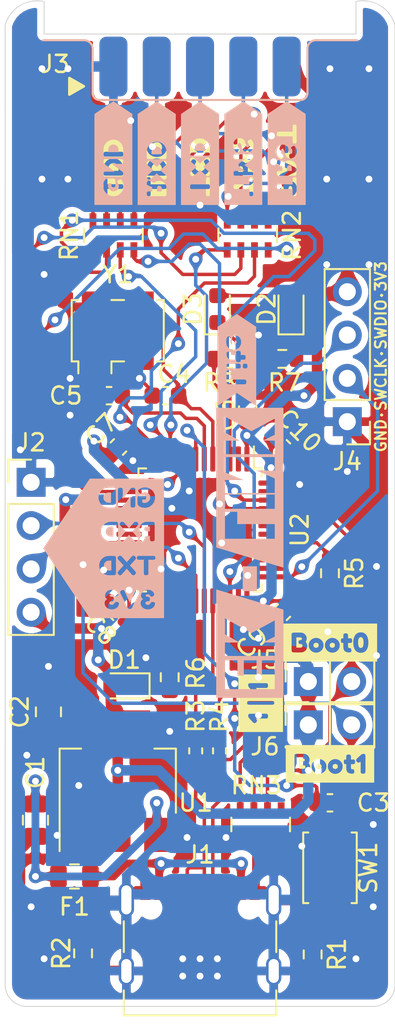
<source format=kicad_pcb>
(kicad_pcb (version 20171130) (host pcbnew "(5.1.12)-1")
  (layers (0 F.Cu signal) (31 B.Cu signal) (34 B.Paste user) (35 F.Paste user) (36 B.SilkS user) (37 F.SilkS user) (38 B.Mask user) (39 F.Mask user) (44 Edge.Cuts user))
  (net 0 "")
  (net 1 GND)
  (net 2 +5V)
  (net 3 +3V3)
  (net 4 "Net-(C4-Pad2)")
  (net 5 /PC14)
  (net 6 /PC15)
  (net 7 /NRST)
  (net 8 "Net-(D1-Pad1)")
  (net 9 "Net-(D2-Pad1)")
  (net 10 "Net-(D3-Pad1)")
  (net 11 /LINK_TRST)
  (net 12 /LINK_TCK)
  (net 13 /LINK_TXD)
  (net 14 /LINK_RXD)
  (net 15 /LINK_TDO)
  (net 16 /LINK_TMS)
  (net 17 /PA6)
  (net 18 /PA7)
  (net 19 /PB0)
  (net 20 /PB1)
  (net 21 /PB10)
  (net 22 /PB11)
  (net 23 /PB12)
  (net 24 /PB13)
  (net 25 /PB14)
  (net 26 /PB15)
  (net 27 "Net-(J3-Pad3)")
  (net 28 "Net-(J3-Pad5)")
  (net 29 "Net-(J3-Pad7)")
  (net 30 "Net-(J3-Pad1)")
  (net 31 "Net-(J3-Pad4)")
  (net 32 "Net-(J3-Pad6)")
  (net 33 "Net-(J3-Pad8)")
  (net 34 "Net-(J3-Pad10)")
  (net 35 /PA8)
  (net 36 /UART1_TX)
  (net 37 /UART1_RX)
  (net 38 /USB_D-)
  (net 39 /USB_D+)
  (net 40 /PA15)
  (net 41 /PB3)
  (net 42 /PB4)
  (net 43 /PB5)
  (net 44 /PB6)
  (net 45 /PB7)
  (net 46 /LINK_nRST)
  (net 47 /LINK_TDI)
  (net 48 /PC13)
  (net 49 /BOOT0)
  (net 50 /SWDIO)
  (net 51 /SWCLK)
  (net 52 /BOOT1)
  (net 53 "Net-(C5-Pad2)")
  (net 54 "Net-(J1-PadB5)")
  (net 55 "Net-(J1-PadA6)")
  (net 56 "Net-(J1-PadA8)")
  (net 57 "Net-(J1-PadA5)")
  (net 58 "Net-(J1-PadB8)")
  (net 59 "Net-(J1-PadA7)")
  (net 60 "Net-(RN3-Pad5)")
  (net 61 "Net-(RN3-Pad4)")
  (net 62 "Net-(F1-Pad2)")
  (module Fuse:Fuse_0805_2012Metric (layer F.Cu) (at 68.834 98.298)
    (fp_text reference F1 (at 0 1.778) (layer F.SilkS))
    (fp_text value Fuse)
    (pad 2 smd roundrect (at 0.9375 0) (size 0.975 1.4) (layers F.Cu F.Paste F.Mask) (net 62 "Net-(F1-Pad2)"))
    (pad 1 smd roundrect (at -0.9375 0) (size 0.975 1.4) (layers F.Cu F.Paste F.Mask) (net 2 +5V))
  )
  (module label (layer B.Cu) (at 70.5485 79.0575 180)
    (fp_text reference svg2mod hide)
    (fp_text value G*** hide)
  )
  (module label (layer B.Cu) (at 78.74 55.88 90)
    (fp_text reference svg2mod hide)
    (fp_text value G*** hide)
  )
  (module label (layer B.Cu) (at 76.2 55.88 90)
    (fp_text reference svg2mod hide)
    (fp_text value G*** hide)
  )
  (module label (layer B.Cu) (at 73.66 55.88 90)
    (fp_text reference svg2mod hide)
    (fp_text value G*** hide)
  )
  (module label (layer B.Cu) (at 71.12 55.88 90)
    (fp_text reference svg2mod hide)
    (fp_text value G*** hide)
  )
  (module label (layer F.Cu) (at 71.12 55.88 90)
    (fp_text reference svg2mod hide)
    (fp_text value G*** hide)
  )
  (module label (layer F.Cu) (at 73.66 55.88 90)
    (fp_text reference svg2mod hide)
    (fp_text value G*** hide)
  )
  (module label (layer F.Cu) (at 76.2 55.88 90)
    (fp_text reference svg2mod hide)
    (fp_text value G*** hide)
  )
  (module label (layer F.Cu) (at 81.28 55.88 90)
    (fp_text reference svg2mod hide)
    (fp_text value G*** hide)
  )
  (module label (layer F.Cu) (at 78.74 55.88 90)
    (fp_text reference svg2mod hide)
    (fp_text value G*** hide)
  )
  (module label (layer B.Cu) (at 81.28 55.88 90)
    (fp_text reference svg2mod hide)
    (fp_text value G*** hide)
  )
  (module Oscillator:Oscillator_SMD_TXC_7C-4Pin_5.0x3.2mm_HandSoldering (layer F.Cu) (at 71.374 66.294)
    (fp_text reference Y1 (at 0 -3.3) (layer F.SilkS))
    (fp_text value 8.0M_GND24)
    (pad 4 smd rect (at -1.34 -1.4) (size 1.54 1.8) (layers F.Cu F.Paste F.Mask) (net 1 GND))
    (pad 3 smd rect (at 1.34 -1.4) (size 1.54 1.8) (layers F.Cu F.Paste F.Mask) (net 4 "Net-(C4-Pad2)"))
    (pad 2 smd rect (at 1.34 1.4) (size 1.54 1.8) (layers F.Cu F.Paste F.Mask) (net 1 GND))
    (pad 1 smd rect (at -1.34 1.4) (size 1.54 1.8) (layers F.Cu F.Paste F.Mask) (net 53 "Net-(C5-Pad2)"))
  )
  (module Package_QFP:LQFP-48_7x7mm_P0.5mm (layer F.Cu) (at 76.2 77.978 270)
    (fp_text reference U2 (at 0 -5.85 90) (layer F.SilkS))
    (fp_text value STM32F103C8Tx)
    (pad 48 smd roundrect (at -2.75 -4.1625 270) (size 0.3 1.475) (layers F.Cu F.Paste F.Mask) (net 3 +3V3))
    (pad 47 smd roundrect (at -2.25 -4.1625 270) (size 0.3 1.475) (layers F.Cu F.Paste F.Mask) (net 1 GND))
    (pad 46 smd roundrect (at -1.75 -4.1625 270) (size 0.3 1.475) (layers F.Cu F.Paste F.Mask) (net 47 /LINK_TDI))
    (pad 45 smd roundrect (at -1.25 -4.1625 270) (size 0.3 1.475) (layers F.Cu F.Paste F.Mask) (net 46 /LINK_nRST))
    (pad 44 smd roundrect (at -0.75 -4.1625 270) (size 0.3 1.475) (layers F.Cu F.Paste F.Mask) (net 49 /BOOT0))
    (pad 43 smd roundrect (at -0.25 -4.1625 270) (size 0.3 1.475) (layers F.Cu F.Paste F.Mask) (net 45 /PB7))
    (pad 42 smd roundrect (at 0.25 -4.1625 270) (size 0.3 1.475) (layers F.Cu F.Paste F.Mask) (net 44 /PB6))
    (pad 41 smd roundrect (at 0.75 -4.1625 270) (size 0.3 1.475) (layers F.Cu F.Paste F.Mask) (net 43 /PB5))
    (pad 40 smd roundrect (at 1.25 -4.1625 270) (size 0.3 1.475) (layers F.Cu F.Paste F.Mask) (net 42 /PB4))
    (pad 39 smd roundrect (at 1.75 -4.1625 270) (size 0.3 1.475) (layers F.Cu F.Paste F.Mask) (net 41 /PB3))
    (pad 38 smd roundrect (at 2.25 -4.1625 270) (size 0.3 1.475) (layers F.Cu F.Paste F.Mask) (net 40 /PA15))
    (pad 37 smd roundrect (at 2.75 -4.1625 270) (size 0.3 1.475) (layers F.Cu F.Paste F.Mask) (net 51 /SWCLK))
    (pad 36 smd roundrect (at 4.1625 -2.75 270) (size 1.475 0.3) (layers F.Cu F.Paste F.Mask) (net 3 +3V3))
    (pad 35 smd roundrect (at 4.1625 -2.25 270) (size 1.475 0.3) (layers F.Cu F.Paste F.Mask) (net 1 GND))
    (pad 34 smd roundrect (at 4.1625 -1.75 270) (size 1.475 0.3) (layers F.Cu F.Paste F.Mask) (net 50 /SWDIO))
    (pad 33 smd roundrect (at 4.1625 -1.25 270) (size 1.475 0.3) (layers F.Cu F.Paste F.Mask) (net 39 /USB_D+))
    (pad 32 smd roundrect (at 4.1625 -0.75 270) (size 1.475 0.3) (layers F.Cu F.Paste F.Mask) (net 38 /USB_D-))
    (pad 31 smd roundrect (at 4.1625 -0.25 270) (size 1.475 0.3) (layers F.Cu F.Paste F.Mask) (net 37 /UART1_RX))
    (pad 30 smd roundrect (at 4.1625 0.25 270) (size 1.475 0.3) (layers F.Cu F.Paste F.Mask) (net 36 /UART1_TX))
    (pad 29 smd roundrect (at 4.1625 0.75 270) (size 1.475 0.3) (layers F.Cu F.Paste F.Mask) (net 35 /PA8))
    (pad 28 smd roundrect (at 4.1625 1.25 270) (size 1.475 0.3) (layers F.Cu F.Paste F.Mask) (net 26 /PB15))
    (pad 27 smd roundrect (at 4.1625 1.75 270) (size 1.475 0.3) (layers F.Cu F.Paste F.Mask) (net 25 /PB14))
    (pad 26 smd roundrect (at 4.1625 2.25 270) (size 1.475 0.3) (layers F.Cu F.Paste F.Mask) (net 24 /PB13))
    (pad 25 smd roundrect (at 4.1625 2.75 270) (size 1.475 0.3) (layers F.Cu F.Paste F.Mask) (net 23 /PB12))
    (pad 24 smd roundrect (at 2.75 4.1625 270) (size 0.3 1.475) (layers F.Cu F.Paste F.Mask) (net 3 +3V3))
    (pad 23 smd roundrect (at 2.25 4.1625 270) (size 0.3 1.475) (layers F.Cu F.Paste F.Mask) (net 1 GND))
    (pad 22 smd roundrect (at 1.75 4.1625 270) (size 0.3 1.475) (layers F.Cu F.Paste F.Mask) (net 22 /PB11))
    (pad 21 smd roundrect (at 1.25 4.1625 270) (size 0.3 1.475) (layers F.Cu F.Paste F.Mask) (net 21 /PB10))
    (pad 20 smd roundrect (at 0.75 4.1625 270) (size 0.3 1.475) (layers F.Cu F.Paste F.Mask) (net 52 /BOOT1))
    (pad 19 smd roundrect (at 0.25 4.1625 270) (size 0.3 1.475) (layers F.Cu F.Paste F.Mask) (net 20 /PB1))
    (pad 18 smd roundrect (at -0.25 4.1625 270) (size 0.3 1.475) (layers F.Cu F.Paste F.Mask) (net 19 /PB0))
    (pad 17 smd roundrect (at -0.75 4.1625 270) (size 0.3 1.475) (layers F.Cu F.Paste F.Mask) (net 18 /PA7))
    (pad 16 smd roundrect (at -1.25 4.1625 270) (size 0.3 1.475) (layers F.Cu F.Paste F.Mask) (net 17 /PA6))
    (pad 15 smd roundrect (at -1.75 4.1625 270) (size 0.3 1.475) (layers F.Cu F.Paste F.Mask) (net 16 /LINK_TMS))
    (pad 14 smd roundrect (at -2.25 4.1625 270) (size 0.3 1.475) (layers F.Cu F.Paste F.Mask) (net 15 /LINK_TDO))
    (pad 13 smd roundrect (at -2.75 4.1625 270) (size 0.3 1.475) (layers F.Cu F.Paste F.Mask) (net 14 /LINK_RXD))
    (pad 12 smd roundrect (at -4.1625 2.75 270) (size 1.475 0.3) (layers F.Cu F.Paste F.Mask) (net 13 /LINK_TXD))
    (pad 11 smd roundrect (at -4.1625 2.25 270) (size 1.475 0.3) (layers F.Cu F.Paste F.Mask) (net 12 /LINK_TCK))
    (pad 10 smd roundrect (at -4.1625 1.75 270) (size 1.475 0.3) (layers F.Cu F.Paste F.Mask) (net 11 /LINK_TRST))
    (pad 9 smd roundrect (at -4.1625 1.25 270) (size 1.475 0.3) (layers F.Cu F.Paste F.Mask) (net 3 +3V3))
    (pad 8 smd roundrect (at -4.1625 0.75 270) (size 1.475 0.3) (layers F.Cu F.Paste F.Mask) (net 1 GND))
    (pad 7 smd roundrect (at -4.1625 0.25 270) (size 1.475 0.3) (layers F.Cu F.Paste F.Mask) (net 7 /NRST))
    (pad 6 smd roundrect (at -4.1625 -0.25 270) (size 1.475 0.3) (layers F.Cu F.Paste F.Mask) (net 53 "Net-(C5-Pad2)"))
    (pad 5 smd roundrect (at -4.1625 -0.75 270) (size 1.475 0.3) (layers F.Cu F.Paste F.Mask) (net 4 "Net-(C4-Pad2)"))
    (pad 4 smd roundrect (at -4.1625 -1.25 270) (size 1.475 0.3) (layers F.Cu F.Paste F.Mask) (net 6 /PC15))
    (pad 3 smd roundrect (at -4.1625 -1.75 270) (size 1.475 0.3) (layers F.Cu F.Paste F.Mask) (net 5 /PC14))
    (pad 2 smd roundrect (at -4.1625 -2.25 270) (size 1.475 0.3) (layers F.Cu F.Paste F.Mask) (net 48 /PC13))
    (pad 1 smd roundrect (at -4.1625 -2.75 270) (size 1.475 0.3) (layers F.Cu F.Paste F.Mask) (net 3 +3V3))
  )
  (module Package_TO_SOT_SMD:SOT-223-3_TabPin2 (layer F.Cu) (at 71.374 92.71 90)
    (fp_text reference U1 (at -1.27 4.572 180) (layer F.SilkS))
    (fp_text value AMS1117-3.3)
    (pad 1 smd rect (at -3.15 -2.3 90) (size 2 1.5) (layers F.Cu F.Paste F.Mask) (net 1 GND))
    (pad 3 smd rect (at -3.15 2.3 90) (size 2 1.5) (layers F.Cu F.Paste F.Mask) (net 2 +5V))
    (pad 2 smd rect (at -3.15 0 90) (size 2 1.5) (layers F.Cu F.Paste F.Mask) (net 3 +3V3))
    (pad 2 smd rect (at 3.15 0 90) (size 2 3.8) (layers F.Cu F.Paste F.Mask) (net 3 +3V3))
  )
  (module Button_Switch_SMD:SW_Push_SPST_NO_Alps_SKRK (layer F.Cu) (at 83.82 97.79 270)
    (fp_text reference SW1 (at 0 -2.25 90) (layer F.SilkS))
    (fp_text value RESET)
    (pad 1 smd roundrect (at -2.1 0 270) (size 0.8 2) (layers F.Cu F.Paste F.Mask) (net 7 /NRST))
    (pad 2 smd roundrect (at 2.1 0 270) (size 0.8 2) (layers F.Cu F.Paste F.Mask) (net 1 GND))
  )
  (module Resistor_SMD:R_Array_Concave_4x0603 (layer F.Cu) (at 79.756 95.25 90)
    (fp_text reference RN3 (at 2.286 -0.254 180) (layer F.SilkS))
    (fp_text value 10K)
    (pad 5 smd rect (at 0.85 1.2 90) (size 0.9 0.4) (layers F.Cu F.Paste F.Mask) (net 60 "Net-(RN3-Pad5)"))
    (pad 6 smd rect (at 0.85 0.4 90) (size 0.9 0.4) (layers F.Cu F.Paste F.Mask) (net 3 +3V3))
    (pad 7 smd rect (at 0.85 -0.4 90) (size 0.9 0.4) (layers F.Cu F.Paste F.Mask) (net 52 /BOOT1))
    (pad 8 smd rect (at 0.85 -1.2 90) (size 0.9 0.4) (layers F.Cu F.Paste F.Mask) (net 49 /BOOT0))
    (pad 4 smd rect (at -0.85 1.2 90) (size 0.9 0.4) (layers F.Cu F.Paste F.Mask) (net 61 "Net-(RN3-Pad4)"))
    (pad 1 smd rect (at -0.85 -1.2 90) (size 0.9 0.4) (layers F.Cu F.Paste F.Mask) (net 1 GND))
    (pad 3 smd rect (at -0.85 0.4 90) (size 0.9 0.4) (layers F.Cu F.Paste F.Mask) (net 7 /NRST))
    (pad 2 smd rect (at -0.85 -0.4 90) (size 0.9 0.4) (layers F.Cu F.Paste F.Mask) (net 1 GND))
  )
  (module Resistor_SMD:R_Array_Concave_4x0603 (layer F.Cu) (at 78.994 60.706 270)
    (fp_text reference RN2 (at 0 -2.6 90) (layer F.SilkS))
    (fp_text value 33R)
    (pad 5 smd rect (at 0.85 1.2 270) (size 0.9 0.4) (layers F.Cu F.Paste F.Mask) (net 11 /LINK_TRST))
    (pad 6 smd rect (at 0.85 0.4 270) (size 0.9 0.4) (layers F.Cu F.Paste F.Mask) (net 16 /LINK_TMS))
    (pad 7 smd rect (at 0.85 -0.4 270) (size 0.9 0.4) (layers F.Cu F.Paste F.Mask) (net 13 /LINK_TXD))
    (pad 8 smd rect (at 0.85 -1.2 270) (size 0.9 0.4) (layers F.Cu F.Paste F.Mask) (net 14 /LINK_RXD))
    (pad 4 smd rect (at -0.85 1.2 270) (size 0.9 0.4) (layers F.Cu F.Paste F.Mask) (net 34 "Net-(J3-Pad10)"))
    (pad 1 smd rect (at -0.85 -1.2 270) (size 0.9 0.4) (layers F.Cu F.Paste F.Mask) (net 31 "Net-(J3-Pad4)"))
    (pad 3 smd rect (at -0.85 0.4 270) (size 0.9 0.4) (layers F.Cu F.Paste F.Mask) (net 33 "Net-(J3-Pad8)"))
    (pad 2 smd rect (at -0.85 -0.4 270) (size 0.9 0.4) (layers F.Cu F.Paste F.Mask) (net 32 "Net-(J3-Pad6)"))
  )
  (module Resistor_SMD:R_Array_Concave_4x0603 (layer F.Cu) (at 71.12 60.706 90)
    (fp_text reference RN1 (at 0 -2.6 90) (layer F.SilkS))
    (fp_text value 33R)
    (pad 5 smd rect (at 0.85 1.2 90) (size 0.9 0.4) (layers F.Cu F.Paste F.Mask) (net 29 "Net-(J3-Pad7)"))
    (pad 6 smd rect (at 0.85 0.4 90) (size 0.9 0.4) (layers F.Cu F.Paste F.Mask) (net 28 "Net-(J3-Pad5)"))
    (pad 7 smd rect (at 0.85 -0.4 90) (size 0.9 0.4) (layers F.Cu F.Paste F.Mask) (net 27 "Net-(J3-Pad3)"))
    (pad 8 smd rect (at 0.85 -1.2 90) (size 0.9 0.4) (layers F.Cu F.Paste F.Mask) (net 30 "Net-(J3-Pad1)"))
    (pad 4 smd rect (at -0.85 1.2 90) (size 0.9 0.4) (layers F.Cu F.Paste F.Mask) (net 46 /LINK_nRST))
    (pad 1 smd rect (at -0.85 -1.2 90) (size 0.9 0.4) (layers F.Cu F.Paste F.Mask) (net 47 /LINK_TDI))
    (pad 3 smd rect (at -0.85 0.4 90) (size 0.9 0.4) (layers F.Cu F.Paste F.Mask) (net 12 /LINK_TCK))
    (pad 2 smd rect (at -0.85 -0.4 90) (size 0.9 0.4) (layers F.Cu F.Paste F.Mask) (net 15 /LINK_TDO))
  )
  (module Resistor_SMD:R_0603_1608Metric (layer F.Cu) (at 77.851 67.945)
    (fp_text reference R8 (at -0.508 1.397) (layer F.SilkS))
    (fp_text value 1K)
    (pad 2 smd roundrect (at 0.825 0) (size 0.8 0.95) (layers F.Cu F.Paste F.Mask) (net 10 "Net-(D3-Pad1)"))
    (pad 1 smd roundrect (at -0.825 0) (size 0.8 0.95) (layers F.Cu F.Paste F.Mask) (net 6 /PC15))
  )
  (module Resistor_SMD:R_0603_1608Metric (layer F.Cu) (at 81.026 67.945)
    (fp_text reference R7 (at 0.127 1.397) (layer F.SilkS))
    (fp_text value 1K)
    (pad 2 smd roundrect (at 0.825 0) (size 0.8 0.95) (layers F.Cu F.Paste F.Mask) (net 9 "Net-(D2-Pad1)"))
    (pad 1 smd roundrect (at -0.825 0) (size 0.8 0.95) (layers F.Cu F.Paste F.Mask) (net 5 /PC14))
  )
  (module Resistor_SMD:R_0603_1608Metric (layer F.Cu) (at 74.422 86.614 90)
    (fp_text reference R6 (at 0.254 1.524 90) (layer F.SilkS))
    (fp_text value 1K)
    (pad 2 smd roundrect (at 0.825 0 90) (size 0.8 0.95) (layers F.Cu F.Paste F.Mask) (net 1 GND))
    (pad 1 smd roundrect (at -0.825 0 90) (size 0.8 0.95) (layers F.Cu F.Paste F.Mask) (net 8 "Net-(D1-Pad1)"))
  )
  (module Resistor_SMD:R_0603_1608Metric (layer F.Cu) (at 83.82 80.518 270)
    (fp_text reference R5 (at 0 -1.43 90) (layer F.SilkS))
    (fp_text value 1.5K)
    (pad 2 smd roundrect (at 0.825 0 270) (size 0.8 0.95) (layers F.Cu F.Paste F.Mask) (net 55 "Net-(J1-PadA6)"))
    (pad 1 smd roundrect (at -0.825 0 270) (size 0.8 0.95) (layers F.Cu F.Paste F.Mask) (net 43 /PB5))
  )
  (module Resistor_SMD:R_0402_1005Metric (layer F.Cu) (at 77.343 90.932 270)
    (fp_text reference R4 (at -2.032 0 90) (layer F.SilkS))
    (fp_text value 22R)
    (pad 2 smd roundrect (at 0.51 0 270) (size 0.54 0.64) (layers F.Cu F.Paste F.Mask) (net 55 "Net-(J1-PadA6)"))
    (pad 1 smd roundrect (at -0.51 0 270) (size 0.54 0.64) (layers F.Cu F.Paste F.Mask) (net 39 /USB_D+))
  )
  (module Resistor_SMD:R_0402_1005Metric (layer F.Cu) (at 75.946 90.932 270)
    (fp_text reference R3 (at -2.032 0 90) (layer F.SilkS))
    (fp_text value 22R)
    (pad 2 smd roundrect (at 0.51 0 270) (size 0.54 0.64) (layers F.Cu F.Paste F.Mask) (net 59 "Net-(J1-PadA7)"))
    (pad 1 smd roundrect (at -0.51 0 270) (size 0.54 0.64) (layers F.Cu F.Paste F.Mask) (net 38 /USB_D-))
  )
  (module Resistor_SMD:R_0603_1608Metric (layer F.Cu) (at 69.342 102.807 270)
    (fp_text reference R2 (at 0 1.27 90) (layer F.SilkS))
    (fp_text value 5.1K)
    (pad 2 smd roundrect (at 0.825 0 270) (size 0.8 0.95) (layers F.Cu F.Paste F.Mask) (net 1 GND))
    (pad 1 smd roundrect (at -0.825 0 270) (size 0.8 0.95) (layers F.Cu F.Paste F.Mask) (net 57 "Net-(J1-PadA5)"))
  )
  (module Resistor_SMD:R_0603_1608Metric (layer F.Cu) (at 82.804 102.87 270)
    (fp_text reference R1 (at 0 -1.43 90) (layer F.SilkS))
    (fp_text value 5.1K)
    (pad 2 smd roundrect (at 0.825 0 270) (size 0.8 0.95) (layers F.Cu F.Paste F.Mask) (net 1 GND))
    (pad 1 smd roundrect (at -0.825 0 270) (size 0.8 0.95) (layers F.Cu F.Paste F.Mask) (net 54 "Net-(J1-PadB5)"))
  )
  (module Connector_PinHeader_2.54mm:PinHeader_2x01_P2.54mm_Vertical (layer F.Cu) (at 82.55 89.408)
    (fp_text reference J6 (at -2.54 1.27) (layer F.SilkS))
    (fp_text value Conn_02x01)
    (pad 2 thru_hole oval (at 2.54 0) (size 1.7 1.7) (drill 1) (layers *.Cu *.Mask) (net 52 /BOOT1))
    (pad 1 thru_hole rect (at 0 0) (size 1.7 1.7) (drill 1) (layers *.Cu *.Mask) (net 3 +3V3))
  )
  (module Connector_PinHeader_2.54mm:PinHeader_2x01_P2.54mm_Vertical (layer F.Cu) (at 82.55 86.868)
    (fp_text reference J5 (at -2.54 -1.27) (layer F.SilkS))
    (fp_text value Conn_02x01)
    (pad 2 thru_hole oval (at 2.54 0) (size 1.7 1.7) (drill 1) (layers *.Cu *.Mask) (net 49 /BOOT0))
    (pad 1 thru_hole rect (at 0 0) (size 1.7 1.7) (drill 1) (layers *.Cu *.Mask) (net 3 +3V3))
  )
  (module Connector_PinHeader_2.54mm:PinHeader_1x04_P2.54mm_Vertical (layer F.Cu) (at 84.836 71.628 180)
    (fp_text reference J4 (at 0 -2.33) (layer F.SilkS))
    (fp_text value Conn_01x04)
    (pad 4 thru_hole oval (at 0 7.62 180) (size 1.7 1.7) (drill 1) (layers *.Cu *.Mask) (net 3 +3V3))
    (pad 3 thru_hole oval (at 0 5.08 180) (size 1.7 1.7) (drill 1) (layers *.Cu *.Mask) (net 50 /SWDIO))
    (pad 2 thru_hole oval (at 0 2.54 180) (size 1.7 1.7) (drill 1) (layers *.Cu *.Mask) (net 51 /SWCLK))
    (pad 1 thru_hole rect (at 0 0 180) (size 1.7 1.7) (drill 1) (layers *.Cu *.Mask) (net 1 GND))
  )
  (module Lex_Conn:Link_JTAG_10Pin (layer F.Cu) (at 76.2 48.26)
    (fp_text reference J3 (at -8.5 2.4) (layer F.SilkS))
    (fp_text value Conn_02x05_Odd_Even)
    (fp_text user ▸ (at -7.3 3.5) (layer F.SilkS) (effects (font (size 2.54 2.54))))
    (pad 3 smd roundrect (at -2.54 2.54) (size 1.64 3.5) (layers F.Cu F.Paste F.Mask) (net 27 "Net-(J3-Pad3)"))
    (pad 5 smd roundrect (at 0 2.54) (size 1.64 3.5) (layers F.Cu F.Paste F.Mask) (net 28 "Net-(J3-Pad5)"))
    (pad 7 smd roundrect (at 2.54 2.54) (size 1.64 3.5) (layers F.Cu F.Paste F.Mask) (net 29 "Net-(J3-Pad7)"))
    (pad 9 smd roundrect (at 5.08 2.54) (size 1.64 3.5) (layers F.Cu F.Paste F.Mask) (net 3 +3V3))
    (pad 1 smd roundrect (at -5.08 2.54) (size 1.64 3.5) (layers F.Cu F.Paste F.Mask) (net 30 "Net-(J3-Pad1)"))
    (pad 2 smd roundrect (at -5.08 2.54) (size 1.64 3.5) (layers B.Cu B.Paste B.Mask) (net 1 GND))
    (pad 4 smd roundrect (at -2.54 2.54) (size 1.64 3.5) (layers B.Cu B.Paste B.Mask) (net 31 "Net-(J3-Pad4)"))
    (pad 6 smd roundrect (at 0 2.54) (size 1.64 3.5) (layers B.Cu B.Paste B.Mask) (net 32 "Net-(J3-Pad6)"))
    (pad 8 smd roundrect (at 2.54 2.54) (size 1.64 3.5) (layers B.Cu B.Paste B.Mask) (net 33 "Net-(J3-Pad8)"))
    (pad 10 smd roundrect (at 5.08 2.54) (size 1.64 3.5) (layers B.Cu B.Paste B.Mask) (net 34 "Net-(J3-Pad10)"))
  )
  (module Connector_PinHeader_2.54mm:PinHeader_1x04_P2.54mm_Vertical (layer F.Cu) (at 66.294 75.184)
    (fp_text reference J2 (at 0 -2.33) (layer F.SilkS))
    (fp_text value Conn_01x04)
    (pad 4 thru_hole oval (at 0 7.62) (size 1.7 1.7) (drill 1) (layers *.Cu *.Mask) (net 3 +3V3))
    (pad 3 thru_hole oval (at 0 5.08) (size 1.7 1.7) (drill 1) (layers *.Cu *.Mask) (net 36 /UART1_TX))
    (pad 2 thru_hole oval (at 0 2.54) (size 1.7 1.7) (drill 1) (layers *.Cu *.Mask) (net 37 /UART1_RX))
    (pad 1 thru_hole rect (at 0 0) (size 1.7 1.7) (drill 1) (layers *.Cu *.Mask) (net 1 GND))
  )
  (module Connector_USB:USB_C_Receptacle_Palconn_UTC16-G (layer F.Cu) (at 76.2 101.6)
    (fp_text reference J1 (at 0 -4.58) (layer F.SilkS))
    (fp_text value USB_C_Receptacle_USB2.0)
    (pad A12 smd rect (at 3.2 -2.51) (size 0.6 1.16) (layers F.Cu F.Paste F.Mask) (net 1 GND))
    (pad A9 smd rect (at 2.4 -2.51) (size 0.6 1.16) (layers F.Cu F.Paste F.Mask) (net 62 "Net-(F1-Pad2)"))
    (pad B1 smd rect (at 3.2 -2.51) (size 0.6 1.16) (layers F.Cu F.Paste F.Mask) (net 1 GND))
    (pad B4 smd rect (at 2.4 -2.51) (size 0.6 1.16) (layers F.Cu F.Paste F.Mask) (net 62 "Net-(F1-Pad2)"))
    (pad B12 smd rect (at -3.2 -2.51) (size 0.6 1.16) (layers F.Cu F.Paste F.Mask) (net 1 GND))
    (pad A1 smd rect (at -3.2 -2.51) (size 0.6 1.16) (layers F.Cu F.Paste F.Mask) (net 1 GND))
    (pad B9 smd rect (at -2.4 -2.51) (size 0.6 1.16) (layers F.Cu F.Paste F.Mask) (net 62 "Net-(F1-Pad2)"))
    (pad A4 smd rect (at -2.4 -2.51) (size 0.6 1.16) (layers F.Cu F.Paste F.Mask) (net 62 "Net-(F1-Pad2)"))
    (pad "" np_thru_hole circle (at -2.89 -1.45 180) (size 0.6 0.6) (drill 0.6) (layers *.Cu *.Mask))
    (pad "" np_thru_hole circle (at 2.89 -1.45 180) (size 0.6 0.6) (drill 0.6) (layers *.Cu *.Mask))
    (pad B5 smd rect (at 1.75 -2.51 180) (size 0.3 1.16) (layers F.Cu F.Paste F.Mask) (net 54 "Net-(J1-PadB5)"))
    (pad B6 smd rect (at 0.75 -2.51 180) (size 0.3 1.16) (layers F.Cu F.Paste F.Mask) (net 55 "Net-(J1-PadA6)"))
    (pad A8 smd rect (at 1.25 -2.51 180) (size 0.3 1.16) (layers F.Cu F.Paste F.Mask) (net 56 "Net-(J1-PadA8)"))
    (pad A5 smd rect (at -1.25 -2.51 180) (size 0.3 1.16) (layers F.Cu F.Paste F.Mask) (net 57 "Net-(J1-PadA5)"))
    (pad B8 smd rect (at -1.75 -2.51 180) (size 0.3 1.16) (layers F.Cu F.Paste F.Mask) (net 58 "Net-(J1-PadB8)"))
    (pad A7 smd rect (at 0.25 -2.51 180) (size 0.3 1.16) (layers F.Cu F.Paste F.Mask) (net 59 "Net-(J1-PadA7)"))
    (pad A6 smd rect (at -0.25 -2.51 180) (size 0.3 1.16) (layers F.Cu F.Paste F.Mask) (net 55 "Net-(J1-PadA6)"))
    (pad B7 smd rect (at -0.75 -2.51 180) (size 0.3 1.16) (layers F.Cu F.Paste F.Mask) (net 59 "Net-(J1-PadA7)"))
    (pad S1 thru_hole oval (at 4.32 2.24 90) (size 1.7 0.9) (drill oval 1.4 0.6) (layers *.Cu *.Mask) (net 1 GND))
    (pad S1 thru_hole oval (at -4.32 2.24 90) (size 1.7 0.9) (drill oval 1.4 0.6) (layers *.Cu *.Mask) (net 1 GND))
    (pad S1 thru_hole oval (at 4.32 -1.93 90) (size 2 0.9) (drill oval 1.7 0.6) (layers *.Cu *.Mask) (net 1 GND))
    (pad S1 thru_hole oval (at -4.32 -1.93 90) (size 2 0.9) (drill oval 1.7 0.6) (layers *.Cu *.Mask) (net 1 GND))
  )
  (module LED_SMD:LED_0603_1608Metric (layer F.Cu) (at 77.216 65.024 90)
    (fp_text reference D3 (at 0 -1.43 90) (layer F.SilkS))
    (fp_text value GREEN)
    (pad 2 smd roundrect (at 0.7875 0 90) (size 0.875 0.95) (layers F.Cu F.Paste F.Mask) (net 3 +3V3))
    (pad 1 smd roundrect (at -0.7875 0 90) (size 0.875 0.95) (layers F.Cu F.Paste F.Mask) (net 10 "Net-(D3-Pad1)"))
  )
  (module LED_SMD:LED_0603_1608Metric (layer F.Cu) (at 81.534 65.024 90)
    (fp_text reference D2 (at 0 -1.43 90) (layer F.SilkS))
    (fp_text value RED)
    (pad 2 smd roundrect (at 0.7875 0 90) (size 0.875 0.95) (layers F.Cu F.Paste F.Mask) (net 3 +3V3))
    (pad 1 smd roundrect (at -0.7875 0 90) (size 0.875 0.95) (layers F.Cu F.Paste F.Mask) (net 9 "Net-(D2-Pad1)"))
  )
  (module LED_SMD:LED_0603_1608Metric (layer F.Cu) (at 71.755 87.122 180)
    (fp_text reference D1 (at 0 1.524) (layer F.SilkS))
    (fp_text value BLUE)
    (pad 2 smd roundrect (at 0.7875 0 180) (size 0.875 0.95) (layers F.Cu F.Paste F.Mask) (net 3 +3V3))
    (pad 1 smd roundrect (at -0.7875 0 180) (size 0.875 0.95) (layers F.Cu F.Paste F.Mask) (net 8 "Net-(D1-Pad1)"))
  )
  (module Capacitor_SMD:C_0603_1608Metric (layer F.Cu) (at 81.026 73.165 315)
    (fp_text reference C10 (at 0 -1.43 135) (layer F.SilkS))
    (fp_text value 104)
    (pad 2 smd roundrect (at 0.775 0 315) (size 0.9 0.95) (layers F.Cu F.Paste F.Mask) (net 1 GND))
    (pad 1 smd roundrect (at -0.775 0 315) (size 0.9 0.95) (layers F.Cu F.Paste F.Mask) (net 3 +3V3))
  )
  (module Capacitor_SMD:C_0603_1608Metric (layer F.Cu) (at 81.026 82.804 225)
    (fp_text reference C9 (at 2.514472 0 45) (layer F.SilkS))
    (fp_text value 104)
    (pad 2 smd roundrect (at 0.775 0 225) (size 0.9 0.95) (layers F.Cu F.Paste F.Mask) (net 1 GND))
    (pad 1 smd roundrect (at -0.775 0 225) (size 0.9 0.95) (layers F.Cu F.Paste F.Mask) (net 3 +3V3))
  )
  (module Capacitor_SMD:C_0603_1608Metric (layer F.Cu) (at 71.374 82.804 135)
    (fp_text reference C8 (at 0 -1.43 135) (layer F.SilkS))
    (fp_text value 104)
    (pad 2 smd roundrect (at 0.775 0 135) (size 0.9 0.95) (layers F.Cu F.Paste F.Mask) (net 1 GND))
    (pad 1 smd roundrect (at -0.775 0 135) (size 0.9 0.95) (layers F.Cu F.Paste F.Mask) (net 3 +3V3))
  )
  (module Capacitor_SMD:C_0603_1608Metric (layer F.Cu) (at 71.414008 73.111992 45)
    (fp_text reference C7 (at 0 -1.43 45) (layer F.SilkS))
    (fp_text value 104)
    (pad 2 smd roundrect (at 0.775 0 45) (size 0.9 0.95) (layers F.Cu F.Paste F.Mask) (net 1 GND))
    (pad 1 smd roundrect (at -0.775 0 45) (size 0.9 0.95) (layers F.Cu F.Paste F.Mask) (net 3 +3V3))
  )
  (module Capacitor_SMD:C_0603_1608Metric (layer F.Cu) (at 78.994 70.866 90)
    (fp_text reference C6 (at -0.381 -1.27 90) (layer F.SilkS))
    (fp_text value 104)
    (pad 2 smd roundrect (at 0.775 0 90) (size 0.9 0.95) (layers F.Cu F.Paste F.Mask) (net 1 GND))
    (pad 1 smd roundrect (at -0.775 0 90) (size 0.9 0.95) (layers F.Cu F.Paste F.Mask) (net 3 +3V3))
  )
  (module Capacitor_SMD:C_0603_1608Metric (layer F.Cu) (at 70.866 70.104)
    (fp_text reference C5 (at -2.54 0) (layer F.SilkS))
    (fp_text value 22pF)
    (pad 2 smd roundrect (at 0.775 0) (size 0.9 0.95) (layers F.Cu F.Paste F.Mask) (net 53 "Net-(C5-Pad2)"))
    (pad 1 smd roundrect (at -0.775 0) (size 0.9 0.95) (layers F.Cu F.Paste F.Mask) (net 1 GND))
  )
  (module Capacitor_SMD:C_0603_1608Metric (layer F.Cu) (at 74.168 70.104)
    (fp_text reference C4 (at 0.508 -1.27) (layer F.SilkS))
    (fp_text value 22pF)
    (pad 2 smd roundrect (at 0.775 0) (size 0.9 0.95) (layers F.Cu F.Paste F.Mask) (net 4 "Net-(C4-Pad2)"))
    (pad 1 smd roundrect (at -0.775 0) (size 0.9 0.95) (layers F.Cu F.Paste F.Mask) (net 1 GND))
  )
  (module Capacitor_SMD:C_0603_1608Metric (layer F.Cu) (at 83.82 93.98)
    (fp_text reference C3 (at 2.54 0) (layer F.SilkS))
    (fp_text value 104)
    (pad 2 smd roundrect (at 0.775 0) (size 0.9 0.95) (layers F.Cu F.Paste F.Mask) (net 1 GND))
    (pad 1 smd roundrect (at -0.775 0) (size 0.9 0.95) (layers F.Cu F.Paste F.Mask) (net 7 /NRST))
  )
  (module Capacitor_SMD:C_0805_2012Metric (layer F.Cu) (at 67.31 88.646 90)
    (fp_text reference C2 (at 0 -1.68 90) (layer F.SilkS))
    (fp_text value 106)
    (pad 2 smd roundrect (at 0.95 0 90) (size 1 1.45) (layers F.Cu F.Paste F.Mask) (net 1 GND))
    (pad 1 smd roundrect (at -0.95 0 90) (size 1 1.45) (layers F.Cu F.Paste F.Mask) (net 3 +3V3))
  )
  (module Capacitor_SMD:C_0805_2012Metric (layer F.Cu) (at 66.548 94.996 270)
    (fp_text reference C1 (at -2.794 0 90) (layer F.SilkS))
    (fp_text value 106)
    (pad 2 smd roundrect (at 0.95 0 270) (size 1 1.45) (layers F.Cu F.Paste F.Mask) (net 1 GND))
    (pad 1 smd roundrect (at -0.95 0 270) (size 1 1.45) (layers F.Cu F.Paste F.Mask) (net 2 +5V))
  )
  (module label (layer F.Cu) (at 79.756 88.138 90)
    (fp_text reference svg2mod hide)
    (fp_text value G*** hide)
  )
  (module label (layer F.Cu) (at 83.82 91.694)
    (fp_text reference svg2mod hide)
    (fp_text value G*** hide)
  )
  (module label (layer F.Cu) (at 83.82 84.582)
    (fp_text reference svg2mod hide)
    (fp_text value G*** hide)
  )
  (module label (layer B.Cu) (at 79.121 84.6455 90)
    (fp_text reference svg2mod hide)
    (fp_text value G*** hide)
  )
  (module label (layer B.Cu) (at 79.121 80.8355 270)
    (fp_text reference svg2mod hide)
    (fp_text value G*** hide)
  )
  (module label (layer B.Cu) (at 79.121 75.5015 90)
    (fp_text reference svg2mod hide)
    (fp_text value G*** hide)
  )
  (module label (layer B.Cu) (at 78.359 68.0085 90)
    (fp_text reference svg2mod hide)
    (fp_text value G*** hide)
  )
  (gr_text GND·SWCLK·SWDIO·3V3 (at 86.8045 67.818 90) (layer F.SilkS) (effects (font (size 0.635 0.635) (thickness 0.127))))
  (gr_line (start 85.344 48.895) (end 67.056 48.895) (layer Edge.Cuts) (width 0.05))
  (gr_line (start 85.344 46.99) (end 85.344 48.895) (layer Edge.Cuts) (width 0.05))
  (gr_line (start 67.056 48.895) (end 67.056 46.99) (layer Edge.Cuts) (width 0.05))
  (gr_arc (start 85.751057 48.889602) (end 87.63 48.387) (angle -87.11921895) (layer Edge.Cuts) (width 0.05))
  (gr_arc (start 66.648465 48.891828) (end 64.769522 48.389226) (angle 87.11921895) (layer Edge.Cuts) (width 0.05))
  (gr_arc (start 86.36 104.648) (end 86.36 105.918) (angle -90) (layer Edge.Cuts) (width 0.05))
  (gr_line (start 87.63 104.648) (end 87.63 48.387) (layer Edge.Cuts) (width 0.05))
  (gr_line (start 66.04 105.918) (end 86.36 105.918) (layer Edge.Cuts) (width 0.05))
  (gr_line (start 64.769989 104.648) (end 64.769522 48.389226) (layer Edge.Cuts) (width 0.05))
  (gr_arc (start 66.04 104.648) (end 64.769989 104.648) (angle -90) (layer Edge.Cuts) (width 0.05))
  (via (at 79.629 66.548) (size 0.8) (drill 0.4) (layers F.Cu B.Cu) (net 1))
  (segment (start 72.46 99.09) (end 71.88 99.67) (width 0.4572) (layer F.Cu) (net 1))
  (segment (start 73 99.09) (end 72.46 99.09) (width 0.4572) (layer F.Cu) (net 1))
  (segment (start 79.94 99.09) (end 80.52 99.67) (width 0.4572) (layer F.Cu) (net 1))
  (segment (start 79.4 99.09) (end 79.94 99.09) (width 0.4572) (layer F.Cu) (net 1))
  (segment (start 71.672 103.632) (end 71.88 103.84) (width 0.2032) (layer F.Cu) (net 1))
  (segment (start 69.342 103.632) (end 71.672 103.632) (width 0.2032) (layer F.Cu) (net 1))
  (segment (start 80.665 103.695) (end 80.52 103.84) (width 0.2032) (layer F.Cu) (net 1))
  (segment (start 82.804 103.695) (end 80.665 103.695) (width 0.2032) (layer F.Cu) (net 1))
  (segment (start 80.195199 99.345199) (end 80.52 99.67) (width 0.6096) (layer B.Cu) (net 1))
  (segment (start 72.204801 99.345199) (end 80.195199 99.345199) (width 0.6096) (layer B.Cu) (net 1))
  (segment (start 71.88 99.67) (end 72.204801 99.345199) (width 0.6096) (layer B.Cu) (net 1))
  (segment (start 80.52 99.67) (end 80.52 103.84) (width 0.6096) (layer B.Cu) (net 1))
  (segment (start 71.88 99.67) (end 71.88 103.84) (width 0.6096) (layer B.Cu) (net 1))
  (segment (start 80.74 99.89) (end 80.52 99.67) (width 0.2032) (layer F.Cu) (net 1))
  (segment (start 83.82 99.89) (end 80.74 99.89) (width 0.2032) (layer F.Cu) (net 1))
  (segment (start 79.356 99.046) (end 79.4 99.09) (width 0.2032) (layer F.Cu) (net 1))
  (segment (start 79.356 96.1) (end 79.356 99.046) (width 0.2032) (layer F.Cu) (net 1))
  (segment (start 78.556 96.1) (end 79.356 96.1) (width 0.2032) (layer F.Cu) (net 1))
  (via (at 67.818 95.885) (size 0.8) (drill 0.4) (layers F.Cu B.Cu) (net 1))
  (via (at 67.31 85.979) (size 0.8) (drill 0.4) (layers F.Cu B.Cu) (net 1))
  (segment (start 67.31 85.979) (end 67.31 87.696) (width 0.4572) (layer F.Cu) (net 1))
  (segment (start 74.422 85.789) (end 73.597 85.789) (width 0.2032) (layer F.Cu) (net 1))
  (via (at 73.025 85.471) (size 0.8) (drill 0.4) (layers F.Cu B.Cu) (net 1))
  (segment (start 73.279 85.471) (end 73.025 85.471) (width 0.2032) (layer F.Cu) (net 1))
  (segment (start 73.597 85.789) (end 73.279 85.471) (width 0.2032) (layer F.Cu) (net 1))
  (segment (start 84.595 93.98) (end 84.595 93.993) (width 0.254) (layer F.Cu) (net 1))
  (via (at 86.36 95.25) (size 0.8) (drill 0.4) (layers F.Cu B.Cu) (net 1))
  (segment (start 85.852 95.25) (end 86.36 95.25) (width 0.254) (layer F.Cu) (net 1))
  (segment (start 84.595 93.993) (end 85.852 95.25) (width 0.254) (layer F.Cu) (net 1))
  (segment (start 80.52 99.67) (end 85.242 99.67) (width 0.6096) (layer B.Cu) (net 1))
  (segment (start 86.36 98.552) (end 86.36 95.25) (width 0.6096) (layer B.Cu) (net 1))
  (segment (start 85.242 99.67) (end 86.36 98.552) (width 0.6096) (layer B.Cu) (net 1))
  (segment (start 78.45 82.1405) (end 78.45 83.53) (width 0.2032) (layer F.Cu) (net 1))
  (segment (start 78.45 83.53) (end 78.74 83.82) (width 0.2032) (layer F.Cu) (net 1))
  (segment (start 80.01 83.82) (end 80.477992 83.352008) (width 0.2032) (layer F.Cu) (net 1))
  (segment (start 78.74 83.82) (end 80.01 83.82) (width 0.2032) (layer F.Cu) (net 1))
  (segment (start 78.74 83.82) (end 78.74 83.82) (width 0.2032) (layer F.Cu) (net 1))
  (via (at 78.74 83.82) (size 0.8) (drill 0.4) (layers F.Cu B.Cu) (net 1))
  (segment (start 72.0375 80.228) (end 70.648 80.228) (width 0.2032) (layer F.Cu) (net 1))
  (segment (start 70.648 80.228) (end 70.5485 80.3275) (width 0.2032) (layer F.Cu) (net 1))
  (segment (start 70.104 81.534) (end 70.825992 82.255992) (width 0.2032) (layer F.Cu) (net 1))
  (segment (start 70.104 80.772) (end 70.104 81.534) (width 0.2032) (layer F.Cu) (net 1))
  (via (at 75.565 75.692) (size 0.8) (drill 0.4) (layers F.Cu B.Cu) (net 1))
  (via (at 72.263 73.914) (size 0.8) (drill 0.4) (layers F.Cu B.Cu) (net 1))
  (segment (start 72.39 73.914) (end 72.263 73.914) (width 0.2032) (layer B.Cu) (net 1))
  (segment (start 72.263 72.864968) (end 71.962016 72.563984) (width 0.2032) (layer F.Cu) (net 1))
  (segment (start 72.263 73.914) (end 72.263 72.864968) (width 0.2032) (layer F.Cu) (net 1))
  (segment (start 75.45 75.577) (end 75.565 75.692) (width 0.2032) (layer F.Cu) (net 1))
  (segment (start 75.45 73.8155) (end 75.45 75.577) (width 0.2032) (layer F.Cu) (net 1))
  (segment (start 80.3625 75.728) (end 81.625 75.728) (width 0.2032) (layer F.Cu) (net 1))
  (segment (start 81.625 75.728) (end 82.042 75.311) (width 0.2032) (layer F.Cu) (net 1))
  (segment (start 82.423 74.562) (end 81.574008 73.713008) (width 0.2032) (layer F.Cu) (net 1))
  (segment (start 82.423 74.93) (end 82.423 74.562) (width 0.2032) (layer F.Cu) (net 1))
  (via (at 72.644 69.088) (size 0.8) (drill 0.4) (layers F.Cu B.Cu) (net 1))
  (segment (start 73.393 69.837) (end 72.644 69.088) (width 0.2032) (layer F.Cu) (net 1))
  (segment (start 73.393 70.104) (end 73.393 69.837) (width 0.2032) (layer F.Cu) (net 1))
  (via (at 68.58 69.088) (size 0.8) (drill 0.4) (layers F.Cu B.Cu) (net 1))
  (segment (start 72.644 69.088) (end 68.58 69.088) (width 0.2032) (layer B.Cu) (net 1))
  (segment (start 69.075 69.088) (end 70.091 70.104) (width 0.2032) (layer F.Cu) (net 1))
  (segment (start 68.58 69.088) (end 69.075 69.088) (width 0.2032) (layer F.Cu) (net 1))
  (segment (start 72.714 67.574) (end 70.034 64.894) (width 0.2032) (layer F.Cu) (net 1))
  (segment (start 72.714 67.694) (end 72.714 67.574) (width 0.2032) (layer F.Cu) (net 1))
  (segment (start 72.714 69.018) (end 72.644 69.088) (width 0.2032) (layer F.Cu) (net 1))
  (segment (start 72.714 67.694) (end 72.714 69.018) (width 0.2032) (layer F.Cu) (net 1))
  (segment (start 82.042 75.311) (end 82.423 74.93) (width 0.2032) (layer F.Cu) (net 1))
  (via (at 82.042 75.311) (size 0.8) (drill 0.4) (layers F.Cu B.Cu) (net 1))
  (segment (start 70.5485 80.3275) (end 70.104 80.772) (width 0.2032) (layer F.Cu) (net 1))
  (via (at 70.5485 80.3275) (size 0.8) (drill 0.4) (layers F.Cu B.Cu) (net 1))
  (segment (start 86.759999 94.850001) (end 86.759999 85.362999) (width 0.6096) (layer B.Cu) (net 1))
  (segment (start 86.36 95.25) (end 86.759999 94.850001) (width 0.6096) (layer B.Cu) (net 1))
  (segment (start 85.217 83.82) (end 80.01 83.82) (width 0.6096) (layer B.Cu) (net 1))
  (segment (start 86.759999 85.362999) (end 85.217 83.82) (width 0.6096) (layer B.Cu) (net 1))
  (segment (start 72.247199 84.693199) (end 73.025 85.471) (width 0.6096) (layer F.Cu) (net 1))
  (segment (start 68.595801 84.693199) (end 72.247199 84.693199) (width 0.6096) (layer F.Cu) (net 1))
  (segment (start 67.31 85.979) (end 68.595801 84.693199) (width 0.6096) (layer F.Cu) (net 1))
  (via (at 86.5505 85.344) (size 0.8) (drill 0.4) (layers F.Cu B.Cu) (net 1))
  (segment (start 86.759999 79.425406) (end 86.759999 80.118001) (width 0.6096) (layer F.Cu) (net 1))
  (segment (start 82.645593 75.311) (end 86.759999 79.425406) (width 0.6096) (layer F.Cu) (net 1))
  (segment (start 82.042 75.311) (end 82.645593 75.311) (width 0.6096) (layer F.Cu) (net 1))
  (segment (start 84.836 71.628) (end 84.836 71.882) (width 0.6096) (layer F.Cu) (net 1))
  (segment (start 86.759999 73.805999) (end 86.759999 79.425406) (width 0.6096) (layer F.Cu) (net 1))
  (segment (start 84.836 71.882) (end 86.759999 73.805999) (width 0.6096) (layer F.Cu) (net 1))
  (segment (start 75.565 74.93) (end 74.549 73.914) (width 0.6096) (layer B.Cu) (net 1))
  (segment (start 75.565 75.692) (end 75.565 74.93) (width 0.6096) (layer B.Cu) (net 1))
  (segment (start 74.549 73.914) (end 72.263 73.914) (width 0.6096) (layer B.Cu) (net 1))
  (segment (start 72.263 73.914) (end 71.628 73.279) (width 0.6096) (layer B.Cu) (net 1))
  (segment (start 71.628 73.279) (end 71.628 72.771) (width 0.6096) (layer B.Cu) (net 1))
  (segment (start 71.628 72.771) (end 70.358 71.501) (width 0.6096) (layer B.Cu) (net 1))
  (segment (start 66.294 73.7244) (end 66.294 75.184) (width 0.6096) (layer B.Cu) (net 1))
  (segment (start 68.5174 71.501) (end 66.294 73.7244) (width 0.6096) (layer B.Cu) (net 1))
  (segment (start 70.358 71.501) (end 68.5174 71.501) (width 0.6096) (layer B.Cu) (net 1))
  (segment (start 68.58 71.4384) (end 68.5174 71.501) (width 0.6096) (layer B.Cu) (net 1))
  (segment (start 68.58 69.088) (end 68.58 71.247) (width 0.6096) (layer B.Cu) (net 1))
  (segment (start 70.5485 80.3275) (end 72.5805 80.3275) (width 0.6096) (layer B.Cu) (net 1))
  (segment (start 73.025 80.772) (end 73.025 85.471) (width 0.6096) (layer B.Cu) (net 1))
  (segment (start 72.5805 80.3275) (end 73.025 80.772) (width 0.6096) (layer B.Cu) (net 1))
  (segment (start 75.565 75.692) (end 73.914 77.343) (width 0.6096) (layer F.Cu) (net 1))
  (via (at 73.914 80.264) (size 0.8) (drill 0.4) (layers F.Cu B.Cu) (net 1))
  (segment (start 73.914 77.343) (end 73.914 80.264) (width 0.6096) (layer F.Cu) (net 1))
  (segment (start 73.406 80.772) (end 73.025 80.772) (width 0.6096) (layer B.Cu) (net 1))
  (segment (start 73.914 80.264) (end 73.406 80.772) (width 0.6096) (layer B.Cu) (net 1))
  (segment (start 78.994 70.091) (end 80.632 70.091) (width 0.4572) (layer F.Cu) (net 1))
  (segment (start 82.169 71.628) (end 84.836 71.628) (width 0.4572) (layer F.Cu) (net 1))
  (segment (start 80.632 70.091) (end 82.169 71.628) (width 0.4572) (layer F.Cu) (net 1))
  (segment (start 66.151199 66.659199) (end 66.151199 54.371801) (width 0.6096) (layer B.Cu) (net 1))
  (segment (start 68.58 69.088) (end 66.151199 66.659199) (width 0.6096) (layer B.Cu) (net 1))
  (segment (start 69.723 50.8) (end 71.12 50.8) (width 0.6096) (layer B.Cu) (net 1))
  (segment (start 66.151199 54.371801) (end 69.723 50.8) (width 0.6096) (layer B.Cu) (net 1))
  (segment (start 80.01 83.82) (end 79.629 84.328) (width 0.6096) (layer B.Cu) (net 1))
  (via (at 77.47 78.74) (size 0.8) (drill 0.4) (layers F.Cu B.Cu) (net 1))
  (segment (start 77.47 78.162685) (end 77.47 78.74) (width 0.3556) (layer F.Cu) (net 1))
  (segment (start 75.565 76.257685) (end 77.250657 77.943343) (width 0.3556) (layer F.Cu) (net 1))
  (segment (start 75.565 75.692) (end 75.565 76.257685) (width 0.3556) (layer F.Cu) (net 1))
  (via (at 78.994 80.645) (size 0.8) (drill 0.4) (layers F.Cu B.Cu) (net 1))
  (segment (start 77.250657 77.943343) (end 77.47 78.162685) (width 0.3556) (layer F.Cu) (net 1))
  (via (at 74.549 76.708) (size 0.8) (drill 0.4) (layers F.Cu B.Cu) (net 1))
  (via (at 86.106 57.404) (size 0.8) (drill 0.4) (layers F.Cu B.Cu) (net 1))
  (via (at 83.6295 57.404) (size 0.8) (drill 0.4) (layers F.Cu B.Cu) (net 1))
  (via (at 68.453 57.404) (size 0.8) (drill 0.4) (layers F.Cu B.Cu) (net 1))
  (via (at 66.929 57.404) (size 0.8) (drill 0.4) (layers F.Cu B.Cu) (net 1))
  (via (at 83.82 50.927) (size 0.8) (drill 0.4) (layers F.Cu B.Cu) (net 1))
  (via (at 66.929 50.927) (size 0.8) (drill 0.4) (layers F.Cu B.Cu) (net 1))
  (via (at 86.106 50.927) (size 0.8) (drill 0.4) (layers F.Cu B.Cu) (net 1))
  (via (at 68.453 50.927) (size 0.8) (drill 0.4) (layers F.Cu B.Cu) (net 1))
  (via (at 76.2 58.928) (size 0.8) (drill 0.4) (layers F.Cu B.Cu) (net 1))
  (via (at 72.136 53.975) (size 0.8) (drill 0.4) (layers F.Cu B.Cu) (net 1))
  (via (at 73.406 55.499) (size 0.8) (drill 0.4) (layers F.Cu B.Cu) (net 1))
  (segment (start 68.58 71.247) (end 68.58 71.4384) (width 0.6096) (layer B.Cu) (net 1))
  (via (at 68.58 71.247) (size 0.8) (drill 0.4) (layers F.Cu B.Cu) (net 1))
  (via (at 84.836 74.549) (size 0.8) (drill 0.4) (layers F.Cu B.Cu) (net 1))
  (via (at 83.693 83.947) (size 0.8) (drill 0.4) (layers F.Cu B.Cu) (net 1))
  (via (at 74.422 89.789) (size 0.8) (drill 0.4) (layers F.Cu B.Cu) (net 1))
  (via (at 66.04 91.186) (size 0.8) (drill 0.4) (layers F.Cu B.Cu) (net 1))
  (via (at 69.088 92.964) (size 0.8) (drill 0.4) (layers F.Cu B.Cu) (net 1))
  (via (at 76.2 103.124) (size 0.8) (drill 0.4) (layers F.Cu B.Cu) (net 1))
  (via (at 75.184 103.124) (size 0.8) (drill 0.4) (layers F.Cu B.Cu) (net 1))
  (via (at 77.216 103.124) (size 0.8) (drill 0.4) (layers F.Cu B.Cu) (net 1))
  (via (at 77.216 104.14) (size 0.8) (drill 0.4) (layers F.Cu B.Cu) (net 1))
  (via (at 76.2 104.14) (size 0.8) (drill 0.4) (layers F.Cu B.Cu) (net 1))
  (via (at 75.184 104.14) (size 0.8) (drill 0.4) (layers F.Cu B.Cu) (net 1))
  (via (at 85.344 103.124) (size 0.8) (drill 0.4) (layers F.Cu B.Cu) (net 1))
  (via (at 67.056 103.124) (size 0.8) (drill 0.4) (layers F.Cu B.Cu) (net 1))
  (via (at 86.36 100.076) (size 0.8) (drill 0.4) (layers F.Cu B.Cu) (net 1))
  (via (at 66.294 100.076) (size 0.8) (drill 0.4) (layers F.Cu B.Cu) (net 1))
  (via (at 67.056 62.992) (size 0.8) (drill 0.4) (layers F.Cu B.Cu) (net 1))
  (via (at 75.438 96.012) (size 0.8) (drill 0.4) (layers F.Cu B.Cu) (net 1))
  (via (at 77.724 96.012) (size 0.8) (drill 0.4) (layers F.Cu B.Cu) (net 1))
  (segment (start 79.629 84.328) (end 78.74 83.82) (width 0.6096) (layer B.Cu) (net 1))
  (via (at 79.629 84.328) (size 0.8) (drill 0.4) (layers F.Cu B.Cu) (net 1))
  (segment (start 79.629 84.328) (end 79.629 86.614) (width 0.6096) (layer F.Cu) (net 1))
  (via (at 79.629 86.614) (size 0.8) (drill 0.4) (layers F.Cu B.Cu) (net 1))
  (via (at 79.629 88.8396) (size 0.8) (drill 0.4) (layers F.Cu B.Cu) (net 1))
  (segment (start 79.629 86.614) (end 79.629 88.8396) (width 0.6096) (layer F.Cu) (net 1))
  (via (at 82.169 96.52) (size 0.8) (drill 0.4) (layers F.Cu B.Cu) (net 1))
  (via (at 83.6295 62.4205) (size 0.8) (drill 0.4) (layers F.Cu B.Cu) (net 1))
  (via (at 86.106 62.4205) (size 0.8) (drill 0.4) (layers F.Cu B.Cu) (net 1))
  (segment (start 86.759999 80.118001) (end 86.759999 85.362999) (width 0.6096) (layer F.Cu) (net 1))
  (via (at 86.5505 80.118001) (size 0.8) (drill 0.4) (layers F.Cu B.Cu) (net 1))
  (segment (start 66.634 95.86) (end 66.548 95.946) (width 0.4572) (layer F.Cu) (net 1))
  (segment (start 69.074 95.86) (end 66.634 95.86) (width 0.4572) (layer F.Cu) (net 1))
  (segment (start 65.719399 96.774601) (end 66.548 95.946) (width 0.4572) (layer F.Cu) (net 1))
  (segment (start 65.719399 99.501399) (end 65.719399 96.774601) (width 0.4572) (layer F.Cu) (net 1))
  (segment (start 66.294 100.076) (end 65.719399 99.501399) (width 0.4572) (layer F.Cu) (net 1))
  (segment (start 67.818 95.885) (end 67.818 92.329) (width 0.4572) (layer F.Cu) (net 1))
  (segment (start 66.675 91.186) (end 66.04 91.186) (width 0.4572) (layer F.Cu) (net 1))
  (segment (start 67.818 92.329) (end 66.675 91.186) (width 0.4572) (layer F.Cu) (net 1))
  (segment (start 71.88 99.67) (end 71.88 99.697) (width 0.4572) (layer B.Cu) (net 1))
  (segment (start 71.501 100.076) (end 66.294 100.076) (width 0.4572) (layer B.Cu) (net 1))
  (segment (start 71.88 99.697) (end 71.501 100.076) (width 0.4572) (layer B.Cu) (net 1))
  (via (at 65.659 73.279) (size 0.8) (drill 0.4) (layers F.Cu B.Cu) (net 1))
  (via (at 66.548 98.298) (size 0.8) (drill 0.4) (layers F.Cu B.Cu) (net 2))
  (segment (start 66.548 98.298) (end 69.088 98.298) (width 0.4572) (layer B.Cu) (net 2))
  (segment (start 69.088 98.298) (end 70.358 98.298) (width 0.4572) (layer B.Cu) (net 2))
  (segment (start 70.358 98.298) (end 70.612 98.298) (width 0.4572) (layer B.Cu) (net 2))
  (segment (start 70.612 98.298) (end 73.66 95.25) (width 0.4572) (layer B.Cu) (net 2))
  (via (at 73.66 93.98) (size 0.8) (drill 0.4) (layers F.Cu B.Cu) (net 2))
  (segment (start 73.66 95.25) (end 73.66 93.98) (width 0.4572) (layer B.Cu) (net 2))
  (segment (start 73.66 95.846) (end 73.674 95.86) (width 0.4572) (layer F.Cu) (net 2))
  (segment (start 73.66 93.98) (end 73.66 95.846) (width 0.4572) (layer F.Cu) (net 2))
  (via (at 66.548 92.71) (size 0.8) (drill 0.4) (layers F.Cu B.Cu) (net 2))
  (segment (start 66.548 98.298) (end 66.548 92.71) (width 0.4572) (layer B.Cu) (net 2))
  (segment (start 66.548 92.71) (end 66.548 94.046) (width 0.4572) (layer F.Cu) (net 2))
  (segment (start 67.8965 98.298) (end 66.548 98.298) (width 0.4572) (layer F.Cu) (net 2))
  (segment (start 78.6 97.549) (end 78.613 97.536) (width 0.4572) (layer F.Cu) (net 62))
  (via (at 78.613 97.536) (size 0.8) (drill 0.4) (layers F.Cu B.Cu) (net 62))
  (segment (start 78.6 99.09) (end 78.6 97.549) (width 0.4572) (layer F.Cu) (net 62))
  (via (at 73.914 97.536) (size 0.8) (drill 0.4) (layers F.Cu B.Cu) (net 62))
  (segment (start 78.613 97.536) (end 73.94 97.536) (width 0.4572) (layer B.Cu) (net 62))
  (segment (start 71.338 89.596) (end 71.374 89.56) (width 0.6096) (layer F.Cu) (net 3))
  (segment (start 67.31 89.596) (end 71.338 89.596) (width 0.6096) (layer F.Cu) (net 3))
  (segment (start 71.374 89.56) (end 71.374 88.519) (width 0.6096) (layer F.Cu) (net 3))
  (segment (start 70.9675 88.1125) (end 70.9675 87.122) (width 0.6096) (layer F.Cu) (net 3))
  (segment (start 71.374 88.519) (end 70.9675 88.1125) (width 0.6096) (layer F.Cu) (net 3))
  (segment (start 81.458516 82.1405) (end 81.574008 82.255992) (width 0.2032) (layer F.Cu) (net 3))
  (segment (start 78.95 82.1405) (end 79.9115 82.1405) (width 0.2032) (layer F.Cu) (net 3))
  (segment (start 79.9115 82.1405) (end 81.458516 82.1405) (width 0.2032) (layer F.Cu) (net 3))
  (via (at 79.9115 82.1405) (size 0.8) (drill 0.4) (layers F.Cu B.Cu) (net 3))
  (segment (start 72.0375 83.236516) (end 71.922008 83.352008) (width 0.2032) (layer F.Cu) (net 3))
  (segment (start 72.0375 80.728) (end 72.0375 81.5055) (width 0.2032) (layer F.Cu) (net 3))
  (segment (start 74.95 73.8155) (end 74.95 74.656) (width 0.2032) (layer F.Cu) (net 3))
  (via (at 74.295 75.311) (size 0.8) (drill 0.4) (layers F.Cu B.Cu) (net 3))
  (segment (start 74.95 74.656) (end 74.295 75.311) (width 0.2032) (layer F.Cu) (net 3))
  (via (at 69.977 72.771) (size 0.8) (drill 0.4) (layers F.Cu B.Cu) (net 3))
  (segment (start 69.977 72.771) (end 70.866 73.66) (width 0.2032) (layer F.Cu) (net 3))
  (segment (start 80.3625 72.732484) (end 80.477992 72.616992) (width 0.2032) (layer F.Cu) (net 3))
  (segment (start 80.3625 75.228) (end 80.3625 74.3235) (width 0.2032) (layer F.Cu) (net 3))
  (segment (start 78.95 71.685) (end 78.994 71.641) (width 0.2032) (layer F.Cu) (net 3))
  (segment (start 78.95 73.8155) (end 78.95 72.434) (width 0.2032) (layer F.Cu) (net 3))
  (segment (start 80.3625 74.3235) (end 80.3625 72.732484) (width 0.2032) (layer F.Cu) (net 3))
  (via (at 80.3625 74.3235) (size 0.8) (drill 0.4) (layers F.Cu B.Cu) (net 3))
  (segment (start 78.95 72.434) (end 78.95 71.685) (width 0.2032) (layer F.Cu) (net 3))
  (via (at 78.95 72.434) (size 0.8) (drill 0.4) (layers F.Cu B.Cu) (net 3))
  (segment (start 71.374 95.86) (end 71.374 93.091) (width 0.6096) (layer F.Cu) (net 3))
  (segment (start 72.0375 81.5055) (end 72.0375 83.236516) (width 0.2032) (layer F.Cu) (net 3))
  (via (at 72.0375 81.5055) (size 0.8) (drill 0.4) (layers F.Cu B.Cu) (net 3))
  (segment (start 71.374 93.091) (end 71.374 89.56) (width 0.6096) (layer F.Cu) (net 3))
  (via (at 71.374 92.075) (size 0.8) (drill 0.4) (layers F.Cu B.Cu) (net 3))
  (via (at 70.231 85.598) (size 0.8) (drill 0.4) (layers F.Cu B.Cu) (net 3))
  (segment (start 70.9675 86.3345) (end 70.231 85.598) (width 0.6096) (layer F.Cu) (net 3))
  (segment (start 70.9675 87.122) (end 70.9675 86.3345) (width 0.6096) (layer F.Cu) (net 3))
  (segment (start 71.374 92.075) (end 73.787 92.075) (width 0.6096) (layer B.Cu) (net 3))
  (segment (start 73.787 92.075) (end 76.327 94.615) (width 0.6096) (layer B.Cu) (net 3))
  (segment (start 76.327 94.615) (end 81.788 94.615) (width 0.6096) (layer B.Cu) (net 3))
  (segment (start 82.55 93.853) (end 82.55 92.075) (width 0.6096) (layer B.Cu) (net 3))
  (segment (start 81.788 94.615) (end 82.55 93.853) (width 0.6096) (layer B.Cu) (net 3))
  (segment (start 82.55 92.075) (end 82.55 89.408) (width 0.6096) (layer B.Cu) (net 3))
  (via (at 82.55 92.075) (size 0.8) (drill 0.4) (layers F.Cu B.Cu) (net 3))
  (segment (start 80.518 92.075) (end 82.55 92.075) (width 0.2032) (layer F.Cu) (net 3))
  (segment (start 80.156 92.437) (end 80.518 92.075) (width 0.2032) (layer F.Cu) (net 3))
  (segment (start 80.156 94.4) (end 80.156 92.437) (width 0.2032) (layer F.Cu) (net 3))
  (segment (start 82.55 89.408) (end 82.55 86.868) (width 0.6096) (layer F.Cu) (net 3))
  (segment (start 77.47 84.582) (end 77.47 82.931) (width 0.6096) (layer B.Cu) (net 3))
  (segment (start 78.2605 82.1405) (end 79.9115 82.1405) (width 0.6096) (layer B.Cu) (net 3))
  (segment (start 77.47 82.931) (end 78.2605 82.1405) (width 0.6096) (layer B.Cu) (net 3))
  (segment (start 82.55 86.868) (end 82.55 85.979) (width 0.6096) (layer B.Cu) (net 3))
  (segment (start 82.042 85.471) (end 78.359 85.471) (width 0.6096) (layer B.Cu) (net 3))
  (segment (start 82.55 85.979) (end 82.042 85.471) (width 0.6096) (layer B.Cu) (net 3))
  (segment (start 78.359 85.471) (end 77.47 84.582) (width 0.6096) (layer B.Cu) (net 3))
  (segment (start 79.9115 82.1405) (end 80.391 81.661) (width 0.6096) (layer B.Cu) (net 3))
  (segment (start 80.391 74.352) (end 80.3625 74.3235) (width 0.6096) (layer B.Cu) (net 3))
  (segment (start 80.391 81.661) (end 80.391 74.352) (width 0.6096) (layer B.Cu) (net 3))
  (segment (start 80.3625 73.8465) (end 78.95 72.434) (width 0.6096) (layer B.Cu) (net 3))
  (segment (start 80.3625 74.3235) (end 80.3625 73.8465) (width 0.6096) (layer B.Cu) (net 3))
  (segment (start 77.216 64.2365) (end 81.534 64.2365) (width 0.2032) (layer F.Cu) (net 3))
  (segment (start 71.951315 75.311) (end 74.295 75.311) (width 0.6096) (layer B.Cu) (net 3))
  (segment (start 69.977 73.336685) (end 71.951315 75.311) (width 0.6096) (layer B.Cu) (net 3))
  (segment (start 69.977 72.771) (end 69.977 73.336685) (width 0.6096) (layer B.Cu) (net 3))
  (segment (start 71.374 82.169) (end 72.0375 81.5055) (width 0.6096) (layer B.Cu) (net 3))
  (segment (start 71.12 82.423) (end 71.374 82.169) (width 0.6096) (layer B.Cu) (net 3))
  (segment (start 71.12 83.058) (end 71.12 82.423) (width 0.6096) (layer B.Cu) (net 3))
  (segment (start 70.231 83.947) (end 70.4215 83.7565) (width 0.6096) (layer B.Cu) (net 3))
  (segment (start 70.231 85.598) (end 70.231 83.947) (width 0.6096) (layer B.Cu) (net 3))
  (segment (start 70.4215 83.7565) (end 71.12 83.058) (width 0.6096) (layer B.Cu) (net 3))
  (via (at 70.4215 83.7565) (size 0.8) (drill 0.4) (layers F.Cu B.Cu) (net 3))
  (segment (start 67.2465 83.7565) (end 66.294 82.804) (width 0.6096) (layer F.Cu) (net 3))
  (via (at 68.326 76.2) (size 0.8) (drill 0.4) (layers F.Cu B.Cu) (net 3))
  (segment (start 68.2625 76.2635) (end 68.326 76.2) (width 0.6096) (layer F.Cu) (net 3))
  (segment (start 68.2625 83.7565) (end 68.2625 76.2635) (width 0.6096) (layer F.Cu) (net 3))
  (segment (start 70.4215 83.7565) (end 68.2625 83.7565) (width 0.6096) (layer F.Cu) (net 3))
  (segment (start 68.2625 83.7565) (end 67.2465 83.7565) (width 0.6096) (layer F.Cu) (net 3))
  (segment (start 71.062315 76.2) (end 71.951315 75.311) (width 0.6096) (layer B.Cu) (net 3))
  (segment (start 68.326 76.2) (end 71.062315 76.2) (width 0.6096) (layer B.Cu) (net 3))
  (segment (start 84.836 64.008) (end 83.82 64.008) (width 0.6096) (layer F.Cu) (net 3))
  (segment (start 83.82 64.008) (end 83.058 64.77) (width 0.6096) (layer F.Cu) (net 3))
  (segment (start 83.058 64.77) (end 83.058 69.342) (width 0.6096) (layer F.Cu) (net 3))
  (segment (start 83.058 69.342) (end 82.296 70.104) (width 0.6096) (layer F.Cu) (net 3))
  (via (at 82.296 70.104) (size 0.8) (drill 0.4) (layers F.Cu B.Cu) (net 3))
  (segment (start 81.28 70.104) (end 78.95 72.434) (width 0.6096) (layer B.Cu) (net 3))
  (segment (start 82.296 70.104) (end 81.28 70.104) (width 0.6096) (layer B.Cu) (net 3))
  (segment (start 82.5245 64.2365) (end 83.058 64.77) (width 0.2032) (layer F.Cu) (net 3))
  (segment (start 81.534 64.2365) (end 82.5245 64.2365) (width 0.2032) (layer F.Cu) (net 3))
  (segment (start 84.836 54.356) (end 81.28 50.8) (width 0.6096) (layer F.Cu) (net 3))
  (segment (start 84.836 64.008) (end 84.836 54.356) (width 0.6096) (layer F.Cu) (net 3))
  (segment (start 72.714 64.894) (end 73.276 64.894) (width 0.2032) (layer F.Cu) (net 4))
  (segment (start 74.943 70.104) (end 74.943 70.117) (width 0.2032) (layer F.Cu) (net 4))
  (segment (start 74.943 70.117) (end 75.692 70.866) (width 0.2032) (layer F.Cu) (net 4))
  (segment (start 75.692 70.866) (end 76.2 70.866) (width 0.2032) (layer F.Cu) (net 4))
  (segment (start 76.2 70.866) (end 76.95 71.616) (width 0.2032) (layer F.Cu) (net 4))
  (segment (start 76.95 71.616) (end 76.95 73.8155) (width 0.2032) (layer F.Cu) (net 4))
  (segment (start 74.041 68.554) (end 74.943 69.456) (width 0.2032) (layer F.Cu) (net 4))
  (segment (start 74.041 65.659) (end 74.041 68.554) (width 0.2032) (layer F.Cu) (net 4))
  (segment (start 74.943 69.456) (end 74.943 70.104) (width 0.2032) (layer F.Cu) (net 4))
  (segment (start 73.276 64.894) (end 74.041 65.659) (width 0.2032) (layer F.Cu) (net 4))
  (segment (start 77.95 73.8155) (end 77.95 69.624) (width 0.2032) (layer F.Cu) (net 5))
  (segment (start 80.201 68.516) (end 80.201 67.945) (width 0.2032) (layer F.Cu) (net 5))
  (segment (start 79.9465 68.7705) (end 78.6765 68.7705) (width 0.2032) (layer F.Cu) (net 5))
  (segment (start 79.9465 68.7705) (end 80.201 68.516) (width 0.2032) (layer F.Cu) (net 5))
  (segment (start 77.95 69.497) (end 77.95 69.624) (width 0.2032) (layer F.Cu) (net 5))
  (segment (start 78.6765 68.7705) (end 77.95 69.497) (width 0.2032) (layer F.Cu) (net 5))
  (segment (start 77.45 73.8155) (end 77.45 69.83) (width 0.2032) (layer F.Cu) (net 6))
  (segment (start 77.026 69.406) (end 77.026 67.945) (width 0.2032) (layer F.Cu) (net 6))
  (segment (start 77.45 69.83) (end 77.026 69.406) (width 0.2032) (layer F.Cu) (net 6))
  (segment (start 83.82 96.774) (end 83.82 95.69) (width 0.2032) (layer F.Cu) (net 7))
  (segment (start 83.185 97.409) (end 83.82 96.774) (width 0.2032) (layer F.Cu) (net 7))
  (segment (start 80.518 97.409) (end 83.185 97.409) (width 0.2032) (layer F.Cu) (net 7))
  (segment (start 80.156 97.047) (end 80.518 97.409) (width 0.2032) (layer F.Cu) (net 7))
  (segment (start 80.156 96.1) (end 80.156 97.047) (width 0.2032) (layer F.Cu) (net 7))
  (segment (start 83.82 95.69) (end 83.058 94.928) (width 0.2032) (layer F.Cu) (net 7))
  (segment (start 83.058 93.993) (end 83.045 93.98) (width 0.2032) (layer F.Cu) (net 7))
  (segment (start 83.058 94.928) (end 83.058 93.993) (width 0.2032) (layer F.Cu) (net 7))
  (via (at 75.438 72.136) (size 0.8) (drill 0.4) (layers F.Cu B.Cu) (net 7))
  (via (at 81.28 92.964) (size 0.8) (drill 0.4) (layers F.Cu B.Cu) (net 7))
  (segment (start 75.95 73.8155) (end 75.95 72.648) (width 0.2032) (layer F.Cu) (net 7))
  (segment (start 75.95 72.648) (end 75.438 72.136) (width 0.2032) (layer F.Cu) (net 7))
  (via (at 78.232 89.027) (size 0.8) (drill 0.4) (layers F.Cu B.Cu) (net 7))
  (segment (start 82.931 92.964) (end 81.28 92.964) (width 0.2032) (layer F.Cu) (net 7))
  (segment (start 83.045 93.078) (end 82.931 92.964) (width 0.2032) (layer F.Cu) (net 7))
  (segment (start 83.045 93.98) (end 83.045 93.078) (width 0.2032) (layer F.Cu) (net 7))
  (segment (start 81.28 92.964) (end 79.121 92.964) (width 0.2032) (layer B.Cu) (net 7))
  (segment (start 78.232 92.075) (end 78.232 89.027) (width 0.2032) (layer B.Cu) (net 7))
  (segment (start 79.121 92.964) (end 78.232 92.075) (width 0.2032) (layer B.Cu) (net 7))
  (via (at 78.232 86.995) (size 0.8) (drill 0.4) (layers F.Cu B.Cu) (net 7))
  (segment (start 78.232 89.027) (end 78.232 86.995) (width 0.2032) (layer F.Cu) (net 7))
  (segment (start 78.232 86.995) (end 76.454 85.217) (width 0.2032) (layer B.Cu) (net 7))
  (segment (start 76.454 73.152) (end 75.438 72.136) (width 0.2032) (layer B.Cu) (net 7))
  (segment (start 76.454 85.217) (end 76.454 73.152) (width 0.2032) (layer B.Cu) (net 7))
  (segment (start 74.422 87.439) (end 73.723 87.439) (width 0.2032) (layer F.Cu) (net 8))
  (segment (start 73.406 87.122) (end 72.5425 87.122) (width 0.2032) (layer F.Cu) (net 8))
  (segment (start 73.723 87.439) (end 73.406 87.122) (width 0.2032) (layer F.Cu) (net 8))
  (segment (start 81.851 67.945) (end 81.851 67.246) (width 0.2032) (layer F.Cu) (net 9))
  (segment (start 81.534 66.929) (end 81.534 65.8115) (width 0.2032) (layer F.Cu) (net 9))
  (segment (start 81.851 67.246) (end 81.534 66.929) (width 0.2032) (layer F.Cu) (net 9))
  (segment (start 78.676 67.2715) (end 77.216 65.8115) (width 0.2032) (layer F.Cu) (net 10))
  (segment (start 78.676 67.945) (end 78.676 67.2715) (width 0.2032) (layer F.Cu) (net 10))
  (via (at 74.488708 71.8216) (size 0.8) (drill 0.4) (layers F.Cu B.Cu) (net 11))
  (segment (start 74.45 71.860308) (end 74.488708 71.8216) (width 0.2032) (layer F.Cu) (net 11))
  (segment (start 74.45 73.8155) (end 74.45 71.860308) (width 0.2032) (layer F.Cu) (net 11))
  (via (at 75.946 62.103) (size 0.8) (drill 0.4) (layers F.Cu B.Cu) (net 11))
  (segment (start 76.669 61.556) (end 76.62 61.556) (width 0.2032) (layer F.Cu) (net 11))
  (segment (start 76.669 61.556) (end 77.794 61.556) (width 0.2032) (layer F.Cu) (net 11))
  (segment (start 76.581 68.199) (end 76.581 64.262) (width 0.2032) (layer B.Cu) (net 11))
  (segment (start 75.946 63.627) (end 75.946 62.738) (width 0.2032) (layer B.Cu) (net 11))
  (segment (start 74.488708 70.291292) (end 76.581 68.199) (width 0.2032) (layer B.Cu) (net 11))
  (segment (start 76.581 64.262) (end 75.946 63.627) (width 0.2032) (layer B.Cu) (net 11))
  (segment (start 74.488708 71.8216) (end 74.488708 70.291292) (width 0.2032) (layer B.Cu) (net 11))
  (segment (start 76.493 61.556) (end 75.946 62.103) (width 0.2032) (layer F.Cu) (net 11))
  (segment (start 76.669 61.556) (end 76.493 61.556) (width 0.2032) (layer F.Cu) (net 11))
  (segment (start 75.946 62.738) (end 75.946 62.103) (width 0.2032) (layer B.Cu) (net 11))
  (via (at 73.279 71.8216) (size 0.8) (drill 0.4) (layers F.Cu B.Cu) (net 12))
  (segment (start 73.95 72.4926) (end 73.279 71.8216) (width 0.2032) (layer F.Cu) (net 12))
  (segment (start 73.95 73.8155) (end 73.95 72.4926) (width 0.2032) (layer F.Cu) (net 12))
  (via (at 72.009 63.119) (size 0.8) (drill 0.4) (layers F.Cu B.Cu) (net 12))
  (segment (start 71.52 62.63) (end 71.52 61.556) (width 0.2032) (layer F.Cu) (net 12))
  (segment (start 72.009 63.119) (end 71.52 62.63) (width 0.2032) (layer F.Cu) (net 12))
  (segment (start 73.914 69.85) (end 75.946 67.818) (width 0.2032) (layer B.Cu) (net 12))
  (segment (start 73.914 71.1866) (end 73.914 69.85) (width 0.2032) (layer B.Cu) (net 12))
  (segment (start 73.279 71.8216) (end 73.914 71.1866) (width 0.2032) (layer B.Cu) (net 12))
  (segment (start 72.771 63.119) (end 75.946 66.294) (width 0.2032) (layer B.Cu) (net 12))
  (segment (start 72.009 63.119) (end 72.771 63.119) (width 0.2032) (layer B.Cu) (net 12))
  (segment (start 75.946 67.818) (end 75.946 66.294) (width 0.2032) (layer B.Cu) (net 12))
  (via (at 71.505791 71.369209) (size 0.8) (drill 0.4) (layers F.Cu B.Cu) (net 13))
  (segment (start 71.830179 71.369209) (end 71.505791 71.369209) (width 0.2032) (layer F.Cu) (net 13))
  (segment (start 73.45 72.98903) (end 71.830179 71.369209) (width 0.2032) (layer F.Cu) (net 13))
  (segment (start 73.45 73.8155) (end 73.45 72.98903) (width 0.2032) (layer F.Cu) (net 13))
  (via (at 74.93 67.056) (size 0.8) (drill 0.4) (layers F.Cu B.Cu) (net 13))
  (segment (start 73.345601 69.783399) (end 73.345601 69.021399) (width 0.2032) (layer B.Cu) (net 13))
  (segment (start 71.505791 70.734209) (end 72.009 70.231) (width 0.2032) (layer B.Cu) (net 13))
  (segment (start 72.009 70.231) (end 72.898 70.231) (width 0.2032) (layer B.Cu) (net 13))
  (segment (start 74.93 67.056) (end 73.345601 68.640399) (width 0.2032) (layer B.Cu) (net 13))
  (segment (start 71.505791 71.369209) (end 71.505791 70.734209) (width 0.2032) (layer B.Cu) (net 13))
  (segment (start 73.345601 68.640399) (end 73.345601 69.021399) (width 0.2032) (layer B.Cu) (net 13))
  (segment (start 72.898 70.231) (end 73.345601 69.783399) (width 0.2032) (layer B.Cu) (net 13))
  (segment (start 76.45661 63.49739) (end 78.99661 63.49739) (width 0.2032) (layer F.Cu) (net 13))
  (segment (start 79.394 63.1) (end 79.394 61.556) (width 0.2032) (layer F.Cu) (net 13))
  (segment (start 74.93 65.024) (end 76.45661 63.49739) (width 0.2032) (layer F.Cu) (net 13))
  (segment (start 78.99661 63.49739) (end 79.394 63.1) (width 0.2032) (layer F.Cu) (net 13))
  (segment (start 74.93 67.056) (end 74.93 65.024) (width 0.2032) (layer F.Cu) (net 13))
  (segment (start 72.0375 75.228) (end 70.402 75.228) (width 0.2032) (layer F.Cu) (net 14))
  (segment (start 70.402 75.228) (end 66.548 71.374) (width 0.2032) (layer F.Cu) (net 14))
  (via (at 67.691 65.659) (size 0.8) (drill 0.4) (layers F.Cu B.Cu) (net 14))
  (segment (start 66.548 66.802) (end 67.691 65.659) (width 0.2032) (layer F.Cu) (net 14))
  (segment (start 66.548 71.374) (end 66.548 66.802) (width 0.2032) (layer F.Cu) (net 14))
  (via (at 81.28 61.468) (size 0.8) (drill 0.4) (layers F.Cu B.Cu) (net 14))
  (segment (start 80.282 61.468) (end 80.194 61.556) (width 0.2032) (layer F.Cu) (net 14))
  (segment (start 81.28 61.468) (end 80.282 61.468) (width 0.2032) (layer F.Cu) (net 14))
  (segment (start 77.216 61.468) (end 81.28 61.468) (width 0.2032) (layer B.Cu) (net 14))
  (segment (start 70.866 62.484) (end 70.866 62.103) (width 0.2032) (layer B.Cu) (net 14))
  (segment (start 76.37142 60.62342) (end 77.216 61.468) (width 0.2032) (layer B.Cu) (net 14))
  (segment (start 67.691 65.659) (end 70.866 62.484) (width 0.2032) (layer B.Cu) (net 14))
  (segment (start 74.38384 61.468) (end 75.22842 60.62342) (width 0.2032) (layer B.Cu) (net 14))
  (segment (start 71.501 61.468) (end 74.38384 61.468) (width 0.2032) (layer B.Cu) (net 14))
  (segment (start 75.22842 60.62342) (end 76.37142 60.62342) (width 0.2032) (layer B.Cu) (net 14))
  (segment (start 70.866 62.103) (end 71.501 61.468) (width 0.2032) (layer B.Cu) (net 14))
  (segment (start 70.485 62.865) (end 70.72 62.63) (width 0.2032) (layer F.Cu) (net 15))
  (segment (start 69.088 62.865) (end 70.485 62.865) (width 0.2032) (layer F.Cu) (net 15))
  (segment (start 66.144791 65.808209) (end 69.088 62.865) (width 0.2032) (layer F.Cu) (net 15))
  (segment (start 70.72 62.63) (end 70.72 61.556) (width 0.2032) (layer F.Cu) (net 15))
  (segment (start 66.144791 71.797567) (end 66.144791 65.808209) (width 0.2032) (layer F.Cu) (net 15))
  (segment (start 70.075224 75.728) (end 66.144791 71.797567) (width 0.2032) (layer F.Cu) (net 15))
  (segment (start 72.0375 75.728) (end 70.075224 75.728) (width 0.2032) (layer F.Cu) (net 15))
  (segment (start 72.0375 76.228) (end 70.005 76.228) (width 0.2032) (layer F.Cu) (net 16))
  (segment (start 70.005 76.228) (end 65.659 71.882) (width 0.2032) (layer F.Cu) (net 16))
  (segment (start 65.659 71.882) (end 65.659 64.77) (width 0.2032) (layer F.Cu) (net 16))
  (via (at 67.056 60.833) (size 0.8) (drill 0.4) (layers F.Cu B.Cu) (net 16))
  (segment (start 65.659 62.23) (end 67.056 60.833) (width 0.2032) (layer F.Cu) (net 16))
  (segment (start 65.659 64.77) (end 65.659 62.23) (width 0.2032) (layer F.Cu) (net 16))
  (segment (start 69.342 60.833) (end 69.95479 60.22021) (width 0.2032) (layer B.Cu) (net 16))
  (segment (start 67.056 60.833) (end 69.088 60.833) (width 0.2032) (layer B.Cu) (net 16))
  (segment (start 69.088 60.833) (end 69.342 60.833) (width 0.2032) (layer B.Cu) (net 16))
  (segment (start 73.55521 60.22021) (end 73.914 60.579) (width 0.2032) (layer B.Cu) (net 16))
  (segment (start 72.79321 60.22021) (end 73.55521 60.22021) (width 0.2032) (layer B.Cu) (net 16))
  (segment (start 69.95479 60.22021) (end 72.79321 60.22021) (width 0.2032) (layer B.Cu) (net 16))
  (via (at 73.914 60.579) (size 0.8) (drill 0.4) (layers F.Cu B.Cu) (net 16))
  (segment (start 73.914 60.579) (end 73.914 61.722) (width 0.2032) (layer F.Cu) (net 16))
  (segment (start 73.914 61.722) (end 75.184 62.992) (width 0.2032) (layer F.Cu) (net 16))
  (segment (start 75.184 62.992) (end 78.232 62.992) (width 0.2032) (layer F.Cu) (net 16))
  (segment (start 78.594 62.63) (end 78.594 61.556) (width 0.2032) (layer F.Cu) (net 16))
  (segment (start 78.232 62.992) (end 78.594 62.63) (width 0.2032) (layer F.Cu) (net 16))
  (segment (start 70.72 59.856) (end 70.72 56.915) (width 0.2032) (layer F.Cu) (net 27))
  (segment (start 73.66 53.975) (end 73.66 50.8) (width 0.2032) (layer F.Cu) (net 27))
  (segment (start 70.72 56.915) (end 73.66 53.975) (width 0.2032) (layer F.Cu) (net 27))
  (segment (start 71.52 59.856) (end 71.52 58.528) (width 0.2032) (layer F.Cu) (net 28))
  (segment (start 76.2 53.848) (end 76.2 50.8) (width 0.2032) (layer F.Cu) (net 28))
  (segment (start 71.52 58.528) (end 76.2 53.848) (width 0.2032) (layer F.Cu) (net 28))
  (segment (start 72.32 59.856) (end 72.32 59.379) (width 0.2032) (layer F.Cu) (net 29))
  (segment (start 78.74 52.959) (end 78.74 50.8) (width 0.2032) (layer F.Cu) (net 29))
  (segment (start 72.32 59.379) (end 78.74 52.959) (width 0.2032) (layer F.Cu) (net 29))
  (segment (start 69.92 59.856) (end 69.92 55.937) (width 0.2032) (layer F.Cu) (net 30))
  (segment (start 71.12 54.737) (end 71.12 50.8) (width 0.2032) (layer F.Cu) (net 30))
  (segment (start 69.92 55.937) (end 71.12 54.737) (width 0.2032) (layer F.Cu) (net 30))
  (segment (start 80.194 59.2028) (end 80.518 58.8788) (width 0.2032) (layer F.Cu) (net 31))
  (segment (start 80.194 59.856) (end 80.194 59.2028) (width 0.2032) (layer F.Cu) (net 31))
  (segment (start 80.518 58.8788) (end 80.518 56.388) (width 0.2032) (layer F.Cu) (net 31))
  (via (at 80.518 56.388) (size 0.8) (drill 0.4) (layers F.Cu B.Cu) (net 31))
  (segment (start 73.66 54.102) (end 73.66 50.8) (width 0.2032) (layer B.Cu) (net 31))
  (segment (start 75.311 55.753) (end 73.66 54.102) (width 0.2032) (layer B.Cu) (net 31))
  (segment (start 79.883 55.753) (end 75.311 55.753) (width 0.2032) (layer B.Cu) (net 31))
  (segment (start 80.518 56.388) (end 79.883 55.753) (width 0.2032) (layer B.Cu) (net 31))
  (via (at 80.391 54.864) (size 0.8) (drill 0.4) (layers F.Cu B.Cu) (net 32))
  (segment (start 80.391 55.499) (end 80.391 54.864) (width 0.2032) (layer F.Cu) (net 32))
  (segment (start 79.394 56.496) (end 80.391 55.499) (width 0.2032) (layer F.Cu) (net 32))
  (segment (start 79.394 59.856) (end 79.394 56.496) (width 0.2032) (layer F.Cu) (net 32))
  (segment (start 76.2 53.721) (end 76.2 50.8) (width 0.2032) (layer B.Cu) (net 32))
  (segment (start 77.216 54.737) (end 76.2 53.721) (width 0.2032) (layer B.Cu) (net 32))
  (segment (start 80.391 54.737) (end 77.216 54.737) (width 0.2032) (layer B.Cu) (net 32))
  (segment (start 80.391 54.864) (end 80.391 54.737) (width 0.2032) (layer B.Cu) (net 32))
  (via (at 79.375 53.594) (size 0.8) (drill 0.4) (layers F.Cu B.Cu) (net 33))
  (segment (start 78.74 52.451) (end 78.74 50.8) (width 0.2032) (layer B.Cu) (net 33))
  (segment (start 78.74 52.959) (end 78.74 50.8) (width 0.2032) (layer B.Cu) (net 33))
  (segment (start 78.594 59.856) (end 78.594 55.899) (width 0.2032) (layer F.Cu) (net 33))
  (segment (start 78.74 52.959) (end 79.375 53.594) (width 0.2032) (layer B.Cu) (net 33))
  (segment (start 79.375 55.118) (end 78.594 55.899) (width 0.2032) (layer F.Cu) (net 33))
  (segment (start 79.375 53.594) (end 79.375 55.118) (width 0.2032) (layer F.Cu) (net 33))
  (via (at 77.851 58.42) (size 0.8) (drill 0.4) (layers F.Cu B.Cu) (net 34))
  (segment (start 77.794 58.477) (end 77.851 58.42) (width 0.2032) (layer F.Cu) (net 34))
  (segment (start 77.794 59.856) (end 77.794 58.477) (width 0.2032) (layer F.Cu) (net 34))
  (segment (start 77.851 58.42) (end 78.613 57.658) (width 0.2032) (layer B.Cu) (net 34))
  (segment (start 78.613 57.658) (end 80.518 57.658) (width 0.2032) (layer B.Cu) (net 34))
  (segment (start 81.28 56.896) (end 81.28 50.8) (width 0.2032) (layer B.Cu) (net 34))
  (segment (start 80.518 57.658) (end 81.28 56.896) (width 0.2032) (layer B.Cu) (net 34))
  (via (at 74.93 79.629) (size 0.8) (drill 0.4) (layers F.Cu B.Cu) (net 36))
  (segment (start 75.95 80.649) (end 74.93 79.629) (width 0.2032) (layer F.Cu) (net 36))
  (segment (start 75.95 82.1405) (end 75.95 80.649) (width 0.2032) (layer F.Cu) (net 36))
  (segment (start 74.93 79.629) (end 74.295 78.994) (width 0.2032) (layer B.Cu) (net 36))
  (segment (start 67.564 78.994) (end 66.294 80.264) (width 0.2032) (layer B.Cu) (net 36))
  (segment (start 74.295 78.994) (end 67.564 78.994) (width 0.2032) (layer B.Cu) (net 36))
  (segment (start 76.45 82.1405) (end 76.45 78.99) (width 0.2032) (layer F.Cu) (net 37))
  (via (at 75.565 78.105) (size 0.8) (drill 0.4) (layers F.Cu B.Cu) (net 37))
  (segment (start 76.45 78.99) (end 75.565 78.105) (width 0.2032) (layer F.Cu) (net 37))
  (segment (start 75.565 78.105) (end 75.057 77.597) (width 0.2032) (layer B.Cu) (net 37))
  (segment (start 66.421 77.597) (end 66.294 77.724) (width 0.2032) (layer B.Cu) (net 37))
  (segment (start 75.057 77.597) (end 66.421 77.597) (width 0.2032) (layer B.Cu) (net 37))
  (segment (start 75.946 90.422) (end 75.946 87.63) (width 0.2032) (layer F.Cu) (net 38))
  (segment (start 76.95 86.626) (end 76.95 82.1405) (width 0.2032) (layer F.Cu) (net 38))
  (segment (start 75.946 87.63) (end 76.95 86.626) (width 0.2032) (layer F.Cu) (net 38))
  (segment (start 77.343 90.422) (end 77.343 87.884) (width 0.2032) (layer F.Cu) (net 39))
  (segment (start 77.45 87.777) (end 77.45 82.1405) (width 0.2032) (layer F.Cu) (net 39))
  (segment (start 77.343 87.884) (end 77.45 87.777) (width 0.2032) (layer F.Cu) (net 39))
  (segment (start 83.82 79.693) (end 83.82 79.502) (width 0.2032) (layer F.Cu) (net 43))
  (segment (start 83.046 78.728) (end 80.3625 78.728) (width 0.2032) (layer F.Cu) (net 43))
  (segment (start 83.82 79.502) (end 83.046 78.728) (width 0.2032) (layer F.Cu) (net 43))
  (via (at 77.343 76.454) (size 0.8) (drill 0.4) (layers F.Cu B.Cu) (net 46))
  (segment (start 77.617 76.728) (end 77.343 76.454) (width 0.2032) (layer F.Cu) (net 46))
  (segment (start 80.3625 76.728) (end 77.617 76.728) (width 0.2032) (layer F.Cu) (net 46))
  (via (at 73.152 62.23) (size 0.8) (drill 0.4) (layers F.Cu B.Cu) (net 46))
  (segment (start 72.32 62.033) (end 72.32 61.556) (width 0.2032) (layer F.Cu) (net 46))
  (segment (start 72.517 62.23) (end 72.32 62.033) (width 0.2032) (layer F.Cu) (net 46))
  (segment (start 72.517 62.23) (end 73.152 62.23) (width 0.2032) (layer F.Cu) (net 46))
  (segment (start 76.2 61.214) (end 77.343 62.357) (width 0.2032) (layer B.Cu) (net 46))
  (segment (start 77.343 76.454) (end 77.343 62.357) (width 0.2032) (layer B.Cu) (net 46))
  (segment (start 74.549 62.23) (end 75.565 61.214) (width 0.2032) (layer B.Cu) (net 46))
  (segment (start 73.152 62.23) (end 74.549 62.23) (width 0.2032) (layer B.Cu) (net 46))
  (segment (start 76.2 61.214) (end 75.565 61.214) (width 0.2032) (layer B.Cu) (net 46))
  (via (at 78.232 75.692) (size 0.8) (drill 0.4) (layers F.Cu B.Cu) (net 47))
  (segment (start 78.768 76.228) (end 78.232 75.692) (width 0.2032) (layer F.Cu) (net 47))
  (segment (start 80.3625 76.228) (end 78.768 76.228) (width 0.2032) (layer F.Cu) (net 47))
  (via (at 68.707 59.817) (size 0.8) (drill 0.4) (layers F.Cu B.Cu) (net 47))
  (segment (start 68.707 59.817) (end 68.072 60.452) (width 0.2032) (layer F.Cu) (net 47))
  (segment (start 68.072 60.452) (end 68.072 61.087) (width 0.2032) (layer F.Cu) (net 47))
  (segment (start 68.541 61.556) (end 69.92 61.556) (width 0.2032) (layer F.Cu) (net 47))
  (segment (start 68.072 61.087) (end 68.541 61.556) (width 0.2032) (layer F.Cu) (net 47))
  (segment (start 77.80079 75.26079) (end 78.232 75.692) (width 0.2032) (layer B.Cu) (net 47))
  (segment (start 77.80079 65.83621) (end 77.80079 75.26079) (width 0.2032) (layer B.Cu) (net 47))
  (segment (start 80.518 63.119) (end 77.80079 65.83621) (width 0.2032) (layer B.Cu) (net 47))
  (segment (start 81.407 63.119) (end 80.518 63.119) (width 0.2032) (layer B.Cu) (net 47))
  (segment (start 82.931 61.595) (end 81.407 63.119) (width 0.2032) (layer B.Cu) (net 47))
  (segment (start 82.931 60.96) (end 82.931 61.595) (width 0.2032) (layer B.Cu) (net 47))
  (segment (start 82.55 60.579) (end 82.931 60.96) (width 0.2032) (layer B.Cu) (net 47))
  (segment (start 77.597 60.579) (end 82.55 60.579) (width 0.2032) (layer B.Cu) (net 47))
  (segment (start 76.835 59.817) (end 77.597 60.579) (width 0.2032) (layer B.Cu) (net 47))
  (segment (start 68.707 59.817) (end 76.835 59.817) (width 0.2032) (layer B.Cu) (net 47))
  (segment (start 85.09 86.868) (end 85.09 78.613) (width 0.2032) (layer F.Cu) (net 49))
  (segment (start 83.705 77.228) (end 80.3625 77.228) (width 0.2032) (layer F.Cu) (net 49))
  (segment (start 85.09 78.613) (end 83.705 77.228) (width 0.2032) (layer F.Cu) (net 49))
  (segment (start 83.82 88.138) (end 85.09 86.868) (width 0.2032) (layer F.Cu) (net 49))
  (segment (start 83.82 90.424) (end 83.82 88.138) (width 0.2032) (layer F.Cu) (net 49))
  (segment (start 83.439 90.805) (end 83.82 90.424) (width 0.2032) (layer F.Cu) (net 49))
  (segment (start 79.375 90.805) (end 83.439 90.805) (width 0.2032) (layer F.Cu) (net 49))
  (segment (start 78.556 91.624) (end 79.375 90.805) (width 0.2032) (layer F.Cu) (net 49))
  (segment (start 78.556 94.4) (end 78.556 91.624) (width 0.2032) (layer F.Cu) (net 49))
  (segment (start 77.95 82.1405) (end 77.95 80.419) (width 0.2032) (layer F.Cu) (net 50))
  (via (at 77.95 80.419) (size 0.8) (drill 0.4) (layers F.Cu B.Cu) (net 50))
  (segment (start 83.185 68.199) (end 84.836 66.548) (width 0.2032) (layer B.Cu) (net 50))
  (segment (start 82.14663 68.199) (end 83.185 68.199) (width 0.2032) (layer B.Cu) (net 50))
  (segment (start 78.204 72.14163) (end 82.14663 68.199) (width 0.2032) (layer B.Cu) (net 50))
  (segment (start 78.204 73.505) (end 78.204 72.14163) (width 0.2032) (layer B.Cu) (net 50))
  (segment (start 79.375 74.676) (end 78.204 73.505) (width 0.2032) (layer B.Cu) (net 50))
  (segment (start 79.375 78.994) (end 79.375 74.676) (width 0.2032) (layer B.Cu) (net 50))
  (segment (start 77.95 80.419) (end 79.375 78.994) (width 0.2032) (layer B.Cu) (net 50))
  (segment (start 80.3625 80.728) (end 81.578 80.728) (width 0.2032) (layer F.Cu) (net 51))
  (via (at 82.169 80.137) (size 0.8) (drill 0.4) (layers F.Cu B.Cu) (net 51))
  (segment (start 81.578 80.728) (end 82.169 80.137) (width 0.2032) (layer F.Cu) (net 51))
  (segment (start 82.169 80.137) (end 86.614 75.692) (width 0.2032) (layer B.Cu) (net 51))
  (segment (start 86.614 70.866) (end 84.836 69.088) (width 0.2032) (layer B.Cu) (net 51))
  (segment (start 86.614 75.692) (end 86.614 70.866) (width 0.2032) (layer B.Cu) (net 51))
  (segment (start 85.09 89.408) (end 83.82 88.138) (width 0.2032) (layer B.Cu) (net 52))
  (segment (start 83.82 88.138) (end 80.137 88.138) (width 0.2032) (layer B.Cu) (net 52))
  (segment (start 71.12 88.138) (end 69.342 86.36) (width 0.2032) (layer B.Cu) (net 52))
  (via (at 69.342 80.01) (size 0.8) (drill 0.4) (layers F.Cu B.Cu) (net 52))
  (segment (start 69.342 86.36) (end 69.342 80.01) (width 0.2032) (layer B.Cu) (net 52))
  (segment (start 70.624 78.728) (end 72.0375 78.728) (width 0.2032) (layer F.Cu) (net 52))
  (segment (start 69.342 80.01) (end 70.624 78.728) (width 0.2032) (layer F.Cu) (net 52))
  (segment (start 80.137 88.138) (end 71.12 88.138) (width 0.2032) (layer B.Cu) (net 52))
  (segment (start 79.356 91.84) (end 79.98779 91.20821) (width 0.2032) (layer F.Cu) (net 52))
  (segment (start 79.356 94.4) (end 79.356 91.84) (width 0.2032) (layer F.Cu) (net 52))
  (segment (start 85.09 90.678) (end 84.55979 91.20821) (width 0.2032) (layer F.Cu) (net 52))
  (segment (start 79.98779 91.20821) (end 84.55979 91.20821) (width 0.2032) (layer F.Cu) (net 52))
  (segment (start 85.09 90.678) (end 85.09 89.408) (width 0.2032) (layer F.Cu) (net 52))
  (segment (start 70.034 67.694) (end 70.107 67.694) (width 0.2032) (layer F.Cu) (net 53))
  (segment (start 71.641 69.228) (end 71.641 70.104) (width 0.2032) (layer F.Cu) (net 53))
  (segment (start 70.107 67.694) (end 71.641 69.228) (width 0.2032) (layer F.Cu) (net 53))
  (segment (start 71.641 70.104) (end 71.641 70.498) (width 0.2032) (layer F.Cu) (net 53))
  (segment (start 76.45 71.878) (end 76.45 73.8155) (width 0.2032) (layer F.Cu) (net 53))
  (segment (start 76.006399 71.434399) (end 76.45 71.878) (width 0.2032) (layer F.Cu) (net 53))
  (segment (start 72.263 71.12) (end 75.057 71.12) (width 0.2032) (layer F.Cu) (net 53))
  (segment (start 71.641 70.498) (end 72.263 71.12) (width 0.2032) (layer F.Cu) (net 53))
  (segment (start 75.057 71.12) (end 75.371399 71.434399) (width 0.2032) (layer F.Cu) (net 53))
  (segment (start 75.371399 71.434399) (end 76.006399 71.434399) (width 0.2032) (layer F.Cu) (net 53))
  (segment (start 77.95 99.09) (end 77.95 100.81) (width 0.2032) (layer F.Cu) (net 54))
  (segment (start 79.185 102.045) (end 82.804 102.045) (width 0.2032) (layer F.Cu) (net 54))
  (segment (start 77.95 100.81) (end 79.185 102.045) (width 0.2032) (layer F.Cu) (net 54))
  (segment (start 75.95 99.09) (end 75.95 100.207) (width 0.2032) (layer F.Cu) (net 55))
  (segment (start 75.95 100.207) (end 76.073 100.33) (width 0.2032) (layer F.Cu) (net 55))
  (segment (start 76.073 100.33) (end 76.835 100.33) (width 0.2032) (layer F.Cu) (net 55))
  (segment (start 76.95 100.215) (end 76.95 99.09) (width 0.2032) (layer F.Cu) (net 55))
  (segment (start 76.835 100.33) (end 76.95 100.215) (width 0.2032) (layer F.Cu) (net 55))
  (segment (start 76.95 99.09) (end 76.95 94.246) (width 0.2032) (layer F.Cu) (net 55))
  (segment (start 77.343 93.853) (end 77.343 91.442) (width 0.2032) (layer F.Cu) (net 55))
  (segment (start 76.95 94.246) (end 77.343 93.853) (width 0.2032) (layer F.Cu) (net 55))
  (segment (start 77.98 91.442) (end 77.343 91.442) (width 0.2032) (layer F.Cu) (net 55))
  (segment (start 77.98 91.438) (end 77.98 91.442) (width 0.2032) (layer F.Cu) (net 55))
  (segment (start 79.3115 90.1065) (end 77.98 91.438) (width 0.2032) (layer F.Cu) (net 55))
  (segment (start 80.3275 90.1065) (end 79.3115 90.1065) (width 0.2032) (layer F.Cu) (net 55))
  (segment (start 81.026 89.408) (end 80.3275 90.1065) (width 0.2032) (layer F.Cu) (net 55))
  (segment (start 81.026 84.582) (end 81.026 89.408) (width 0.2032) (layer F.Cu) (net 55))
  (segment (start 83.82 81.788) (end 81.026 84.582) (width 0.2032) (layer F.Cu) (net 55))
  (segment (start 83.82 81.343) (end 83.82 81.788) (width 0.2032) (layer F.Cu) (net 55))
  (segment (start 74.95 99.09) (end 74.95 100.31) (width 0.2032) (layer F.Cu) (net 57))
  (segment (start 73.278 101.982) (end 69.342 101.982) (width 0.2032) (layer F.Cu) (net 57))
  (segment (start 74.95 100.31) (end 73.278 101.982) (width 0.2032) (layer F.Cu) (net 57))
  (segment (start 75.946 93.726) (end 75.946 91.442) (width 0.2032) (layer F.Cu) (net 59))
  (segment (start 76.45 94.23) (end 75.946 93.726) (width 0.2032) (layer F.Cu) (net 59))
  (segment (start 75.45 99.09) (end 75.45 97.905) (width 0.2032) (layer F.Cu) (net 59))
  (segment (start 75.569 97.786) (end 76.45 97.786) (width 0.2032) (layer F.Cu) (net 59))
  (segment (start 75.45 97.905) (end 75.569 97.786) (width 0.2032) (layer F.Cu) (net 59))
  (segment (start 76.45 97.786) (end 76.45 94.23) (width 0.2032) (layer F.Cu) (net 59))
  (segment (start 76.45 99.09) (end 76.45 97.786) (width 0.2032) (layer F.Cu) (net 59))
  (segment (start 73.8 97.65) (end 73.914 97.536) (width 0.4572) (layer F.Cu) (net 62))
  (segment (start 73.8 99.09) (end 73.8 97.65) (width 0.4572) (layer F.Cu) (net 62))
  (segment (start 73.914 97.536) (end 71.882 97.536) (width 0.4572) (layer F.Cu) (net 62))
  (segment (start 71.12 98.298) (end 69.7715 98.298) (width 0.4572) (layer F.Cu) (net 62))
  (segment (start 71.882 97.536) (end 71.12 98.298) (width 0.4572) (layer F.Cu) (net 62))
  (zone (net 1) (net_name GND) (layer B.Cu) (connect_pads (clearance 0.381)) (min_thickness 0.2032) (fill yes (arc_segments 32) (thermal_gap 0.508) (thermal_bridge_width 0.508) (smoothing fillet))
    (polygon (pts (xy 87.63 106.68) (xy 64.77 106.68) (xy 64.77 46.99) (xy 87.63 46.99)))
  )
  (zone (net 1) (net_name GND) (layer F.Cu) (connect_pads (clearance 0.381)) (min_thickness 0.2032) (fill yes (arc_segments 32) (thermal_gap 0.508) (thermal_bridge_width 0.508))
    (polygon (pts (xy 87.63 106.68) (xy 64.77 106.68) (xy 64.77 46.99) (xy 87.63 46.99)))
    (polygon (pts (xy 68.58 66.04) (xy 68.58 68.58) (xy 69.85 68.58) (xy 69.85 66.04)))
  )
  (zone (net 2) (net_name +5V) (layer B.Cu) (priority 16962) (connect_pads yes (clearance 0.2)) (min_thickness 0.0254) (fill yes (arc_segments 32) (thermal_gap 0.508) (thermal_bridge_width 0.508))
    (polygon (pts (xy 67.338 98.0694) (xy 67.250139 98.06856) (xy 67.173955 98.065831) (xy 67.107258 98.060896) (xy 67.047863 98.053439) (xy 66.993583 98.043142) (xy 66.94223 98.02969) (xy 66.891617 98.012766) (xy 66.839558 97.992054) (xy 66.783867 97.967237) (xy 66.722355 97.938) (xy 66.348 98.298) (xy 66.722355 98.658) (xy 66.783867 98.628762) (xy 66.839558 98.603945) (xy 66.891617 98.583233) (xy 66.94223 98.566309) (xy 66.993583 98.552857) (xy 67.047863 98.54256) (xy 67.107258 98.535103) (xy 67.173955 98.530168) (xy 67.250139 98.527439) (xy 67.338 98.5266)))
  )
  (zone (net 2) (net_name +5V) (layer B.Cu) (priority 16962) (connect_pads yes (clearance 0.2)) (min_thickness 0.0254) (fill yes (arc_segments 32) (thermal_gap 0.508) (thermal_bridge_width 0.508))
    (polygon (pts (xy 73.8886 94.77) (xy 73.889439 94.682139) (xy 73.892168 94.605955) (xy 73.897103 94.539258) (xy 73.90456 94.479863) (xy 73.914857 94.425583) (xy 73.928309 94.37423) (xy 73.945233 94.323617) (xy 73.965945 94.271558) (xy 73.990762 94.215867) (xy 74.02 94.154355) (xy 73.66 93.78) (xy 73.3 94.154355) (xy 73.329237 94.215867) (xy 73.354054 94.271558) (xy 73.374766 94.323617) (xy 73.39169 94.37423) (xy 73.405142 94.425583) (xy 73.415439 94.479863) (xy 73.422896 94.539258) (xy 73.427831 94.605955) (xy 73.43056 94.682139) (xy 73.4314 94.77)))
  )
  (zone (net 2) (net_name +5V) (layer F.Cu) (priority 16962) (connect_pads yes (clearance 0.2)) (min_thickness 0.0254) (fill yes (arc_segments 32) (thermal_gap 0.508) (thermal_bridge_width 0.508))
    (polygon (pts (xy 73.8886 94.77) (xy 73.889439 94.682139) (xy 73.892168 94.605955) (xy 73.897103 94.539258) (xy 73.90456 94.479863) (xy 73.914857 94.425583) (xy 73.928309 94.37423) (xy 73.945233 94.323617) (xy 73.965945 94.271558) (xy 73.990762 94.215867) (xy 74.02 94.154355) (xy 73.66 93.78) (xy 73.3 94.154355) (xy 73.329237 94.215867) (xy 73.354054 94.271558) (xy 73.374766 94.323617) (xy 73.39169 94.37423) (xy 73.405142 94.425583) (xy 73.415439 94.479863) (xy 73.422896 94.539258) (xy 73.427831 94.605955) (xy 73.43056 94.682139) (xy 73.4314 94.77)))
  )
  (zone (net 2) (net_name +5V) (layer F.Cu) (priority 16962) (connect_pads yes (clearance 0.2)) (min_thickness 0.0254) (fill yes (arc_segments 32) (thermal_gap 0.508) (thermal_bridge_width 0.508))
    (polygon (pts (xy 73.4314 94.356) (xy 73.425267 94.53005) (xy 73.407648 94.675848) (xy 73.379707 94.799397) (xy 73.34261 94.906701) (xy 73.297524 95.003767) (xy 73.245613 95.096598) (xy 73.188045 95.191199) (xy 73.125984 95.293575) (xy 73.060596 95.40973) (xy 72.993048 95.54567) (xy 73.680961 96.234935) (xy 74.342814 95.520608) (xy 74.271252 95.388916) (xy 74.202588 95.276248) (xy 74.137914 95.17674) (xy 74.07832 95.084525) (xy 74.024899 94.99374) (xy 73.978743 94.89852) (xy 73.940943 94.793001) (xy 73.912591 94.671318) (xy 73.894779 94.527605) (xy 73.8886 94.356)))
  )
  (zone (net 2) (net_name +5V) (layer B.Cu) (priority 16962) (connect_pads yes (clearance 0.2)) (min_thickness 0.0254) (fill yes (arc_segments 32) (thermal_gap 0.508) (thermal_bridge_width 0.508))
    (polygon (pts (xy 66.3194 97.508) (xy 66.31856 97.59586) (xy 66.315831 97.672044) (xy 66.310896 97.738741) (xy 66.303439 97.798136) (xy 66.293142 97.852416) (xy 66.27969 97.903769) (xy 66.262766 97.954382) (xy 66.242054 98.006441) (xy 66.217237 98.062132) (xy 66.188 98.123645) (xy 66.548 98.498) (xy 66.908 98.123645) (xy 66.878762 98.062132) (xy 66.853945 98.006441) (xy 66.833233 97.954382) (xy 66.816309 97.903769) (xy 66.802857 97.852416) (xy 66.79256 97.798136) (xy 66.785103 97.738741) (xy 66.780168 97.672044) (xy 66.777439 97.59586) (xy 66.7766 97.508)))
  )
  (zone (net 2) (net_name +5V) (layer B.Cu) (priority 16962) (connect_pads yes (clearance 0.2)) (min_thickness 0.0254) (fill yes (arc_segments 32) (thermal_gap 0.508) (thermal_bridge_width 0.508))
    (polygon (pts (xy 66.7766 93.5) (xy 66.777439 93.412139) (xy 66.780168 93.335955) (xy 66.785103 93.269258) (xy 66.79256 93.209863) (xy 66.802857 93.155583) (xy 66.816309 93.10423) (xy 66.833233 93.053617) (xy 66.853945 93.001558) (xy 66.878762 92.945867) (xy 66.908 92.884355) (xy 66.548 92.51) (xy 66.188 92.884355) (xy 66.217237 92.945867) (xy 66.242054 93.001558) (xy 66.262766 93.053617) (xy 66.27969 93.10423) (xy 66.293142 93.155583) (xy 66.303439 93.209863) (xy 66.310896 93.269258) (xy 66.315831 93.335955) (xy 66.31856 93.412139) (xy 66.3194 93.5)))
  )
  (zone (net 2) (net_name +5V) (layer F.Cu) (priority 16962) (connect_pads yes (clearance 0.2)) (min_thickness 0.0254) (fill yes (arc_segments 32) (thermal_gap 0.508) (thermal_bridge_width 0.508))
    (polygon (pts (xy 66.7766 93.5) (xy 66.777439 93.412139) (xy 66.780168 93.335955) (xy 66.785103 93.269258) (xy 66.79256 93.209863) (xy 66.802857 93.155583) (xy 66.816309 93.10423) (xy 66.833233 93.053617) (xy 66.853945 93.001558) (xy 66.878762 92.945867) (xy 66.908 92.884355) (xy 66.548 92.51) (xy 66.188 92.884355) (xy 66.217237 92.945867) (xy 66.242054 93.001558) (xy 66.262766 93.053617) (xy 66.27969 93.10423) (xy 66.293142 93.155583) (xy 66.303439 93.209863) (xy 66.310896 93.269258) (xy 66.315831 93.335955) (xy 66.31856 93.412139) (xy 66.3194 93.5)))
  )
  (zone (net 2) (net_name +5V) (layer F.Cu) (priority 16962) (connect_pads yes (clearance 0.2)) (min_thickness 0.0254) (fill yes (arc_segments 32) (thermal_gap 0.508) (thermal_bridge_width 0.508))
    (polygon (pts (xy 66.3194 93.056) (xy 66.317056 93.167242) (xy 66.310083 93.262198) (xy 66.298566 93.344138) (xy 66.282593 93.416334) (xy 66.262249 93.482057) (xy 66.237621 93.544577) (xy 66.208796 93.607166) (xy 66.17586 93.673095) (xy 66.138899 93.745634) (xy 66.098 93.828056) (xy 66.548 94.296) (xy 66.998 93.828056) (xy 66.9571 93.745634) (xy 66.920139 93.673095) (xy 66.887203 93.607166) (xy 66.858378 93.544577) (xy 66.83375 93.482057) (xy 66.813406 93.416334) (xy 66.797433 93.344138) (xy 66.785916 93.262198) (xy 66.778943 93.167242) (xy 66.7766 93.056)))
  )
  (zone (net 2) (net_name +5V) (layer F.Cu) (priority 16962) (connect_pads yes (clearance 0.2)) (min_thickness 0.0254) (fill yes (arc_segments 32) (thermal_gap 0.508) (thermal_bridge_width 0.508))
    (polygon (pts (xy 67.338 98.0694) (xy 67.250139 98.06856) (xy 67.173955 98.065831) (xy 67.107258 98.060896) (xy 67.047863 98.053439) (xy 66.993583 98.043142) (xy 66.94223 98.02969) (xy 66.891617 98.012766) (xy 66.839558 97.992054) (xy 66.783867 97.967237) (xy 66.722355 97.938) (xy 66.348 98.298) (xy 66.722355 98.658) (xy 66.783867 98.628762) (xy 66.839558 98.603945) (xy 66.891617 98.583233) (xy 66.94223 98.566309) (xy 66.993583 98.552857) (xy 67.047863 98.54256) (xy 67.107258 98.535103) (xy 67.173955 98.530168) (xy 67.250139 98.527439) (xy 67.338 98.5266)))
  )
  (zone (net 2) (net_name +5V) (layer F.Cu) (priority 16962) (connect_pads yes (clearance 0.2)) (min_thickness 0.0254) (fill yes (arc_segments 32) (thermal_gap 0.508) (thermal_bridge_width 0.508))
    (polygon (pts (xy 66.929 98.5266) (xy 67.037631 98.52874) (xy 67.13051 98.535145) (xy 67.210784 98.545788) (xy 67.281598 98.560643) (xy 67.346098 98.579684) (xy 67.407431 98.602883) (xy 67.468742 98.630216) (xy 67.533177 98.661655) (xy 67.603882 98.697175) (xy 67.684004 98.73675) (xy 68.14025 98.298) (xy 67.684004 97.85925) (xy 67.603882 97.898824) (xy 67.533177 97.934344) (xy 67.468742 97.965783) (xy 67.407431 97.993116) (xy 67.346098 98.016315) (xy 67.281598 98.035356) (xy 67.210784 98.050211) (xy 67.13051 98.060854) (xy 67.037631 98.067259) (xy 66.929 98.0694)))
  )
  (zone (net 62) (net_name "Net-(F1-Pad2)") (layer F.Cu) (priority 16962) (connect_pads yes (clearance 0.2)) (min_thickness 0.0254) (fill yes (arc_segments 32) (thermal_gap 0.508) (thermal_bridge_width 0.508))
    (polygon (pts (xy 78.8286 98.339) (xy 78.829438 98.250668) (xy 78.832198 98.173988) (xy 78.837242 98.106808) (xy 78.844938 98.046979) (xy 78.855648 97.992347) (xy 78.869738 97.940763) (xy 78.887572 97.890074) (xy 78.909516 97.83813) (xy 78.935934 97.78278) (xy 78.967191 97.721872) (xy 78.619448 97.336104) (xy 78.247566 97.698658) (xy 78.275736 97.763283) (xy 78.299482 97.821651) (xy 78.319146 97.87606) (xy 78.335073 97.928807) (xy 78.347605 97.982188) (xy 78.357088 98.038501) (xy 78.363865 98.100041) (xy 78.36828 98.169106) (xy 78.370677 98.247994) (xy 78.3714 98.339)))
  )
  (zone (net 62) (net_name "Net-(F1-Pad2)") (layer F.Cu) (priority 16962) (connect_pads yes (clearance 0.2)) (min_thickness 0.0254) (fill yes (arc_segments 32) (thermal_gap 0.508) (thermal_bridge_width 0.508))
    (polygon (pts (xy 78.3714 98.5) (xy 78.371814 98.565633) (xy 78.372688 98.62474) (xy 78.37347 98.678127) (xy 78.373608 98.726597) (xy 78.37255 98.770955) (xy 78.369744 98.812007) (xy 78.364639 98.850555) (xy 78.35668 98.887406) (xy 78.345318 98.923364) (xy 78.33 98.959234) (xy 78.6 99.24) (xy 78.87 98.959234) (xy 78.854681 98.923364) (xy 78.843319 98.887406) (xy 78.83536 98.850555) (xy 78.830255 98.812007) (xy 78.827449 98.770955) (xy 78.826391 98.726597) (xy 78.826529 98.678127) (xy 78.827311 98.62474) (xy 78.828185 98.565633) (xy 78.8286 98.5)))
  )
  (zone (net 62) (net_name "Net-(F1-Pad2)") (layer F.Cu) (priority 16962) (connect_pads yes (clearance 0.2)) (min_thickness 0.0254) (fill yes (arc_segments 32) (thermal_gap 0.508) (thermal_bridge_width 0.508))
    (polygon (pts (xy 78.3714 98.5) (xy 78.371814 98.565633) (xy 78.372688 98.62474) (xy 78.37347 98.678127) (xy 78.373608 98.726597) (xy 78.37255 98.770955) (xy 78.369744 98.812007) (xy 78.364639 98.850555) (xy 78.35668 98.887406) (xy 78.345318 98.923364) (xy 78.33 98.959234) (xy 78.6 99.24) (xy 78.87 98.959234) (xy 78.854681 98.923364) (xy 78.843319 98.887406) (xy 78.83536 98.850555) (xy 78.830255 98.812007) (xy 78.827449 98.770955) (xy 78.826391 98.726597) (xy 78.826529 98.678127) (xy 78.827311 98.62474) (xy 78.828185 98.565633) (xy 78.8286 98.5)))
  )
  (zone (net 62) (net_name "Net-(F1-Pad2)") (layer B.Cu) (priority 16962) (connect_pads yes (clearance 0.2)) (min_thickness 0.0254) (fill yes (arc_segments 32) (thermal_gap 0.508) (thermal_bridge_width 0.508))
    (polygon (pts (xy 77.823 97.7646) (xy 77.91086 97.765439) (xy 77.987044 97.768168) (xy 78.053741 97.773103) (xy 78.113136 97.78056) (xy 78.167416 97.790857) (xy 78.218769 97.804309) (xy 78.269382 97.821233) (xy 78.321441 97.841945) (xy 78.377132 97.866762) (xy 78.438645 97.896) (xy 78.813 97.536) (xy 78.438645 97.176) (xy 78.377132 97.205237) (xy 78.321441 97.230054) (xy 78.269382 97.250766) (xy 78.218769 97.26769) (xy 78.167416 97.281142) (xy 78.113136 97.291439) (xy 78.053741 97.298896) (xy 77.987044 97.303831) (xy 77.91086 97.30656) (xy 77.823 97.3074)))
  )
  (zone (net 62) (net_name "Net-(F1-Pad2)") (layer B.Cu) (priority 16962) (connect_pads yes (clearance 0.2)) (min_thickness 0.0254) (fill yes (arc_segments 32) (thermal_gap 0.508) (thermal_bridge_width 0.508))
    (polygon (pts (xy 74.72 97.3074) (xy 74.629935 97.306631) (xy 74.551803 97.304082) (xy 74.483371 97.29939) (xy 74.422405 97.292192) (xy 74.366672 97.282123) (xy 74.31394 97.26882) (xy 74.261976 97.25192) (xy 74.208545 97.231059) (xy 74.151416 97.205873) (xy 74.088355 97.176) (xy 73.714 97.536) (xy 74.088355 97.896) (xy 74.151416 97.866126) (xy 74.208545 97.84094) (xy 74.261976 97.820079) (xy 74.31394 97.803179) (xy 74.366672 97.789876) (xy 74.422405 97.779807) (xy 74.483371 97.772609) (xy 74.551803 97.767917) (xy 74.629935 97.765368) (xy 74.72 97.7646)))
  )
  (zone (net 3) (net_name +3V3) (layer F.Cu) (priority 16962) (connect_pads yes (clearance 0.2)) (min_thickness 0.0254) (fill yes (arc_segments 32) (thermal_gap 0.508) (thermal_bridge_width 0.508))
    (polygon (pts (xy 69.368 89.9008) (xy 69.601703 89.90894) (xy 69.797504 89.932295) (xy 69.963497 89.969265) (xy 70.107773 90.018253) (xy 70.238426 90.077659) (xy 70.363548 90.145885) (xy 70.491231 90.221332) (xy 70.629568 90.302401) (xy 70.786652 90.387494) (xy 70.970576 90.475012) (xy 71.87368 89.542119) (xy 70.906203 88.676165) (xy 70.73319 88.773999) (xy 70.585064 88.867517) (xy 70.454091 88.95531) (xy 70.332538 89.035969) (xy 70.212673 89.108085) (xy 70.086762 89.170249) (xy 69.947072 89.221051) (xy 69.78587 89.259083) (xy 69.595424 89.282936) (xy 69.368 89.2912)))
  )
  (zone (net 3) (net_name +3V3) (layer F.Cu) (priority 16962) (connect_pads yes (clearance 0.2)) (min_thickness 0.0254) (fill yes (arc_segments 32) (thermal_gap 0.508) (thermal_bridge_width 0.508))
    (polygon (pts (xy 68.3 89.2912) (xy 68.190033 89.290573) (xy 68.094117 89.288325) (xy 68.009713 89.283907) (xy 67.934282 89.276768) (xy 67.865285 89.266359) (xy 67.800182 89.252129) (xy 67.736436 89.233528) (xy 67.671507 89.210006) (xy 67.602856 89.181013) (xy 67.527944 89.146) (xy 67.06 89.596) (xy 67.527944 90.046) (xy 67.602856 90.010986) (xy 67.671507 89.981993) (xy 67.736436 89.958471) (xy 67.800182 89.93987) (xy 67.865285 89.92564) (xy 67.934282 89.915231) (xy 68.009713 89.908092) (xy 68.094117 89.903674) (xy 68.190033 89.901426) (xy 68.3 89.9008)))
  )
  (zone (net 3) (net_name +3V3) (layer F.Cu) (priority 16962) (connect_pads yes (clearance 0.2)) (min_thickness 0.0254) (fill yes (arc_segments 32) (thermal_gap 0.508) (thermal_bridge_width 0.508))
    (polygon (pts (xy 70.6627 87.728378) (xy 70.664512 87.923931) (xy 70.668304 88.09186) (xy 70.671611 88.237858) (xy 70.671965 88.36762) (xy 70.666902 88.48684) (xy 70.653954 88.601212) (xy 70.630656 88.71643) (xy 70.594542 88.83819) (xy 70.543145 88.972185) (xy 70.474 89.124111) (xy 71.374 90.06) (xy 72.274 89.124111) (xy 72.168054 88.947384) (xy 72.046725 88.807252) (xy 71.916262 88.693089) (xy 71.782916 88.594266) (xy 71.652937 88.500158) (xy 71.532575 88.400136) (xy 71.42808 88.283575) (xy 71.345702 88.139846) (xy 71.291692 87.958322) (xy 71.2723 87.728378)))
  )
  (zone (net 3) (net_name +3V3) (layer F.Cu) (priority 16962) (connect_pads yes (clearance 0.2)) (min_thickness 0.0254) (fill yes (arc_segments 32) (thermal_gap 0.508) (thermal_bridge_width 0.508))
    (polygon (pts (xy 71.2723 87.9895) (xy 71.272098 87.89317) (xy 71.271977 87.807816) (xy 71.272665 87.731709) (xy 71.274889 87.663121) (xy 71.279378 87.600323) (xy 71.286858 87.541587) (xy 71.298058 87.485185) (xy 71.313705 87.429389) (xy 71.334526 87.37247) (xy 71.36125 87.312701) (xy 70.9675 86.90325) (xy 70.57375 87.312701) (xy 70.600473 87.37247) (xy 70.621294 87.429389) (xy 70.636941 87.485185) (xy 70.648141 87.541587) (xy 70.655621 87.600323) (xy 70.66011 87.663121) (xy 70.662334 87.731709) (xy 70.663022 87.807816) (xy 70.662901 87.89317) (xy 70.6627 87.9895)))
  )
  (zone (net 3) (net_name +3V3) (layer F.Cu) (priority 16962) (connect_pads yes (clearance 0.2)) (min_thickness 0.0254) (fill yes (arc_segments 32) (thermal_gap 0.508) (thermal_bridge_width 0.508))
    (polygon (pts (xy 79.1215 82.2421) (xy 79.212835 82.245932) (xy 79.288743 82.256876) (xy 79.352527 82.274098) (xy 79.407493 82.296766) (xy 79.456944 82.324046) (xy 79.504186 82.355107) (xy 79.552522 82.389115) (xy 79.605257 82.425238) (xy 79.665697 82.462644) (xy 79.737145 82.5005) (xy 80.1115 82.1405) (xy 79.737145 81.7805) (xy 79.665697 81.818355) (xy 79.605257 81.855761) (xy 79.552522 81.891884) (xy 79.504186 81.925892) (xy 79.456944 81.956953) (xy 79.407493 81.984233) (xy 79.352527 82.006901) (xy 79.288743 82.024123) (xy 79.212835 82.035067) (xy 79.1215 82.0389)))
  )
  (zone (net 3) (net_name +3V3) (layer F.Cu) (priority 16962) (connect_pads yes (clearance 0.2)) (min_thickness 0.0254) (fill yes (arc_segments 32) (thermal_gap 0.508) (thermal_bridge_width 0.508))
    (polygon (pts (xy 79.24 82.0389) (xy 79.208023 82.038886) (xy 79.179809 82.038705) (xy 79.154738 82.03814) (xy 79.132193 82.036979) (xy 79.111557 82.035007) (xy 79.092211 82.032011) (xy 79.073539 82.027776) (xy 79.054922 82.022088) (xy 79.035742 82.014734) (xy 79.015383 82.0055) (xy 78.875 82.1405) (xy 79.015383 82.2755) (xy 79.035742 82.266265) (xy 79.054922 82.258911) (xy 79.073539 82.253223) (xy 79.092211 82.248988) (xy 79.111557 82.245992) (xy 79.132193 82.24402) (xy 79.154738 82.242859) (xy 79.179809 82.242294) (xy 79.208023 82.242113) (xy 79.24 82.2421)))
  )
  (zone (net 3) (net_name +3V3) (layer F.Cu) (priority 16962) (connect_pads yes (clearance 0.2)) (min_thickness 0.0254) (fill yes (arc_segments 32) (thermal_gap 0.508) (thermal_bridge_width 0.508))
    (polygon (pts (xy 80.7015 82.0389) (xy 80.610164 82.035067) (xy 80.534256 82.024123) (xy 80.470472 82.006901) (xy 80.415506 81.984233) (xy 80.366055 81.956953) (xy 80.318813 81.925892) (xy 80.270477 81.891884) (xy 80.217742 81.855761) (xy 80.157302 81.818355) (xy 80.085855 81.7805) (xy 79.7115 82.1405) (xy 80.085855 82.5005) (xy 80.157302 82.462644) (xy 80.217742 82.425238) (xy 80.270477 82.389115) (xy 80.318813 82.355107) (xy 80.366055 82.324046) (xy 80.415506 82.296766) (xy 80.470472 82.274098) (xy 80.534256 82.256876) (xy 80.610164 82.245932) (xy 80.7015 82.2421)))
  )
  (zone (net 3) (net_name +3V3) (layer F.Cu) (priority 16962) (connect_pads yes (clearance 0.2)) (min_thickness 0.0254) (fill yes (arc_segments 32) (thermal_gap 0.508) (thermal_bridge_width 0.508))
    (polygon (pts (xy 80.688516 82.2421) (xy 80.782822 82.24675) (xy 80.860766 82.260211) (xy 80.925559 82.281751) (xy 80.980411 82.310638) (xy 81.028533 82.346137) (xy 81.073138 82.387516) (xy 81.117435 82.434043) (xy 81.164636 82.484984) (xy 81.217952 82.539607) (xy 81.280595 82.597179) (xy 81.79149 82.313668) (xy 81.488229 81.814244) (xy 81.390772 81.837288) (xy 81.308589 81.864083) (xy 81.237409 81.893174) (xy 81.172961 81.923107) (xy 81.110976 81.952426) (xy 81.047183 81.979677) (xy 80.97731 82.003404) (xy 80.897089 82.022154) (xy 80.802247 82.034471) (xy 80.688516 82.0389)))
  )
  (zone (net 3) (net_name +3V3) (layer F.Cu) (priority 16962) (connect_pads yes (clearance 0.2)) (min_thickness 0.0254) (fill yes (arc_segments 32) (thermal_gap 0.508) (thermal_bridge_width 0.508))
    (polygon (pts (xy 71.9359 80.738) (xy 71.932498 80.822839) (xy 71.922722 80.894281) (xy 71.907212 80.954997) (xy 71.886612 81.007654) (xy 71.861561 81.054923) (xy 71.832704 81.099474) (xy 71.800681 81.143974) (xy 71.766134 81.191094) (xy 71.729705 81.243504) (xy 71.692036 81.303872) (xy 72.0375 81.7055) (xy 72.382964 81.303872) (xy 72.345294 81.243504) (xy 72.308865 81.191094) (xy 72.274318 81.143974) (xy 72.242295 81.099474) (xy 72.213438 81.054923) (xy 72.188387 81.007654) (xy 72.167787 80.954997) (xy 72.152277 80.894281) (xy 72.142501 80.822839) (xy 72.1391 80.738)))
  )
  (zone (net 3) (net_name +3V3) (layer F.Cu) (priority 16962) (connect_pads yes (clearance 0.2)) (min_thickness 0.0254) (fill yes (arc_segments 32) (thermal_gap 0.508) (thermal_bridge_width 0.508))
    (polygon (pts (xy 72.1391 81.018) (xy 72.139113 80.986023) (xy 72.139294 80.957809) (xy 72.139859 80.932738) (xy 72.14102 80.910193) (xy 72.142992 80.889557) (xy 72.145988 80.870211) (xy 72.150223 80.851539) (xy 72.155911 80.832922) (xy 72.163265 80.813742) (xy 72.1725 80.793383) (xy 72.0375 80.653) (xy 71.9025 80.793383) (xy 71.911734 80.813742) (xy 71.919088 80.832922) (xy 71.924776 80.851539) (xy 71.929011 80.870211) (xy 71.932007 80.889557) (xy 71.933979 80.910193) (xy 71.93514 80.932738) (xy 71.935705 80.957809) (xy 71.935886 80.986023) (xy 71.9359 81.018)))
  )
  (zone (net 3) (net_name +3V3) (layer F.Cu) (priority 16962) (connect_pads yes (clearance 0.2)) (min_thickness 0.0254) (fill yes (arc_segments 32) (thermal_gap 0.508) (thermal_bridge_width 0.508))
    (polygon (pts (xy 75.0516 74.1055) (xy 75.051613 74.073523) (xy 75.051794 74.045309) (xy 75.052359 74.020238) (xy 75.05352 73.997693) (xy 75.055492 73.977057) (xy 75.058488 73.957711) (xy 75.062723 73.939039) (xy 75.068411 73.920422) (xy 75.075765 73.901242) (xy 75.085 73.880883) (xy 74.95 73.7405) (xy 74.815 73.880883) (xy 74.824234 73.901242) (xy 74.831588 73.920422) (xy 74.837276 73.939039) (xy 74.841511 73.957711) (xy 74.844507 73.977057) (xy 74.846479 73.997693) (xy 74.84764 74.020238) (xy 74.848205 74.045309) (xy 74.848386 74.073523) (xy 74.8484 74.1055)))
  )
  (zone (net 3) (net_name +3V3) (layer F.Cu) (priority 16962) (connect_pads yes (clearance 0.2)) (min_thickness 0.0254) (fill yes (arc_segments 32) (thermal_gap 0.508) (thermal_bridge_width 0.508))
    (polygon (pts (xy 74.781771 74.680545) (xy 74.714476 74.742418) (xy 74.653063 74.788354) (xy 74.595783 74.821279) (xy 74.540889 74.844117) (xy 74.486631 74.859794) (xy 74.431264 74.871236) (xy 74.373037 74.881367) (xy 74.310205 74.893113) (xy 74.241018 74.9094) (xy 74.16373 74.933154) (xy 74.153579 75.452421) (xy 74.672846 75.44227) (xy 74.696599 75.364981) (xy 74.712886 75.295794) (xy 74.724632 75.232962) (xy 74.734763 75.174735) (xy 74.746205 75.119368) (xy 74.761882 75.06511) (xy 74.78472 75.010216) (xy 74.817645 74.952936) (xy 74.863581 74.891523) (xy 74.925455 74.824229)))
  )
  (zone (net 3) (net_name +3V3) (layer F.Cu) (priority 16962) (connect_pads yes (clearance 0.2)) (min_thickness 0.0254) (fill yes (arc_segments 32) (thermal_gap 0.508) (thermal_bridge_width 0.508))
    (polygon (pts (xy 70.607455 73.257771) (xy 70.545581 73.190476) (xy 70.499645 73.129063) (xy 70.46672 73.071783) (xy 70.443882 73.016889) (xy 70.428205 72.962631) (xy 70.416763 72.907264) (xy 70.406632 72.849037) (xy 70.394886 72.786205) (xy 70.378599 72.717018) (xy 70.354846 72.63973) (xy 69.835579 72.629579) (xy 69.84573 73.148846) (xy 69.923018 73.172599) (xy 69.992205 73.188886) (xy 70.055037 73.200632) (xy 70.113264 73.210763) (xy 70.168631 73.222205) (xy 70.222889 73.237882) (xy 70.277783 73.26072) (xy 70.335063 73.293645) (xy 70.396476 73.339581) (xy 70.463771 73.401455)))
  )
  (zone (net 3) (net_name +3V3) (layer F.Cu) (priority 16962) (connect_pads yes (clearance 0.2)) (min_thickness 0.0254) (fill yes (arc_segments 32) (thermal_gap 0.508) (thermal_bridge_width 0.508))
    (polygon (pts (xy 70.164834 73.102518) (xy 70.234703 73.178913) (xy 70.285971 73.248765) (xy 70.32209 73.314037) (xy 70.346516 73.376693) (xy 70.362702 73.438698) (xy 70.374101 73.502014) (xy 70.384169 73.568606) (xy 70.39636 73.640438) (xy 70.414126 73.719474) (xy 70.440923 73.807678) (xy 71.025099 73.819099) (xy 71.013678 73.234923) (xy 70.925474 73.208126) (xy 70.846438 73.19036) (xy 70.774606 73.178169) (xy 70.708014 73.168101) (xy 70.644698 73.156702) (xy 70.582693 73.140516) (xy 70.520037 73.11609) (xy 70.454765 73.079971) (xy 70.384913 73.028703) (xy 70.308518 72.958834)))
  )
  (zone (net 3) (net_name +3V3) (layer F.Cu) (priority 16962) (connect_pads yes (clearance 0.2)) (min_thickness 0.0254) (fill yes (arc_segments 32) (thermal_gap 0.508) (thermal_bridge_width 0.508))
    (polygon (pts (xy 80.4641 75.1135) (xy 80.467932 75.022164) (xy 80.478876 74.946256) (xy 80.496098 74.882472) (xy 80.518766 74.827506) (xy 80.546046 74.778055) (xy 80.577107 74.730813) (xy 80.611115 74.682477) (xy 80.647238 74.629742) (xy 80.684644 74.569302) (xy 80.7225 74.497855) (xy 80.3625 74.1235) (xy 80.0025 74.497855) (xy 80.040355 74.569302) (xy 80.077761 74.629742) (xy 80.113884 74.682477) (xy 80.147892 74.730813) (xy 80.178953 74.778055) (xy 80.206233 74.827506) (xy 80.228901 74.882472) (xy 80.246123 74.946256) (xy 80.257067 75.022164) (xy 80.2609 75.1135)))
  )
  (zone (net 3) (net_name +3V3) (layer F.Cu) (priority 16962) (connect_pads yes (clearance 0.2)) (min_thickness 0.0254) (fill yes (arc_segments 32) (thermal_gap 0.508) (thermal_bridge_width 0.508))
    (polygon (pts (xy 80.2609 74.938) (xy 80.260886 74.969976) (xy 80.260705 74.99819) (xy 80.26014 75.023261) (xy 80.258979 75.045806) (xy 80.257007 75.066442) (xy 80.254011 75.085788) (xy 80.249776 75.10446) (xy 80.244088 75.123077) (xy 80.236734 75.142257) (xy 80.2275 75.162617) (xy 80.3625 75.303) (xy 80.4975 75.162617) (xy 80.488265 75.142257) (xy 80.480911 75.123077) (xy 80.475223 75.10446) (xy 80.470988 75.085788) (xy 80.467992 75.066442) (xy 80.46602 75.045806) (xy 80.464859 75.023261) (xy 80.464294 74.99819) (xy 80.464113 74.969976) (xy 80.4641 74.938)))
  )
  (zone (net 3) (net_name +3V3) (layer F.Cu) (priority 16962) (connect_pads yes (clearance 0.2)) (min_thickness 0.0254) (fill yes (arc_segments 32) (thermal_gap 0.508) (thermal_bridge_width 0.508))
    (polygon (pts (xy 79.0516 73.224) (xy 79.055432 73.132664) (xy 79.066376 73.056756) (xy 79.083598 72.992972) (xy 79.106266 72.938006) (xy 79.133546 72.888555) (xy 79.164607 72.841313) (xy 79.198615 72.792977) (xy 79.234738 72.740242) (xy 79.272144 72.679802) (xy 79.31 72.608355) (xy 78.95 72.234) (xy 78.59 72.608355) (xy 78.627855 72.679802) (xy 78.665261 72.740242) (xy 78.701384 72.792977) (xy 78.735392 72.841313) (xy 78.766453 72.888555) (xy 78.793733 72.938006) (xy 78.816401 72.992972) (xy 78.833623 73.056756) (xy 78.844567 73.132664) (xy 78.8484 73.224)))
  )
  (zone (net 3) (net_name +3V3) (layer F.Cu) (priority 16962) (connect_pads yes (clearance 0.2)) (min_thickness 0.0254) (fill yes (arc_segments 32) (thermal_gap 0.508) (thermal_bridge_width 0.508))
    (polygon (pts (xy 78.8484 73.5255) (xy 78.848386 73.557476) (xy 78.848205 73.58569) (xy 78.84764 73.610761) (xy 78.846479 73.633306) (xy 78.844507 73.653942) (xy 78.841511 73.673288) (xy 78.837276 73.69196) (xy 78.831588 73.710577) (xy 78.824234 73.729757) (xy 78.815 73.750117) (xy 78.95 73.8905) (xy 79.085 73.750117) (xy 79.075765 73.729757) (xy 79.068411 73.710577) (xy 79.062723 73.69196) (xy 79.058488 73.673288) (xy 79.055492 73.653942) (xy 79.05352 73.633306) (xy 79.052359 73.610761) (xy 79.051794 73.58569) (xy 79.051613 73.557476) (xy 79.0516 73.5255)))
  )
  (zone (net 3) (net_name +3V3) (layer F.Cu) (priority 16962) (connect_pads yes (clearance 0.2)) (min_thickness 0.0254) (fill yes (arc_segments 32) (thermal_gap 0.508) (thermal_bridge_width 0.508))
    (polygon (pts (xy 80.2609 73.5335) (xy 80.257067 73.624835) (xy 80.246123 73.700743) (xy 80.228901 73.764527) (xy 80.206233 73.819493) (xy 80.178953 73.868944) (xy 80.147892 73.916186) (xy 80.113884 73.964522) (xy 80.077761 74.017257) (xy 80.040355 74.077697) (xy 80.0025 74.149145) (xy 80.3625 74.5235) (xy 80.7225 74.149145) (xy 80.684644 74.077697) (xy 80.647238 74.017257) (xy 80.611115 73.964522) (xy 80.577107 73.916186) (xy 80.546046 73.868944) (xy 80.518766 73.819493) (xy 80.496098 73.764527) (xy 80.478876 73.700743) (xy 80.467932 73.624835) (xy 80.4641 73.5335)))
  )
  (zone (net 3) (net_name +3V3) (layer F.Cu) (priority 16962) (connect_pads yes (clearance 0.2)) (min_thickness 0.0254) (fill yes (arc_segments 32) (thermal_gap 0.508) (thermal_bridge_width 0.508))
    (polygon (pts (xy 80.4641 73.502484) (xy 80.46875 73.408177) (xy 80.482211 73.330233) (xy 80.503751 73.26544) (xy 80.532638 73.210588) (xy 80.568137 73.162466) (xy 80.609516 73.117861) (xy 80.656043 73.073564) (xy 80.706984 73.026363) (xy 80.761607 72.973047) (xy 80.819179 72.910405) (xy 80.535668 72.39951) (xy 80.036244 72.702771) (xy 80.059288 72.800227) (xy 80.086083 72.88241) (xy 80.115174 72.95359) (xy 80.145107 73.018038) (xy 80.174426 73.080023) (xy 80.201677 73.143816) (xy 80.225404 73.213689) (xy 80.244154 73.29391) (xy 80.256471 73.388752) (xy 80.2609 73.502484)))
  )
  (zone (net 3) (net_name +3V3) (layer F.Cu) (priority 16962) (connect_pads yes (clearance 0.2)) (min_thickness 0.0254) (fill yes (arc_segments 32) (thermal_gap 0.508) (thermal_bridge_width 0.508))
    (polygon (pts (xy 78.914221 71.577096) (xy 78.858776 71.641696) (xy 78.822046 71.703278) (xy 78.799575 71.762373) (xy 78.786906 71.819514) (xy 78.779582 71.875234) (xy 78.773146 71.930065) (xy 78.763143 71.98454) (xy 78.745115 72.039193) (xy 78.714605 72.094554) (xy 78.667158 72.151158) (xy 78.95 72.634) (xy 79.31 72.259645) (xy 79.269978 72.193901) (xy 79.220474 72.134773) (xy 79.166279 72.080767) (xy 79.112181 72.030391) (xy 79.062971 71.982152) (xy 79.02344 71.934558) (xy 78.998378 71.886116) (xy 78.992574 71.835334) (xy 79.010819 71.780719) (xy 79.057904 71.720779)))
  )
  (zone (net 3) (net_name +3V3) (layer F.Cu) (priority 16962) (connect_pads yes (clearance 0.2)) (min_thickness 0.0254) (fill yes (arc_segments 32) (thermal_gap 0.508) (thermal_bridge_width 0.508))
    (polygon (pts (xy 79.0516 72.545) (xy 79.056183 72.443198) (xy 79.069348 72.358884) (xy 79.090217 72.288402) (xy 79.11791 72.228097) (xy 79.151549 72.174314) (xy 79.190256 72.123398) (xy 79.233152 72.071694) (xy 79.279358 72.015547) (xy 79.327997 71.951301) (xy 79.378189 71.875303) (xy 79.015704 71.41705) (xy 78.571968 71.797167) (xy 78.608983 71.886458) (xy 78.646979 71.961693) (xy 78.684807 72.026935) (xy 78.721317 72.086244) (xy 78.755362 72.143683) (xy 78.785792 72.203315) (xy 78.81146 72.2692) (xy 78.831216 72.345401) (xy 78.843912 72.43598) (xy 78.8484 72.545)))
  )
  (zone (net 3) (net_name +3V3) (layer F.Cu) (priority 16962) (connect_pads yes (clearance 0.2)) (min_thickness 0.0254) (fill yes (arc_segments 32) (thermal_gap 0.508) (thermal_bridge_width 0.508))
    (polygon (pts (xy 71.0692 94.37) (xy 71.064806 94.538534) (xy 71.051934 94.681465) (xy 71.031044 94.804041) (xy 71.002596 94.911511) (xy 70.967051 95.009126) (xy 70.92487 95.102133) (xy 70.876514 95.195783) (xy 70.822443 95.295325) (xy 70.763118 95.406009) (xy 70.699 95.533083) (xy 71.374 96.235) (xy 72.049 95.533083) (xy 71.984881 95.406009) (xy 71.925556 95.295325) (xy 71.871485 95.195783) (xy 71.823129 95.102133) (xy 71.780948 95.009126) (xy 71.745403 94.911511) (xy 71.716955 94.804041) (xy 71.696065 94.681465) (xy 71.683193 94.538534) (xy 71.6788 94.37)))
  )
  (zone (net 3) (net_name +3V3) (layer F.Cu) (priority 16962) (connect_pads yes (clearance 0.2)) (min_thickness 0.0254) (fill yes (arc_segments 32) (thermal_gap 0.508) (thermal_bridge_width 0.508))
    (polygon (pts (xy 72.1391 82.2955) (xy 72.142932 82.204164) (xy 72.153876 82.128256) (xy 72.171098 82.064472) (xy 72.193766 82.009506) (xy 72.221046 81.960055) (xy 72.252107 81.912813) (xy 72.286115 81.864477) (xy 72.322238 81.811742) (xy 72.359644 81.751302) (xy 72.3975 81.679855) (xy 72.0375 81.3055) (xy 71.6775 81.679855) (xy 71.715355 81.751302) (xy 71.752761 81.811742) (xy 71.788884 81.864477) (xy 71.822892 81.912813) (xy 71.853953 81.960055) (xy 71.881233 82.009506) (xy 71.903901 82.064472) (xy 71.921123 82.128256) (xy 71.932067 82.204164) (xy 71.9359 82.2955)))
  )
  (zone (net 3) (net_name +3V3) (layer F.Cu) (priority 16962) (connect_pads yes (clearance 0.2)) (min_thickness 0.0254) (fill yes (arc_segments 32) (thermal_gap 0.508) (thermal_bridge_width 0.508))
    (polygon (pts (xy 71.9359 82.466516) (xy 71.931249 82.560822) (xy 71.917788 82.638766) (xy 71.896248 82.703559) (xy 71.867361 82.758411) (xy 71.831862 82.806533) (xy 71.790483 82.851138) (xy 71.743956 82.895435) (xy 71.693015 82.942636) (xy 71.638392 82.995952) (xy 71.580821 83.058595) (xy 71.864332 83.56949) (xy 72.363756 83.266229) (xy 72.340711 83.168772) (xy 72.313916 83.086589) (xy 72.284825 83.015409) (xy 72.254892 82.950961) (xy 72.225573 82.888976) (xy 72.198322 82.825183) (xy 72.174595 82.75531) (xy 72.155845 82.675089) (xy 72.143528 82.580247) (xy 72.1391 82.466516)))
  )
  (zone (net 3) (net_name +3V3) (layer F.Cu) (priority 16962) (connect_pads yes (clearance 0.2)) (min_thickness 0.0254) (fill yes (arc_segments 32) (thermal_gap 0.508) (thermal_bridge_width 0.508))
    (polygon (pts (xy 71.6788 91.55) (xy 71.687081 91.321597) (xy 71.71089 91.130399) (xy 71.748673 90.968538) (xy 71.798878 90.828143) (xy 71.859951 90.701345) (xy 71.930341 90.580275) (xy 72.008493 90.457063) (xy 72.092856 90.323841) (xy 72.181875 90.17274) (xy 72.274 89.995889) (xy 71.374 89.06) (xy 70.474 89.995889) (xy 70.566124 90.17274) (xy 70.655143 90.323841) (xy 70.739506 90.457063) (xy 70.817658 90.580275) (xy 70.888048 90.701345) (xy 70.949121 90.828143) (xy 70.999326 90.968538) (xy 71.037109 91.130399) (xy 71.060918 91.321597) (xy 71.0692 91.55)))
  )
  (zone (net 3) (net_name +3V3) (layer F.Cu) (priority 16962) (connect_pads yes (clearance 0.2)) (min_thickness 0.0254) (fill yes (arc_segments 32) (thermal_gap 0.508) (thermal_bridge_width 0.508))
    (polygon (pts (xy 71.005139 85.941087) (xy 70.942526 85.879271) (xy 70.885652 85.824086) (xy 70.83428 85.774244) (xy 70.788173 85.728457) (xy 70.747095 85.685435) (xy 70.710808 85.643892) (xy 70.679076 85.602538) (xy 70.651663 85.560085) (xy 70.628332 85.515245) (xy 70.608846 85.46673) (xy 70.089579 85.456579) (xy 70.09973 85.975846) (xy 70.148245 85.995332) (xy 70.193085 86.018663) (xy 70.235538 86.046076) (xy 70.276892 86.077808) (xy 70.318435 86.114095) (xy 70.361457 86.155173) (xy 70.407244 86.20128) (xy 70.457086 86.252652) (xy 70.512271 86.309526) (xy 70.574087 86.372139)))
  )
  (zone (net 3) (net_name +3V3) (layer F.Cu) (priority 16962) (connect_pads yes (clearance 0.2)) (min_thickness 0.0254) (fill yes (arc_segments 32) (thermal_gap 0.508) (thermal_bridge_width 0.508))
    (polygon (pts (xy 70.688335 86.486386) (xy 70.72641 86.534573) (xy 70.745236 86.581727) (xy 70.747903 86.627928) (xy 70.737502 86.673254) (xy 70.717124 86.717786) (xy 70.689859 86.761602) (xy 70.658799 86.804782) (xy 70.627033 86.847406) (xy 70.597653 86.889551) (xy 70.57375 86.931299) (xy 70.9675 87.34075) (xy 71.276859 86.812641) (xy 71.235288 86.754275) (xy 71.216343 86.689742) (xy 71.21369 86.619908) (xy 71.220998 86.545639) (xy 71.231933 86.467798) (xy 71.240163 86.387253) (xy 71.239356 86.304869) (xy 71.223179 86.221511) (xy 71.1853 86.138044) (xy 71.119386 86.055335)))
  )
  (zone (net 3) (net_name +3V3) (layer B.Cu) (priority 16962) (connect_pads yes (clearance 0.2)) (min_thickness 0.0254) (fill yes (arc_segments 32) (thermal_gap 0.508) (thermal_bridge_width 0.508))
    (polygon (pts (xy 72.164 91.7702) (xy 72.076015 91.770763) (xy 71.996777 91.771957) (xy 71.925208 91.773039) (xy 71.860229 91.773265) (xy 71.800761 91.771891) (xy 71.745726 91.768174) (xy 71.694047 91.76137) (xy 71.644644 91.750735) (xy 71.596439 91.735526) (xy 71.548355 91.715) (xy 71.174 92.075) (xy 71.548355 92.435) (xy 71.596439 92.414473) (xy 71.644644 92.399264) (xy 71.694047 92.388629) (xy 71.745726 92.381825) (xy 71.800761 92.378108) (xy 71.860229 92.376734) (xy 71.925208 92.37696) (xy 71.996777 92.378042) (xy 72.076015 92.379236) (xy 72.164 92.3798)))
  )
  (zone (net 3) (net_name +3V3) (layer B.Cu) (priority 16962) (connect_pads yes (clearance 0.2)) (min_thickness 0.0254) (fill yes (arc_segments 32) (thermal_gap 0.508) (thermal_bridge_width 0.508))
    (polygon (pts (xy 82.8548 92.865) (xy 82.854236 92.777015) (xy 82.853042 92.697777) (xy 82.85196 92.626208) (xy 82.851734 92.561229) (xy 82.853108 92.501761) (xy 82.856825 92.446726) (xy 82.863629 92.395047) (xy 82.874264 92.345644) (xy 82.889473 92.297439) (xy 82.91 92.249355) (xy 82.55 91.875) (xy 82.19 92.249355) (xy 82.210526 92.297439) (xy 82.225735 92.345644) (xy 82.23637 92.395047) (xy 82.243174 92.446726) (xy 82.246891 92.501761) (xy 82.248265 92.561229) (xy 82.248039 92.626208) (xy 82.246957 92.697777) (xy 82.245763 92.777015) (xy 82.2452 92.865)))
  )
  (zone (net 3) (net_name +3V3) (layer B.Cu) (priority 16962) (connect_pads yes (clearance 0.2)) (min_thickness 0.0254) (fill yes (arc_segments 32) (thermal_gap 0.508) (thermal_bridge_width 0.508))
    (polygon (pts (xy 82.2452 91.285) (xy 82.245763 91.372984) (xy 82.246957 91.452222) (xy 82.248039 91.523791) (xy 82.248265 91.58877) (xy 82.246891 91.648238) (xy 82.243174 91.703273) (xy 82.23637 91.754952) (xy 82.225735 91.804355) (xy 82.210526 91.85256) (xy 82.19 91.900645) (xy 82.55 92.275) (xy 82.91 91.900645) (xy 82.889473 91.85256) (xy 82.874264 91.804355) (xy 82.863629 91.754952) (xy 82.856825 91.703273) (xy 82.853108 91.648238) (xy 82.851734 91.58877) (xy 82.85196 91.523791) (xy 82.853042 91.452222) (xy 82.854236 91.372984) (xy 82.8548 91.285)))
  )
  (zone (net 3) (net_name +3V3) (layer B.Cu) (priority 16962) (connect_pads yes (clearance 0.2)) (min_thickness 0.0254) (fill yes (arc_segments 32) (thermal_gap 0.508) (thermal_bridge_width 0.508))
    (polygon (pts (xy 82.8548 91.098) (xy 82.860744 90.905596) (xy 82.87798 90.743421) (xy 82.905614 90.605175) (xy 82.94275 90.484563) (xy 82.988494 90.375285) (xy 83.04195 90.271045) (xy 83.102223 90.165544) (xy 83.168419 90.052486) (xy 83.239643 89.925572) (xy 83.315 89.778506) (xy 82.55 88.983) (xy 81.785 89.778506) (xy 81.860356 89.925572) (xy 81.93158 90.052486) (xy 81.997776 90.165544) (xy 82.058049 90.271045) (xy 82.111505 90.375285) (xy 82.157249 90.484563) (xy 82.194385 90.605175) (xy 82.222019 90.743421) (xy 82.239255 90.905596) (xy 82.2452 91.098)))
  )
  (zone (net 3) (net_name +3V3) (layer F.Cu) (priority 16962) (connect_pads yes (clearance 0.2)) (min_thickness 0.0254) (fill yes (arc_segments 32) (thermal_gap 0.508) (thermal_bridge_width 0.508))
    (polygon (pts (xy 81.76 92.1766) (xy 81.851335 92.180432) (xy 81.927243 92.191376) (xy 81.991027 92.208598) (xy 82.045993 92.231266) (xy 82.095444 92.258546) (xy 82.142686 92.289607) (xy 82.191022 92.323615) (xy 82.243757 92.359738) (xy 82.304197 92.397144) (xy 82.375645 92.435) (xy 82.75 92.075) (xy 82.375645 91.715) (xy 82.304197 91.752855) (xy 82.243757 91.790261) (xy 82.191022 91.826384) (xy 82.142686 91.860392) (xy 82.095444 91.891453) (xy 82.045993 91.918733) (xy 81.991027 91.941401) (xy 81.927243 91.958623) (xy 81.851335 91.969567) (xy 81.76 91.9734)))
  )
  (zone (net 3) (net_name +3V3) (layer F.Cu) (priority 16962) (connect_pads yes (clearance 0.2)) (min_thickness 0.0254) (fill yes (arc_segments 32) (thermal_gap 0.508) (thermal_bridge_width 0.508))
    (polygon (pts (xy 80.0544 94.01) (xy 80.053671 94.053456) (xy 80.05146 94.090785) (xy 80.047731 94.123186) (xy 80.042446 94.15186) (xy 80.035569 94.178005) (xy 80.027061 94.202823) (xy 80.016888 94.227514) (xy 80.005011 94.253277) (xy 79.991394 94.281313) (xy 79.976 94.312823) (xy 80.156 94.5) (xy 80.336 94.312823) (xy 80.320605 94.281313) (xy 80.306988 94.253277) (xy 80.295111 94.227514) (xy 80.284938 94.202823) (xy 80.27643 94.178005) (xy 80.269553 94.15186) (xy 80.264268 94.123186) (xy 80.260539 94.090785) (xy 80.258328 94.053456) (xy 80.2576 94.01)))
  )
  (zone (net 3) (net_name +3V3) (layer F.Cu) (priority 16962) (connect_pads yes (clearance 0.2)) (min_thickness 0.0254) (fill yes (arc_segments 32) (thermal_gap 0.508) (thermal_bridge_width 0.508))
    (polygon (pts (xy 82.2452 87.718) (xy 82.239255 87.910403) (xy 82.222019 88.072578) (xy 82.194385 88.210824) (xy 82.157249 88.331436) (xy 82.111505 88.440714) (xy 82.058049 88.544954) (xy 81.997776 88.650455) (xy 81.93158 88.763513) (xy 81.860356 88.890427) (xy 81.785 89.037494) (xy 82.55 89.833) (xy 83.315 89.037494) (xy 83.239643 88.890427) (xy 83.168419 88.763513) (xy 83.102223 88.650455) (xy 83.04195 88.544954) (xy 82.988494 88.440714) (xy 82.94275 88.331436) (xy 82.905614 88.210824) (xy 82.87798 88.072578) (xy 82.860744 87.910403) (xy 82.8548 87.718)))
  )
  (zone (net 3) (net_name +3V3) (layer F.Cu) (priority 16962) (connect_pads yes (clearance 0.2)) (min_thickness 0.0254) (fill yes (arc_segments 32) (thermal_gap 0.508) (thermal_bridge_width 0.508))
    (polygon (pts (xy 82.8548 88.558) (xy 82.860744 88.365596) (xy 82.87798 88.203421) (xy 82.905614 88.065175) (xy 82.94275 87.944563) (xy 82.988494 87.835285) (xy 83.04195 87.731045) (xy 83.102223 87.625544) (xy 83.168419 87.512486) (xy 83.239643 87.385572) (xy 83.315 87.238506) (xy 82.55 86.443) (xy 81.785 87.238506) (xy 81.860356 87.385572) (xy 81.93158 87.512486) (xy 81.997776 87.625544) (xy 82.058049 87.731045) (xy 82.111505 87.835285) (xy 82.157249 87.944563) (xy 82.194385 88.065175) (xy 82.222019 88.203421) (xy 82.239255 88.365596) (xy 82.2452 88.558)))
  )
  (zone (net 3) (net_name +3V3) (layer B.Cu) (priority 16962) (connect_pads yes (clearance 0.2)) (min_thickness 0.0254) (fill yes (arc_segments 32) (thermal_gap 0.508) (thermal_bridge_width 0.508))
    (polygon (pts (xy 79.1215 82.4453) (xy 79.209484 82.444736) (xy 79.288722 82.443542) (xy 79.360291 82.44246) (xy 79.42527 82.442234) (xy 79.484738 82.443608) (xy 79.539773 82.447325) (xy 79.591452 82.454129) (xy 79.640855 82.464764) (xy 79.68906 82.479973) (xy 79.737145 82.5005) (xy 80.1115 82.1405) (xy 79.737145 81.7805) (xy 79.68906 81.801026) (xy 79.640855 81.816235) (xy 79.591452 81.82687) (xy 79.539773 81.833674) (xy 79.484738 81.837391) (xy 79.42527 81.838765) (xy 79.360291 81.838539) (xy 79.288722 81.837457) (xy 79.209484 81.836263) (xy 79.1215 81.8357)))
  )
  (zone (net 3) (net_name +3V3) (layer B.Cu) (priority 16962) (connect_pads yes (clearance 0.2)) (min_thickness 0.0254) (fill yes (arc_segments 32) (thermal_gap 0.508) (thermal_bridge_width 0.508))
    (polygon (pts (xy 81.949421 85.7758) (xy 82.038426 85.788416) (xy 82.087509 85.823865) (xy 82.102853 85.878547) (xy 82.090641 85.948863) (xy 82.057058 86.031214) (xy 82.008288 86.121999) (xy 81.950513 86.217619) (xy 81.889917 86.314474) (xy 81.832685 86.408966) (xy 81.785 86.497494) (xy 82.55 87.293) (xy 82.55 86.018) (xy 82.440364 85.994149) (xy 82.368655 85.929412) (xy 82.324782 85.834011) (xy 82.298653 85.718166) (xy 82.280177 85.5921) (xy 82.259264 85.466033) (xy 82.225823 85.350188) (xy 82.169762 85.254787) (xy 82.080992 85.19005) (xy 81.949421 85.1662)))
  )
  (zone (net 3) (net_name +3V3) (layer B.Cu) (priority 16962) (connect_pads yes (clearance 0.2)) (min_thickness 0.0254) (fill yes (arc_segments 32) (thermal_gap 0.508) (thermal_bridge_width 0.508))
    (polygon (pts (xy 80.0862 81.539116) (xy 80.080434 81.590441) (xy 80.064341 81.631657) (xy 80.039723 81.66414) (xy 80.008385 81.689266) (xy 79.972129 81.708414) (xy 79.932761 81.722959) (xy 79.892083 81.734279) (xy 79.851899 81.74375) (xy 79.814013 81.752749) (xy 79.78023 81.762654) (xy 79.770079 82.281921) (xy 80.311499 82.1405) (xy 80.322259 82.083017) (xy 80.351466 82.03276) (xy 80.394508 81.986797) (xy 80.446772 81.942199) (xy 80.503649 81.896033) (xy 80.560526 81.845369) (xy 80.61279 81.787277) (xy 80.655832 81.718824) (xy 80.685039 81.637081) (xy 80.6958 81.539116)))
  )
  (zone (net 3) (net_name +3V3) (layer B.Cu) (priority 16962) (connect_pads yes (clearance 0.2)) (min_thickness 0.0254) (fill yes (arc_segments 32) (thermal_gap 0.508) (thermal_bridge_width 0.508))
    (polygon (pts (xy 80.6958 75.132) (xy 80.694937 75.038054) (xy 80.692903 74.953609) (xy 80.690524 74.877436) (xy 80.688629 74.808301) (xy 80.688045 74.744975) (xy 80.689599 74.686226) (xy 80.69412 74.630823) (xy 80.702436 74.577534) (xy 80.715373 74.525129) (xy 80.733761 74.472377) (xy 80.348581 74.123985) (xy 80.015508 74.522488) (xy 80.038991 74.568769) (xy 80.056842 74.615682) (xy 80.069804 74.664211) (xy 80.078621 74.715343) (xy 80.084039 74.770063) (xy 80.086803 74.829358) (xy 80.087656 74.894213) (xy 80.087343 74.965614) (xy 80.08661 75.044548) (xy 80.0862 75.132)))
  )
  (zone (net 3) (net_name +3V3) (layer B.Cu) (priority 16962) (connect_pads yes (clearance 0.2)) (min_thickness 0.0254) (fill yes (arc_segments 32) (thermal_gap 0.508) (thermal_bridge_width 0.508))
    (polygon (pts (xy 79.724139 72.777087) (xy 79.661526 72.715271) (xy 79.604652 72.660086) (xy 79.55328 72.610244) (xy 79.507173 72.564457) (xy 79.466095 72.521435) (xy 79.429808 72.479892) (xy 79.398076 72.438538) (xy 79.370663 72.396085) (xy 79.347332 72.351245) (xy 79.327846 72.30273) (xy 78.808579 72.292579) (xy 78.81873 72.811846) (xy 78.867245 72.831332) (xy 78.912085 72.854663) (xy 78.954538 72.882076) (xy 78.995892 72.913808) (xy 79.037435 72.950095) (xy 79.080457 72.991173) (xy 79.126244 73.03728) (xy 79.176086 73.088652) (xy 79.231271 73.145526) (xy 79.293087 73.208139)))
  )
  (zone (net 3) (net_name +3V3) (layer B.Cu) (priority 16962) (connect_pads yes (clearance 0.2)) (min_thickness 0.0254) (fill yes (arc_segments 32) (thermal_gap 0.508) (thermal_bridge_width 0.508))
    (polygon (pts (xy 79.918579 73.833631) (xy 79.950092 73.868214) (xy 79.975592 73.902591) (xy 79.995408 73.936585) (xy 80.009867 73.970023) (xy 80.019297 74.002728) (xy 80.024026 74.034526) (xy 80.024384 74.065242) (xy 80.020696 74.0947) (xy 80.013292 74.122726) (xy 80.0025 74.149145) (xy 80.3625 74.5235) (xy 80.645342 74.040658) (xy 80.608741 73.994471) (xy 80.583096 73.942805) (xy 80.564882 73.886247) (xy 80.550579 73.825381) (xy 80.536663 73.760795) (xy 80.519614 73.693075) (xy 80.495908 73.622807) (xy 80.462023 73.550577) (xy 80.414438 73.476973) (xy 80.349631 73.402579)))
  )
  (zone (net 3) (net_name +3V3) (layer F.Cu) (priority 16962) (connect_pads yes (clearance 0.2)) (min_thickness 0.0254) (fill yes (arc_segments 32) (thermal_gap 0.508) (thermal_bridge_width 0.508))
    (polygon (pts (xy 78.0835 64.1349) (xy 77.982774 64.130492) (xy 77.899275 64.11793) (xy 77.829296 64.098205) (xy 77.769132 64.072306) (xy 77.715076 64.041225) (xy 77.663422 64.005952) (xy 77.610463 63.967477) (xy 77.552494 63.926791) (xy 77.485809 63.884885) (xy 77.406701 63.84275) (xy 76.99725 64.2365) (xy 77.406701 64.63025) (xy 77.485809 64.588114) (xy 77.552494 64.546208) (xy 77.610463 64.505522) (xy 77.663422 64.467047) (xy 77.715076 64.431774) (xy 77.769132 64.400693) (xy 77.829296 64.374794) (xy 77.899275 64.355069) (xy 77.982774 64.342507) (xy 78.0835 64.3381)))
  )
  (zone (net 3) (net_name +3V3) (layer F.Cu) (priority 16962) (connect_pads yes (clearance 0.2)) (min_thickness 0.0254) (fill yes (arc_segments 32) (thermal_gap 0.508) (thermal_bridge_width 0.508))
    (polygon (pts (xy 80.6665 64.3381) (xy 80.767225 64.342507) (xy 80.850724 64.355069) (xy 80.920703 64.374794) (xy 80.980867 64.400693) (xy 81.034923 64.431774) (xy 81.086577 64.467047) (xy 81.139536 64.505522) (xy 81.197505 64.546208) (xy 81.26419 64.588114) (xy 81.343299 64.63025) (xy 81.75275 64.2365) (xy 81.343299 63.84275) (xy 81.26419 63.884885) (xy 81.197505 63.926791) (xy 81.139536 63.967477) (xy 81.086577 64.005952) (xy 81.034923 64.041225) (xy 80.980867 64.072306) (xy 80.920703 64.098205) (xy 80.850724 64.11793) (xy 80.767225 64.130492) (xy 80.6665 64.1349)))
  )
  (zone (net 3) (net_name +3V3) (layer B.Cu) (priority 16962) (connect_pads yes (clearance 0.2)) (min_thickness 0.0254) (fill yes (arc_segments 32) (thermal_gap 0.508) (thermal_bridge_width 0.508))
    (polygon (pts (xy 73.505 75.6158) (xy 73.592984 75.615236) (xy 73.672222 75.614042) (xy 73.743791 75.61296) (xy 73.80877 75.612734) (xy 73.868238 75.614108) (xy 73.923273 75.617825) (xy 73.974952 75.624629) (xy 74.024355 75.635264) (xy 74.07256 75.650473) (xy 74.120645 75.671) (xy 74.495 75.311) (xy 74.120645 74.951) (xy 74.07256 74.971526) (xy 74.024355 74.986735) (xy 73.974952 74.99737) (xy 73.923273 75.004174) (xy 73.868238 75.007891) (xy 73.80877 75.009265) (xy 73.743791 75.009039) (xy 73.672222 75.007957) (xy 73.592984 75.006763) (xy 73.505 75.0062)))
  )
  (zone (net 3) (net_name +3V3) (layer B.Cu) (priority 16962) (connect_pads yes (clearance 0.2)) (min_thickness 0.0254) (fill yes (arc_segments 32) (thermal_gap 0.508) (thermal_bridge_width 0.508))
    (polygon (pts (xy 70.358211 73.286845) (xy 70.327054 73.250298) (xy 70.305402 73.213448) (xy 70.29211 73.176609) (xy 70.286034 73.140093) (xy 70.286028 73.104215) (xy 70.290948 73.069287) (xy 70.29965 73.035624) (xy 70.310989 73.003538) (xy 70.323821 72.973344) (xy 70.337 72.945355) (xy 69.977 72.571) (xy 69.694158 73.053842) (xy 69.729021 73.100774) (xy 69.749903 73.154416) (xy 69.761083 73.213874) (xy 69.76684 73.278255) (xy 69.771455 73.346665) (xy 69.779206 73.418211) (xy 69.794372 73.492001) (xy 69.821233 73.56714) (xy 69.864069 73.642736) (xy 69.92716 73.717896)))
  )
  (zone (net 3) (net_name +3V3) (layer B.Cu) (priority 16962) (connect_pads yes (clearance 0.2)) (min_thickness 0.0254) (fill yes (arc_segments 32) (thermal_gap 0.508) (thermal_bridge_width 0.508))
    (polygon (pts (xy 71.694413 82.279639) (xy 71.756228 82.217026) (xy 71.811413 82.160152) (xy 71.861255 82.10878) (xy 71.907042 82.062673) (xy 71.950064 82.021595) (xy 71.991607 81.985308) (xy 72.032961 81.953576) (xy 72.075414 81.926163) (xy 72.120254 81.902832) (xy 72.16877 81.883346) (xy 72.178921 81.364079) (xy 71.659654 81.37423) (xy 71.640167 81.422745) (xy 71.616836 81.467585) (xy 71.589423 81.510038) (xy 71.557691 81.551392) (xy 71.521404 81.592935) (xy 71.480326 81.635957) (xy 71.434219 81.681744) (xy 71.382847 81.731586) (xy 71.325973 81.786771) (xy 71.263361 81.848587)))
  )
  (zone (net 3) (net_name +3V3) (layer B.Cu) (priority 16962) (connect_pads yes (clearance 0.2)) (min_thickness 0.0254) (fill yes (arc_segments 32) (thermal_gap 0.508) (thermal_bridge_width 0.508))
    (polygon (pts (xy 69.9262 84.808) (xy 69.926763 84.895984) (xy 69.927957 84.975222) (xy 69.929039 85.046791) (xy 69.929265 85.11177) (xy 69.927891 85.171238) (xy 69.924174 85.226273) (xy 69.91737 85.277952) (xy 69.906735 85.327355) (xy 69.891526 85.37556) (xy 69.871 85.423645) (xy 70.231 85.798) (xy 70.591 85.423645) (xy 70.570473 85.37556) (xy 70.555264 85.327355) (xy 70.544629 85.277952) (xy 70.537825 85.226273) (xy 70.534108 85.171238) (xy 70.532734 85.11177) (xy 70.53296 85.046791) (xy 70.534042 84.975222) (xy 70.535236 84.895984) (xy 70.5358 84.808)))
  )
  (zone (net 3) (net_name +3V3) (layer B.Cu) (priority 16962) (connect_pads yes (clearance 0.2)) (min_thickness 0.0254) (fill yes (arc_segments 32) (thermal_gap 0.508) (thermal_bridge_width 0.508))
    (polygon (pts (xy 70.5358 84.517) (xy 70.53636 84.451562) (xy 70.538338 84.391577) (xy 70.542176 84.336801) (xy 70.548317 84.286992) (xy 70.557204 84.241906) (xy 70.56928 84.201303) (xy 70.584988 84.164938) (xy 70.60477 84.132569) (xy 70.62907 84.103955) (xy 70.658331 84.078852) (xy 70.514942 83.579671) (xy 70.0215 83.7565) (xy 70.018831 83.821442) (xy 70.011588 83.884129) (xy 70.000915 83.946331) (xy 69.987954 84.00982) (xy 69.97385 84.076368) (xy 69.959745 84.147746) (xy 69.946784 84.225727) (xy 69.936111 84.312081) (xy 69.928868 84.408582) (xy 69.9262 84.517)))
  )
  (zone (net 3) (net_name +3V3) (layer B.Cu) (priority 16962) (connect_pads yes (clearance 0.2)) (min_thickness 0.0254) (fill yes (arc_segments 32) (thermal_gap 0.508) (thermal_bridge_width 0.508))
    (polygon (pts (xy 70.764587 82.982361) (xy 70.702771 83.044973) (xy 70.647586 83.101847) (xy 70.597744 83.153219) (xy 70.551957 83.199326) (xy 70.508935 83.240404) (xy 70.467392 83.276691) (xy 70.426038 83.308423) (xy 70.383585 83.335836) (xy 70.338745 83.359167) (xy 70.29023 83.378654) (xy 70.280079 83.897921) (xy 70.799346 83.88777) (xy 70.818832 83.839254) (xy 70.842163 83.794414) (xy 70.869576 83.751961) (xy 70.901308 83.710607) (xy 70.937595 83.669064) (xy 70.978673 83.626042) (xy 71.02478 83.580255) (xy 71.076152 83.530413) (xy 71.133026 83.475228) (xy 71.195639 83.413413)))
  )
  (zone (net 3) (net_name +3V3) (layer F.Cu) (priority 16962) (connect_pads yes (clearance 0.2)) (min_thickness 0.0254) (fill yes (arc_segments 32) (thermal_gap 0.508) (thermal_bridge_width 0.508))
    (polygon (pts (xy 67.599461 83.4517) (xy 67.461253 83.4371) (xy 67.358817 83.395673) (xy 67.286068 83.330972) (xy 67.236922 83.246554) (xy 67.205292 83.145972) (xy 67.185094 83.032783) (xy 67.170243 82.910541) (xy 67.154654 82.782801) (xy 67.132243 82.65312) (xy 67.096924 82.525051) (xy 65.99348 82.50348) (xy 66.294 83.654) (xy 66.452341 83.665404) (xy 66.585755 83.696359) (xy 66.701275 83.741976) (xy 66.805931 83.797369) (xy 66.906754 83.85765) (xy 67.010775 83.91793) (xy 67.125025 83.973323) (xy 67.256535 84.01894) (xy 67.412337 84.049895) (xy 67.599461 84.0613)))
  )
  (zone (net 3) (net_name +3V3) (layer F.Cu) (priority 16962) (connect_pads yes (clearance 0.2)) (min_thickness 0.0254) (fill yes (arc_segments 32) (thermal_gap 0.508) (thermal_bridge_width 0.508))
    (polygon (pts (xy 68.5673 77.0035) (xy 68.567143 76.920434) (xy 68.567131 76.845249) (xy 68.567949 76.777117) (xy 68.570283 76.715211) (xy 68.574818 76.658704) (xy 68.58224 76.606769) (xy 68.593236 76.558577) (xy 68.60849 76.513304) (xy 68.628688 76.470121) (xy 68.654517 76.428201) (xy 68.357091 76.002432) (xy 67.943272 76.31627) (xy 67.957752 76.372567) (xy 67.967016 76.427967) (xy 67.971934 76.483843) (xy 67.973374 76.541564) (xy 67.972208 76.602505) (xy 67.969304 76.668035) (xy 67.965531 76.739528) (xy 67.96176 76.818355) (xy 67.95886 76.905889) (xy 67.9577 77.0035)))
  )
  (zone (net 3) (net_name +3V3) (layer F.Cu) (priority 16962) (connect_pads yes (clearance 0.2)) (min_thickness 0.0254) (fill yes (arc_segments 32) (thermal_gap 0.508) (thermal_bridge_width 0.508))
    (polygon (pts (xy 69.6315 84.0613) (xy 69.719484 84.060736) (xy 69.798722 84.059542) (xy 69.870291 84.05846) (xy 69.93527 84.058234) (xy 69.994738 84.059608) (xy 70.049773 84.063325) (xy 70.101452 84.070129) (xy 70.150855 84.080764) (xy 70.19906 84.095973) (xy 70.247145 84.1165) (xy 70.6215 83.7565) (xy 70.247145 83.3965) (xy 70.19906 83.417026) (xy 70.150855 83.432235) (xy 70.101452 83.44287) (xy 70.049773 83.449674) (xy 69.994738 83.453391) (xy 69.93527 83.454765) (xy 69.870291 83.454539) (xy 69.798722 83.453457) (xy 69.719484 83.452263) (xy 69.6315 83.4517)))
  )
  (zone (net 3) (net_name +3V3) (layer B.Cu) (priority 16962) (connect_pads yes (clearance 0.2)) (min_thickness 0.0254) (fill yes (arc_segments 32) (thermal_gap 0.508) (thermal_bridge_width 0.508))
    (polygon (pts (xy 69.116 75.8952) (xy 69.028015 75.895763) (xy 68.948777 75.896957) (xy 68.877208 75.898039) (xy 68.812229 75.898265) (xy 68.752761 75.896891) (xy 68.697726 75.893174) (xy 68.646047 75.88637) (xy 68.596644 75.875735) (xy 68.548439 75.860526) (xy 68.500355 75.84) (xy 68.126 76.2) (xy 68.500355 76.56) (xy 68.548439 76.539473) (xy 68.596644 76.524264) (xy 68.646047 76.513629) (xy 68.697726 76.506825) (xy 68.752761 76.503108) (xy 68.812229 76.501734) (xy 68.877208 76.50196) (xy 68.948777 76.503042) (xy 69.028015 76.504236) (xy 69.116 76.5048)))
  )
  (zone (net 3) (net_name +3V3) (layer F.Cu) (priority 16962) (connect_pads yes (clearance 0.2)) (min_thickness 0.0254) (fill yes (arc_segments 32) (thermal_gap 0.508) (thermal_bridge_width 0.508))
    (polygon (pts (xy 83.551866 64.707187) (xy 83.646749 64.625783) (xy 83.737841 64.573494) (xy 83.826269 64.546734) (xy 83.913162 64.541917) (xy 83.999649 64.555456) (xy 84.086859 64.583766) (xy 84.175919 64.623262) (xy 84.26796 64.670356) (xy 84.364108 64.721464) (xy 84.465494 64.773) (xy 85.261 64.008) (xy 84.23496 63.40696) (xy 84.114778 63.520282) (xy 84.005114 63.611328) (xy 83.902755 63.68625) (xy 83.804486 63.751202) (xy 83.707095 63.812337) (xy 83.607367 63.87581) (xy 83.502088 63.947772) (xy 83.388046 64.034378) (xy 83.262025 64.14178) (xy 83.120813 64.276134)))
  )
  (zone (net 3) (net_name +3V3) (layer F.Cu) (priority 16962) (connect_pads yes (clearance 0.2)) (min_thickness 0.0254) (fill yes (arc_segments 32) (thermal_gap 0.508) (thermal_bridge_width 0.508))
    (polygon (pts (xy 82.639087 69.329861) (xy 82.577271 69.392473) (xy 82.522086 69.449347) (xy 82.472244 69.500719) (xy 82.426457 69.546826) (xy 82.383435 69.587904) (xy 82.341892 69.624191) (xy 82.300538 69.655923) (xy 82.258085 69.683336) (xy 82.213245 69.706667) (xy 82.16473 69.726154) (xy 82.154579 70.245421) (xy 82.673846 70.23527) (xy 82.693332 70.186754) (xy 82.716663 70.141914) (xy 82.744076 70.099461) (xy 82.775808 70.058107) (xy 82.812095 70.016564) (xy 82.853173 69.973542) (xy 82.89928 69.927755) (xy 82.950652 69.877913) (xy 83.007526 69.822728) (xy 83.070139 69.760913)))
  )
  (zone (net 3) (net_name +3V3) (layer B.Cu) (priority 16962) (connect_pads yes (clearance 0.2)) (min_thickness 0.0254) (fill yes (arc_segments 32) (thermal_gap 0.508) (thermal_bridge_width 0.508))
    (polygon (pts (xy 79.293087 71.659861) (xy 79.231271 71.722473) (xy 79.176086 71.779347) (xy 79.126244 71.830719) (xy 79.080457 71.876826) (xy 79.037435 71.917904) (xy 78.995892 71.954191) (xy 78.954538 71.985923) (xy 78.912085 72.013336) (xy 78.867245 72.036667) (xy 78.81873 72.056154) (xy 78.808579 72.575421) (xy 79.327846 72.56527) (xy 79.347332 72.516754) (xy 79.370663 72.471914) (xy 79.398076 72.429461) (xy 79.429808 72.388107) (xy 79.466095 72.346564) (xy 79.507173 72.303542) (xy 79.55328 72.257755) (xy 79.604652 72.207913) (xy 79.661526 72.152728) (xy 79.724139 72.090913)))
  )
  (zone (net 3) (net_name +3V3) (layer B.Cu) (priority 16962) (connect_pads yes (clearance 0.2)) (min_thickness 0.0254) (fill yes (arc_segments 32) (thermal_gap 0.508) (thermal_bridge_width 0.508))
    (polygon (pts (xy 81.506 70.4088) (xy 81.593984 70.408236) (xy 81.673222 70.407042) (xy 81.744791 70.40596) (xy 81.80977 70.405734) (xy 81.869238 70.407108) (xy 81.924273 70.410825) (xy 81.975952 70.417629) (xy 82.025355 70.428264) (xy 82.07356 70.443473) (xy 82.121645 70.464) (xy 82.496 70.104) (xy 82.121645 69.744) (xy 82.07356 69.764526) (xy 82.025355 69.779735) (xy 81.975952 69.79037) (xy 81.924273 69.797174) (xy 81.869238 69.800891) (xy 81.80977 69.802265) (xy 81.744791 69.802039) (xy 81.673222 69.800957) (xy 81.593984 69.799763) (xy 81.506 69.7992)))
  )
  (zone (net 3) (net_name +3V3) (layer F.Cu) (priority 16962) (connect_pads yes (clearance 0.2)) (min_thickness 0.0254) (fill yes (arc_segments 32) (thermal_gap 0.508) (thermal_bridge_width 0.508))
    (polygon (pts (xy 82.4015 64.1349) (xy 82.300774 64.130492) (xy 82.217275 64.11793) (xy 82.147296 64.098205) (xy 82.087132 64.072306) (xy 82.033076 64.041225) (xy 81.981422 64.005952) (xy 81.928463 63.967477) (xy 81.870494 63.926791) (xy 81.803809 63.884885) (xy 81.724701 63.84275) (xy 81.31525 64.2365) (xy 81.724701 64.63025) (xy 81.803809 64.588114) (xy 81.870494 64.546208) (xy 81.928463 64.505522) (xy 81.981422 64.467047) (xy 82.033076 64.431774) (xy 82.087132 64.400693) (xy 82.147296 64.374794) (xy 82.217275 64.355069) (xy 82.300774 64.342507) (xy 82.4015 64.3381)))
  )
  (zone (net 3) (net_name +3V3) (layer F.Cu) (priority 16962) (connect_pads yes (clearance 0.2)) (min_thickness 0.0254) (fill yes (arc_segments 32) (thermal_gap 0.508) (thermal_bridge_width 0.508))
    (polygon (pts (xy 82.648109 51.737057) (xy 82.521006 51.602206) (xy 82.421682 51.480361) (xy 82.345365 51.367829) (xy 82.287285 51.260921) (xy 82.24267 51.155946) (xy 82.206749 51.049213) (xy 82.174752 50.937033) (xy 82.141906 50.815713) (xy 82.10344 50.681565) (xy 82.054585 50.530897) (xy 80.990087 50.510087) (xy 81.010897 51.574585) (xy 81.161565 51.62344) (xy 81.295713 51.661906) (xy 81.417033 51.694752) (xy 81.529213 51.726749) (xy 81.635946 51.76267) (xy 81.740921 51.807285) (xy 81.847829 51.865365) (xy 81.960361 51.941682) (xy 82.082206 52.041006) (xy 82.217057 52.168109)))
  )
  (zone (net 3) (net_name +3V3) (layer F.Cu) (priority 16962) (connect_pads yes (clearance 0.2)) (min_thickness 0.0254) (fill yes (arc_segments 32) (thermal_gap 0.508) (thermal_bridge_width 0.508))
    (polygon (pts (xy 84.5312 62.318) (xy 84.525255 62.510403) (xy 84.508019 62.672578) (xy 84.480385 62.810824) (xy 84.443249 62.931436) (xy 84.397505 63.040714) (xy 84.344049 63.144954) (xy 84.283776 63.250455) (xy 84.21758 63.363513) (xy 84.146356 63.490427) (xy 84.071 63.637494) (xy 84.836 64.433) (xy 85.601 63.637494) (xy 85.525643 63.490427) (xy 85.454419 63.363513) (xy 85.388223 63.250455) (xy 85.32795 63.144954) (xy 85.274494 63.040714) (xy 85.22875 62.931436) (xy 85.191614 62.810824) (xy 85.16398 62.672578) (xy 85.146744 62.510403) (xy 85.1408 62.318)))
  )
  (zone (net 4) (net_name "Net-(C4-Pad2)") (layer F.Cu) (priority 16962) (connect_pads yes (clearance 0.2)) (min_thickness 0.0254) (fill yes (arc_segments 32) (thermal_gap 0.508) (thermal_bridge_width 0.508))
    (polygon (pts (xy 75.644166 70.674482) (xy 75.573965 70.597806) (xy 75.522361 70.527716) (xy 75.485952 70.462219) (xy 75.461341 70.399323) (xy 75.445126 70.337038) (xy 75.433908 70.27337) (xy 75.424287 70.20633) (xy 75.412863 70.133924) (xy 75.396237 70.054161) (xy 75.37101 69.96505) (xy 74.78719 69.94168) (xy 74.786655 70.525967) (xy 74.875805 70.555139) (xy 74.955644 70.574983) (xy 75.028182 70.588999) (xy 75.095431 70.60069) (xy 75.159401 70.613559) (xy 75.222105 70.631109) (xy 75.285554 70.656842) (xy 75.351759 70.694261) (xy 75.422731 70.746868) (xy 75.500482 70.818166)))
  )
  (zone (net 4) (net_name "Net-(C4-Pad2)") (layer F.Cu) (priority 16962) (connect_pads yes (clearance 0.2)) (min_thickness 0.0254) (fill yes (arc_segments 32) (thermal_gap 0.508) (thermal_bridge_width 0.508))
    (polygon (pts (xy 76.8484 73.5255) (xy 76.848386 73.557476) (xy 76.848205 73.58569) (xy 76.84764 73.610761) (xy 76.846479 73.633306) (xy 76.844507 73.653942) (xy 76.841511 73.673288) (xy 76.837276 73.69196) (xy 76.831588 73.710577) (xy 76.824234 73.729757) (xy 76.815 73.750117) (xy 76.95 73.8905) (xy 77.085 73.750117) (xy 77.075765 73.729757) (xy 77.068411 73.710577) (xy 77.062723 73.69196) (xy 77.058488 73.673288) (xy 77.055492 73.653942) (xy 77.05352 73.633306) (xy 77.052359 73.610761) (xy 77.051794 73.58569) (xy 77.051613 73.557476) (xy 77.0516 73.5255)))
  )
  (zone (net 4) (net_name "Net-(C4-Pad2)") (layer F.Cu) (priority 16962) (connect_pads yes (clearance 0.2)) (min_thickness 0.0254) (fill yes (arc_segments 32) (thermal_gap 0.508) (thermal_bridge_width 0.508))
    (polygon (pts (xy 74.692968 69.349652) (xy 74.741368 69.408922) (xy 74.766056 69.46456) (xy 74.770599 69.51764) (xy 74.758565 69.569237) (xy 74.733521 69.620425) (xy 74.699034 69.672279) (xy 74.658671 69.725874) (xy 74.615999 69.782284) (xy 74.574586 69.842585) (xy 74.538 69.90785) (xy 74.943 70.329) (xy 75.261198 69.785802) (xy 75.202404 69.72266) (xy 75.156472 69.664926) (xy 75.11994 69.611002) (xy 75.089347 69.55929) (xy 75.061231 69.508191) (xy 75.03213 69.456108) (xy 74.998584 69.401442) (xy 74.957129 69.342595) (xy 74.904306 69.27797) (xy 74.836652 69.205968)))
  )
  (zone (net 4) (net_name "Net-(C4-Pad2)") (layer F.Cu) (priority 16962) (connect_pads yes (clearance 0.2)) (min_thickness 0.0254) (fill yes (arc_segments 32) (thermal_gap 0.508) (thermal_bridge_width 0.508))
    (polygon (pts (xy 74.083232 65.557548) (xy 73.946826 65.41041) (xy 73.842798 65.277255) (xy 73.763502 65.155034) (xy 73.701289 65.040697) (xy 73.648511 64.931197) (xy 73.59752 64.823483) (xy 73.540668 64.714508) (xy 73.470308 64.601223) (xy 73.378792 64.480579) (xy 73.258472 64.349528) (xy 72.340811 64.799371) (xy 72.869005 65.648236) (xy 73.001616 65.616292) (xy 73.122321 65.580712) (xy 73.233454 65.545963) (xy 73.337351 65.516513) (xy 73.436347 65.496828) (xy 73.532777 65.491376) (xy 73.628977 65.504623) (xy 73.727281 65.541036) (xy 73.830027 65.605084) (xy 73.939548 65.701232)))
  )
  (zone (net 5) (net_name /PC14) (layer F.Cu) (priority 16962) (connect_pads yes (clearance 0.2)) (min_thickness 0.0254) (fill yes (arc_segments 32) (thermal_gap 0.508) (thermal_bridge_width 0.508))
    (polygon (pts (xy 77.8484 73.5255) (xy 77.848386 73.557476) (xy 77.848205 73.58569) (xy 77.84764 73.610761) (xy 77.846479 73.633306) (xy 77.844507 73.653942) (xy 77.841511 73.673288) (xy 77.837276 73.69196) (xy 77.831588 73.710577) (xy 77.824234 73.729757) (xy 77.815 73.750117) (xy 77.95 73.8905) (xy 78.085 73.750117) (xy 78.075765 73.729757) (xy 78.068411 73.710577) (xy 78.062723 73.69196) (xy 78.058488 73.673288) (xy 78.055492 73.653942) (xy 78.05352 73.633306) (xy 78.052359 73.610761) (xy 78.051794 73.58569) (xy 78.051613 73.557476) (xy 78.0516 73.5255)))
  )
  (zone (net 5) (net_name /PC14) (layer F.Cu) (priority 16962) (connect_pads yes (clearance 0.2)) (min_thickness 0.0254) (fill yes (arc_segments 32) (thermal_gap 0.508) (thermal_bridge_width 0.508))
    (polygon (pts (xy 80.110915 68.749769) (xy 80.171165 68.685346) (xy 80.217934 68.627253) (xy 80.254365 68.574134) (xy 80.283599 68.524636) (xy 80.308779 68.477404) (xy 80.333046 68.431085) (xy 80.359544 68.384323) (xy 80.391415 68.335764) (xy 80.4318 68.284055) (xy 80.483842 68.227842) (xy 80.201 67.745) (xy 79.841 68.119355) (xy 79.872394 68.175797) (xy 79.907635 68.22815) (xy 79.943716 68.277299) (xy 79.977629 68.324131) (xy 80.006369 68.369531) (xy 80.026928 68.414387) (xy 80.036301 68.459584) (xy 80.03148 68.506008) (xy 80.009458 68.554546) (xy 79.967231 68.606085)))
  )
  (zone (net 6) (net_name /PC15) (layer F.Cu) (priority 16962) (connect_pads yes (clearance 0.2)) (min_thickness 0.0254) (fill yes (arc_segments 32) (thermal_gap 0.508) (thermal_bridge_width 0.508))
    (polygon (pts (xy 77.3484 73.5255) (xy 77.348386 73.557476) (xy 77.348205 73.58569) (xy 77.34764 73.610761) (xy 77.346479 73.633306) (xy 77.344507 73.653942) (xy 77.341511 73.673288) (xy 77.337276 73.69196) (xy 77.331588 73.710577) (xy 77.324234 73.729757) (xy 77.315 73.750117) (xy 77.45 73.8905) (xy 77.585 73.750117) (xy 77.575765 73.729757) (xy 77.568411 73.710577) (xy 77.562723 73.69196) (xy 77.558488 73.673288) (xy 77.555492 73.653942) (xy 77.55352 73.633306) (xy 77.552359 73.610761) (xy 77.551794 73.58569) (xy 77.551613 73.557476) (xy 77.5516 73.5255)))
  )
  (zone (net 6) (net_name /PC15) (layer F.Cu) (priority 16962) (connect_pads yes (clearance 0.2)) (min_thickness 0.0254) (fill yes (arc_segments 32) (thermal_gap 0.508) (thermal_bridge_width 0.508))
    (polygon (pts (xy 77.1276 68.735) (xy 77.131432 68.643664) (xy 77.142376 68.567756) (xy 77.159598 68.503972) (xy 77.182266 68.449006) (xy 77.209546 68.399555) (xy 77.240607 68.352313) (xy 77.274615 68.303977) (xy 77.310738 68.251242) (xy 77.348144 68.190802) (xy 77.386 68.119355) (xy 77.026 67.745) (xy 76.666 68.119355) (xy 76.703855 68.190802) (xy 76.741261 68.251242) (xy 76.777384 68.303977) (xy 76.811392 68.352313) (xy 76.842453 68.399555) (xy 76.869733 68.449006) (xy 76.892401 68.503972) (xy 76.909623 68.567756) (xy 76.920567 68.643664) (xy 76.9244 68.735)))
  )
  (zone (net 7) (net_name /NRST) (layer F.Cu) (priority 16962) (connect_pads yes (clearance 0.2)) (min_thickness 0.0254) (fill yes (arc_segments 32) (thermal_gap 0.508) (thermal_bridge_width 0.508))
    (polygon (pts (xy 83.9216 96.48) (xy 83.925432 96.388664) (xy 83.936376 96.312756) (xy 83.953598 96.248972) (xy 83.976266 96.194006) (xy 84.003546 96.144555) (xy 84.034607 96.097313) (xy 84.068615 96.048977) (xy 84.104738 95.996242) (xy 84.142144 95.935802) (xy 84.18 95.864355) (xy 83.82 95.49) (xy 83.46 95.864355) (xy 83.497855 95.935802) (xy 83.535261 95.996242) (xy 83.571384 96.048977) (xy 83.605392 96.097313) (xy 83.636453 96.144555) (xy 83.663733 96.194006) (xy 83.686401 96.248972) (xy 83.703623 96.312756) (xy 83.714567 96.388664) (xy 83.7184 96.48)))
  )
  (zone (net 7) (net_name /NRST) (layer F.Cu) (priority 16962) (connect_pads yes (clearance 0.2)) (min_thickness 0.0254) (fill yes (arc_segments 32) (thermal_gap 0.508) (thermal_bridge_width 0.508))
    (polygon (pts (xy 80.2576 96.49) (xy 80.258328 96.446543) (xy 80.260539 96.409214) (xy 80.264268 96.376813) (xy 80.269553 96.348139) (xy 80.27643 96.321994) (xy 80.284938 96.297176) (xy 80.295111 96.272485) (xy 80.306988 96.246722) (xy 80.320605 96.218686) (xy 80.336 96.187177) (xy 80.156 96) (xy 79.976 96.187177) (xy 79.991394 96.218686) (xy 80.005011 96.246722) (xy 80.016888 96.272485) (xy 80.027061 96.297176) (xy 80.035569 96.321994) (xy 80.042446 96.348139) (xy 80.047731 96.376813) (xy 80.05146 96.409214) (xy 80.053671 96.446543) (xy 80.0544 96.49)))
  )
  (zone (net 7) (net_name /NRST) (layer F.Cu) (priority 16962) (connect_pads yes (clearance 0.2)) (min_thickness 0.0254) (fill yes (arc_segments 32) (thermal_gap 0.508) (thermal_bridge_width 0.508))
    (polygon (pts (xy 83.189545 95.203229) (xy 83.251418 95.270523) (xy 83.297354 95.331936) (xy 83.330279 95.389216) (xy 83.353117 95.44411) (xy 83.368794 95.498368) (xy 83.380236 95.553735) (xy 83.390367 95.611962) (xy 83.402113 95.674794) (xy 83.4184 95.743981) (xy 83.442154 95.82127) (xy 83.961421 95.831421) (xy 83.95127 95.312154) (xy 83.873981 95.2884) (xy 83.804794 95.272113) (xy 83.741962 95.260367) (xy 83.683735 95.250236) (xy 83.628368 95.238794) (xy 83.57411 95.223117) (xy 83.519216 95.200279) (xy 83.461936 95.167354) (xy 83.400523 95.121418) (xy 83.333229 95.059545)))
  )
  (zone (net 7) (net_name /NRST) (layer F.Cu) (priority 16962) (connect_pads yes (clearance 0.2)) (min_thickness 0.0254) (fill yes (arc_segments 32) (thermal_gap 0.508) (thermal_bridge_width 0.508))
    (polygon (pts (xy 83.1596 94.883) (xy 83.164139 94.776798) (xy 83.177055 94.6887) (xy 83.197293 94.614778) (xy 83.2238 94.551106) (xy 83.255521 94.493757) (xy 83.291404 94.438806) (xy 83.330392 94.382326) (xy 83.371434 94.320391) (xy 83.413474 94.249075) (xy 83.45546 94.164451) (xy 83.038546 93.755093) (xy 82.645794 94.187687) (xy 82.691678 94.268355) (xy 82.736862 94.336402) (xy 82.780373 94.395633) (xy 82.821238 94.449852) (xy 82.858485 94.502865) (xy 82.891141 94.558475) (xy 82.918232 94.620489) (xy 82.938788 94.692711) (xy 82.951835 94.778946) (xy 82.9564 94.883)))
  )
  (zone (net 7) (net_name /NRST) (layer F.Cu) (priority 16962) (connect_pads yes (clearance 0.2)) (min_thickness 0.0254) (fill yes (arc_segments 32) (thermal_gap 0.508) (thermal_bridge_width 0.508))
    (polygon (pts (xy 75.8484 73.5255) (xy 75.848386 73.557476) (xy 75.848205 73.58569) (xy 75.84764 73.610761) (xy 75.846479 73.633306) (xy 75.844507 73.653942) (xy 75.841511 73.673288) (xy 75.837276 73.69196) (xy 75.831588 73.710577) (xy 75.824234 73.729757) (xy 75.815 73.750117) (xy 75.95 73.8905) (xy 76.085 73.750117) (xy 76.075765 73.729757) (xy 76.068411 73.710577) (xy 76.062723 73.69196) (xy 76.058488 73.673288) (xy 76.055492 73.653942) (xy 76.05352 73.633306) (xy 76.052359 73.610761) (xy 76.051794 73.58569) (xy 76.051613 73.557476) (xy 76.0516 73.5255)))
  )
  (zone (net 7) (net_name /NRST) (layer F.Cu) (priority 16962) (connect_pads yes (clearance 0.2)) (min_thickness 0.0254) (fill yes (arc_segments 32) (thermal_gap 0.508) (thermal_bridge_width 0.508))
    (polygon (pts (xy 76.0516 72.723922) (xy 76.045619 72.638771) (xy 76.029385 72.568678) (xy 76.005462 72.510191) (xy 75.976412 72.459861) (xy 75.944799 72.414238) (xy 75.913186 72.369874) (xy 75.884136 72.323317) (xy 75.860213 72.271119) (xy 75.843979 72.20983) (xy 75.837999 72.136) (xy 75.296579 71.994579) (xy 75.30673 72.513846) (xy 75.379638 72.531945) (xy 75.454309 72.539507) (xy 75.52852 72.540725) (xy 75.600048 72.539794) (xy 75.666671 72.540907) (xy 75.726166 72.548258) (xy 75.776309 72.566041) (xy 75.814877 72.59845) (xy 75.839648 72.649679) (xy 75.8484 72.723922)))
  )
  (zone (net 7) (net_name /NRST) (layer F.Cu) (priority 16962) (connect_pads yes (clearance 0.2)) (min_thickness 0.0254) (fill yes (arc_segments 32) (thermal_gap 0.508) (thermal_bridge_width 0.508))
    (polygon (pts (xy 82.07 92.8624) (xy 81.978664 92.858567) (xy 81.902756 92.847623) (xy 81.838972 92.830401) (xy 81.784006 92.807733) (xy 81.734555 92.780453) (xy 81.687313 92.749392) (xy 81.638977 92.715384) (xy 81.586242 92.679261) (xy 81.525802 92.641855) (xy 81.454355 92.604) (xy 81.08 92.964) (xy 81.454355 93.324) (xy 81.525802 93.286144) (xy 81.586242 93.248738) (xy 81.638977 93.212615) (xy 81.687313 93.178607) (xy 81.734555 93.147546) (xy 81.784006 93.120266) (xy 81.838972 93.097598) (xy 81.902756 93.080376) (xy 81.978664 93.069432) (xy 82.07 93.0656)))
  )
  (zone (net 7) (net_name /NRST) (layer F.Cu) (priority 16962) (connect_pads yes (clearance 0.2)) (min_thickness 0.0254) (fill yes (arc_segments 32) (thermal_gap 0.508) (thermal_bridge_width 0.508))
    (polygon (pts (xy 82.9434 93.09) (xy 82.938785 93.193425) (xy 82.925644 93.279069) (xy 82.90503 93.350764) (xy 82.877996 93.412341) (xy 82.845598 93.467629) (xy 82.808887 93.520462) (xy 82.768918 93.574669) (xy 82.726745 93.634082) (xy 82.683421 93.702532) (xy 82.64 93.78385) (xy 83.045 94.205) (xy 83.45 93.78385) (xy 83.406578 93.702532) (xy 83.363254 93.634082) (xy 83.321081 93.574669) (xy 83.281112 93.520462) (xy 83.244401 93.467629) (xy 83.212003 93.412341) (xy 83.184969 93.350764) (xy 83.164355 93.279069) (xy 83.151214 93.193425) (xy 83.1466 93.09)))
  )
  (zone (net 7) (net_name /NRST) (layer B.Cu) (priority 16962) (connect_pads yes (clearance 0.2)) (min_thickness 0.0254) (fill yes (arc_segments 32) (thermal_gap 0.508) (thermal_bridge_width 0.508))
    (polygon (pts (xy 80.49 93.0656) (xy 80.581335 93.069432) (xy 80.657243 93.080376) (xy 80.721027 93.097598) (xy 80.775993 93.120266) (xy 80.825444 93.147546) (xy 80.872686 93.178607) (xy 80.921022 93.212615) (xy 80.973757 93.248738) (xy 81.034197 93.286144) (xy 81.105645 93.324) (xy 81.48 92.964) (xy 81.105645 92.604) (xy 81.034197 92.641855) (xy 80.973757 92.679261) (xy 80.921022 92.715384) (xy 80.872686 92.749392) (xy 80.825444 92.780453) (xy 80.775993 92.807733) (xy 80.721027 92.830401) (xy 80.657243 92.847623) (xy 80.581335 92.858567) (xy 80.49 92.8624)))
  )
  (zone (net 7) (net_name /NRST) (layer B.Cu) (priority 16962) (connect_pads yes (clearance 0.2)) (min_thickness 0.0254) (fill yes (arc_segments 32) (thermal_gap 0.508) (thermal_bridge_width 0.508))
    (polygon (pts (xy 78.3336 89.817) (xy 78.337432 89.725664) (xy 78.348376 89.649756) (xy 78.365598 89.585972) (xy 78.388266 89.531006) (xy 78.415546 89.481555) (xy 78.446607 89.434313) (xy 78.480615 89.385977) (xy 78.516738 89.333242) (xy 78.554144 89.272802) (xy 78.592 89.201355) (xy 78.232 88.827) (xy 77.872 89.201355) (xy 77.909855 89.272802) (xy 77.947261 89.333242) (xy 77.983384 89.385977) (xy 78.017392 89.434313) (xy 78.048453 89.481555) (xy 78.075733 89.531006) (xy 78.098401 89.585972) (xy 78.115623 89.649756) (xy 78.126567 89.725664) (xy 78.1304 89.817)))
  )
  (zone (net 7) (net_name /NRST) (layer F.Cu) (priority 16962) (connect_pads yes (clearance 0.2)) (min_thickness 0.0254) (fill yes (arc_segments 32) (thermal_gap 0.508) (thermal_bridge_width 0.508))
    (polygon (pts (xy 78.1304 88.237) (xy 78.126567 88.328335) (xy 78.115623 88.404243) (xy 78.098401 88.468027) (xy 78.075733 88.522993) (xy 78.048453 88.572444) (xy 78.017392 88.619686) (xy 77.983384 88.668022) (xy 77.947261 88.720757) (xy 77.909855 88.781197) (xy 77.872 88.852645) (xy 78.232 89.227) (xy 78.592 88.852645) (xy 78.554144 88.781197) (xy 78.516738 88.720757) (xy 78.480615 88.668022) (xy 78.446607 88.619686) (xy 78.415546 88.572444) (xy 78.388266 88.522993) (xy 78.365598 88.468027) (xy 78.348376 88.404243) (xy 78.337432 88.328335) (xy 78.3336 88.237)))
  )
  (zone (net 7) (net_name /NRST) (layer F.Cu) (priority 16962) (connect_pads yes (clearance 0.2)) (min_thickness 0.0254) (fill yes (arc_segments 32) (thermal_gap 0.508) (thermal_bridge_width 0.508))
    (polygon (pts (xy 78.3336 87.785) (xy 78.337432 87.693664) (xy 78.348376 87.617756) (xy 78.365598 87.553972) (xy 78.388266 87.499006) (xy 78.415546 87.449555) (xy 78.446607 87.402313) (xy 78.480615 87.353977) (xy 78.516738 87.301242) (xy 78.554144 87.240802) (xy 78.592 87.169355) (xy 78.232 86.795) (xy 77.872 87.169355) (xy 77.909855 87.240802) (xy 77.947261 87.301242) (xy 77.983384 87.353977) (xy 78.017392 87.402313) (xy 78.048453 87.449555) (xy 78.075733 87.499006) (xy 78.098401 87.553972) (xy 78.115623 87.617756) (xy 78.126567 87.693664) (xy 78.1304 87.785)))
  )
  (zone (net 7) (net_name /NRST) (layer B.Cu) (priority 16962) (connect_pads yes (clearance 0.2)) (min_thickness 0.0254) (fill yes (arc_segments 32) (thermal_gap 0.508) (thermal_bridge_width 0.508))
    (polygon (pts (xy 77.601545 86.508229) (xy 77.663418 86.575523) (xy 77.709354 86.636936) (xy 77.742279 86.694216) (xy 77.765117 86.74911) (xy 77.780794 86.803368) (xy 77.792236 86.858735) (xy 77.802367 86.916962) (xy 77.814113 86.979794) (xy 77.8304 87.048981) (xy 77.854154 87.12627) (xy 78.373421 87.136421) (xy 78.36327 86.617154) (xy 78.285981 86.5934) (xy 78.216794 86.577113) (xy 78.153962 86.565367) (xy 78.095735 86.555236) (xy 78.040368 86.543794) (xy 77.98611 86.528117) (xy 77.931216 86.505279) (xy 77.873936 86.472354) (xy 77.812523 86.426418) (xy 77.745229 86.364545)))
  )
  (zone (net 7) (net_name /NRST) (layer B.Cu) (priority 16962) (connect_pads yes (clearance 0.2)) (min_thickness 0.0254) (fill yes (arc_segments 32) (thermal_gap 0.508) (thermal_bridge_width 0.508))
    (polygon (pts (xy 76.068455 72.622771) (xy 76.006581 72.555476) (xy 75.960645 72.494063) (xy 75.92772 72.436783) (xy 75.904882 72.381889) (xy 75.889205 72.327631) (xy 75.877763 72.272264) (xy 75.867632 72.214037) (xy 75.855886 72.151205) (xy 75.839599 72.082018) (xy 75.815846 72.00473) (xy 75.296579 71.994579) (xy 75.30673 72.513846) (xy 75.384018 72.537599) (xy 75.453205 72.553886) (xy 75.516037 72.565632) (xy 75.574264 72.575763) (xy 75.629631 72.587205) (xy 75.683889 72.602882) (xy 75.738783 72.62572) (xy 75.796063 72.658645) (xy 75.857476 72.704581) (xy 75.924771 72.766455)))
  )
  (zone (net 8) (net_name "Net-(D1-Pad1)") (layer F.Cu) (priority 16962) (connect_pads yes (clearance 0.2)) (min_thickness 0.0254) (fill yes (arc_segments 32) (thermal_gap 0.508) (thermal_bridge_width 0.508))
    (polygon (pts (xy 73.579741 87.439424) (xy 73.644063 87.49599) (xy 73.70458 87.535455) (xy 73.762021 87.561872) (xy 73.817113 87.579293) (xy 73.870587 87.59177) (xy 73.923169 87.603356) (xy 73.975588 87.618104) (xy 74.028574 87.640066) (xy 74.082854 87.673294) (xy 74.139158 87.721842) (xy 74.622 87.439) (xy 74.247645 87.079) (xy 74.184666 87.116498) (xy 74.127496 87.161904) (xy 74.074835 87.210934) (xy 74.025386 87.259302) (xy 73.977849 87.302726) (xy 73.930928 87.336921) (xy 73.883323 87.357604) (xy 73.833736 87.360491) (xy 73.780869 87.341298) (xy 73.723424 87.295741)))
  )
  (zone (net 8) (net_name "Net-(D1-Pad1)") (layer F.Cu) (priority 16962) (connect_pads yes (clearance 0.2)) (min_thickness 0.0254) (fill yes (arc_segments 32) (thermal_gap 0.508) (thermal_bridge_width 0.508))
    (polygon (pts (xy 73.487741 87.060058) (xy 73.41698 87.000174) (xy 73.349116 86.961834) (xy 73.28366 86.939885) (xy 73.220123 86.92918) (xy 73.158017 86.924566) (xy 73.096853 86.920896) (xy 73.036144 86.913018) (xy 72.975401 86.895783) (xy 72.914135 86.86404) (xy 72.851859 86.812641) (xy 72.32375 87.122) (xy 72.733201 87.51575) (xy 72.808993 87.46887) (xy 72.876539 87.410091) (xy 72.937704 87.345181) (xy 72.994355 87.279909) (xy 73.048361 87.220045) (xy 73.101588 87.171356) (xy 73.155904 87.139612) (xy 73.213176 87.130583) (xy 73.275272 87.150036) (xy 73.344058 87.203741)))
  )
  (zone (net 9) (net_name "Net-(D2-Pad1)") (layer F.Cu) (priority 16962) (connect_pads yes (clearance 0.2)) (min_thickness 0.0254) (fill yes (arc_segments 32) (thermal_gap 0.508) (thermal_bridge_width 0.508))
    (polygon (pts (xy 81.707741 67.246424) (xy 81.753298 67.303869) (xy 81.772491 67.356736) (xy 81.769604 67.406323) (xy 81.748921 67.453928) (xy 81.714726 67.500849) (xy 81.671302 67.548386) (xy 81.622934 67.597835) (xy 81.573904 67.650496) (xy 81.528498 67.707666) (xy 81.491 67.770645) (xy 81.851 68.145) (xy 82.133842 67.662158) (xy 82.085294 67.605854) (xy 82.052066 67.551574) (xy 82.030104 67.498588) (xy 82.015356 67.446169) (xy 82.00377 67.393587) (xy 81.991293 67.340113) (xy 81.973872 67.285021) (xy 81.947455 67.22758) (xy 81.90799 67.167063) (xy 81.851424 67.102741)))
  )
  (zone (net 9) (net_name "Net-(D2-Pad1)") (layer F.Cu) (priority 16962) (connect_pads yes (clearance 0.2)) (min_thickness 0.0254) (fill yes (arc_segments 32) (thermal_gap 0.508) (thermal_bridge_width 0.508))
    (polygon (pts (xy 81.6356 66.679) (xy 81.640007 66.578274) (xy 81.652569 66.494775) (xy 81.672294 66.424796) (xy 81.698193 66.364632) (xy 81.729274 66.310576) (xy 81.764547 66.258922) (xy 81.803022 66.205963) (xy 81.843708 66.147994) (xy 81.885614 66.081309) (xy 81.92775 66.002201) (xy 81.534 65.59275) (xy 81.14025 66.002201) (xy 81.182385 66.081309) (xy 81.224291 66.147994) (xy 81.264977 66.205963) (xy 81.303452 66.258922) (xy 81.338725 66.310576) (xy 81.369806 66.364632) (xy 81.395705 66.424796) (xy 81.41543 66.494775) (xy 81.427992 66.578274) (xy 81.4324 66.679)))
  )
  (zone (net 10) (net_name "Net-(D3-Pad1)") (layer F.Cu) (priority 16962) (connect_pads yes (clearance 0.2)) (min_thickness 0.0254) (fill yes (arc_segments 32) (thermal_gap 0.508) (thermal_bridge_width 0.508))
    (polygon (pts (xy 77.901256 66.353072) (xy 77.833148 66.278731) (xy 77.782988 66.210807) (xy 77.747454 66.147376) (xy 77.723225 66.086521) (xy 77.706979 66.02632) (xy 77.695396 65.964853) (xy 77.685154 65.9002) (xy 77.672933 65.830441) (xy 77.655412 65.753656) (xy 77.629269 65.667924) (xy 77.061321 65.656821) (xy 77.072424 66.224769) (xy 77.158156 66.250912) (xy 77.234941 66.268433) (xy 77.3047 66.280654) (xy 77.369353 66.290896) (xy 77.43082 66.302479) (xy 77.491021 66.318725) (xy 77.551876 66.342954) (xy 77.615307 66.378488) (xy 77.683231 66.428648) (xy 77.757572 66.496756)))
  )
  (zone (net 10) (net_name "Net-(D3-Pad1)") (layer F.Cu) (priority 16962) (connect_pads yes (clearance 0.2)) (min_thickness 0.0254) (fill yes (arc_segments 32) (thermal_gap 0.508) (thermal_bridge_width 0.508))
    (polygon (pts (xy 78.514709 67.253894) (xy 78.559531 67.310103) (xy 78.579238 67.362089) (xy 78.577857 67.411058) (xy 78.559416 67.458217) (xy 78.52794 67.504769) (xy 78.487457 67.551921) (xy 78.441995 67.600879) (xy 78.39558 67.652849) (xy 78.352239 67.709035) (xy 78.316 67.770645) (xy 78.676 68.145) (xy 78.958842 67.662158) (xy 78.909675 67.605949) (xy 78.875044 67.552203) (xy 78.85109 67.500081) (xy 78.833956 67.448744) (xy 78.819786 67.397352) (xy 78.804723 67.345066) (xy 78.784909 67.291048) (xy 78.756488 67.234459) (xy 78.715601 67.174458) (xy 78.658394 67.110209)))
  )
  (zone (net 11) (net_name /LINK_TRST) (layer F.Cu) (priority 16962) (connect_pads yes (clearance 0.2)) (min_thickness 0.0254) (fill yes (arc_segments 32) (thermal_gap 0.508) (thermal_bridge_width 0.508))
    (polygon (pts (xy 74.5516 72.620308) (xy 74.555425 72.530976) (xy 74.566439 72.456733) (xy 74.583949 72.394445) (xy 74.607262 72.340978) (xy 74.635684 72.293199) (xy 74.668522 72.247973) (xy 74.705084 72.202166) (xy 74.744675 72.152645) (xy 74.786603 72.096276) (xy 74.830175 72.029926) (xy 74.508033 71.622536) (xy 74.113545 71.960353) (xy 74.145686 72.0385) (xy 74.17837 72.104599) (xy 74.21067 72.162155) (xy 74.241664 72.214674) (xy 74.270425 72.265661) (xy 74.296031 72.318622) (xy 74.317555 72.377062) (xy 74.334075 72.444485) (xy 74.344664 72.524399) (xy 74.3484 72.620308)))
  )
  (zone (net 11) (net_name /LINK_TRST) (layer F.Cu) (priority 16962) (connect_pads yes (clearance 0.2)) (min_thickness 0.0254) (fill yes (arc_segments 32) (thermal_gap 0.508) (thermal_bridge_width 0.508))
    (polygon (pts (xy 74.3484 73.5255) (xy 74.348386 73.557476) (xy 74.348205 73.58569) (xy 74.34764 73.610761) (xy 74.346479 73.633306) (xy 74.344507 73.653942) (xy 74.341511 73.673288) (xy 74.337276 73.69196) (xy 74.331588 73.710577) (xy 74.324234 73.729757) (xy 74.315 73.750117) (xy 74.45 73.8905) (xy 74.585 73.750117) (xy 74.575765 73.729757) (xy 74.568411 73.710577) (xy 74.562723 73.69196) (xy 74.558488 73.673288) (xy 74.555492 73.653942) (xy 74.55352 73.633306) (xy 74.552359 73.610761) (xy 74.551794 73.58569) (xy 74.551613 73.557476) (xy 74.5516 73.5255)))
  )
  (zone (net 11) (net_name /LINK_TRST) (layer F.Cu) (priority 16962) (connect_pads yes (clearance 0.2)) (min_thickness 0.0254) (fill yes (arc_segments 32) (thermal_gap 0.508) (thermal_bridge_width 0.508))
    (polygon (pts (xy 77.404 61.6576) (xy 77.447456 61.658328) (xy 77.484785 61.660539) (xy 77.517186 61.664268) (xy 77.54586 61.669553) (xy 77.572005 61.67643) (xy 77.596823 61.684938) (xy 77.621514 61.695111) (xy 77.647277 61.706988) (xy 77.675313 61.720605) (xy 77.706823 61.736) (xy 77.894 61.556) (xy 77.706823 61.376) (xy 77.675313 61.391394) (xy 77.647277 61.405011) (xy 77.621514 61.416888) (xy 77.596823 61.427061) (xy 77.572005 61.435569) (xy 77.54586 61.442446) (xy 77.517186 61.447731) (xy 77.484785 61.45146) (xy 77.447456 61.453671) (xy 77.404 61.4544)))
  )
  (zone (net 11) (net_name /LINK_TRST) (layer B.Cu) (priority 16962) (connect_pads yes (clearance 0.2)) (min_thickness 0.0254) (fill yes (arc_segments 32) (thermal_gap 0.508) (thermal_bridge_width 0.508))
    (polygon (pts (xy 74.387108 71.0316) (xy 74.383275 71.122935) (xy 74.372331 71.198843) (xy 74.355109 71.262627) (xy 74.332441 71.317593) (xy 74.305161 71.367044) (xy 74.2741 71.414286) (xy 74.240092 71.462622) (xy 74.203969 71.515357) (xy 74.166563 71.575797) (xy 74.128708 71.647245) (xy 74.488708 72.0216) (xy 74.848708 71.647245) (xy 74.810852 71.575797) (xy 74.773446 71.515357) (xy 74.737323 71.462622) (xy 74.703315 71.414286) (xy 74.672254 71.367044) (xy 74.644974 71.317593) (xy 74.622306 71.262627) (xy 74.605084 71.198843) (xy 74.59414 71.122935) (xy 74.590308 71.0316)))
  )
  (zone (net 11) (net_name /LINK_TRST) (layer F.Cu) (priority 16962) (connect_pads yes (clearance 0.2)) (min_thickness 0.0254) (fill yes (arc_segments 32) (thermal_gap 0.508) (thermal_bridge_width 0.508))
    (polygon (pts (xy 76.519425 61.4544) (xy 76.434738 61.46136) (xy 76.365768 61.480254) (xy 76.308898 61.508097) (xy 76.260515 61.541907) (xy 76.217003 61.5787) (xy 76.174748 61.615493) (xy 76.130135 61.649303) (xy 76.079549 61.677146) (xy 76.019375 61.69604) (xy 75.946 61.703001) (xy 75.804579 62.244421) (xy 76.323846 62.23427) (xy 76.342127 62.157603) (xy 76.348182 62.07866) (xy 76.346704 61.999877) (xy 76.342382 61.923692) (xy 76.339907 61.85254) (xy 76.34397 61.788861) (xy 76.359263 61.73509) (xy 76.390475 61.693664) (xy 76.442299 61.667022) (xy 76.519425 61.6576)))
  )
  (zone (net 11) (net_name /LINK_TRST) (layer B.Cu) (priority 16962) (connect_pads yes (clearance 0.2)) (min_thickness 0.0254) (fill yes (arc_segments 32) (thermal_gap 0.508) (thermal_bridge_width 0.508))
    (polygon (pts (xy 76.0476 62.903) (xy 76.051385 62.810359) (xy 76.062209 62.733289) (xy 76.079269 62.668456) (xy 76.101764 62.612528) (xy 76.128893 62.562173) (xy 76.159854 62.514058) (xy 76.193847 62.464851) (xy 76.230069 62.41122) (xy 76.267721 62.349832) (xy 76.306 62.277355) (xy 75.946 61.903) (xy 75.586 62.277355) (xy 75.624278 62.349832) (xy 75.66193 62.41122) (xy 75.698152 62.464851) (xy 75.732145 62.514058) (xy 75.763106 62.562173) (xy 75.790235 62.612528) (xy 75.81273 62.668456) (xy 75.82979 62.733289) (xy 75.840614 62.810359) (xy 75.8444 62.903)))
  )
  (zone (net 12) (net_name /LINK_TCK) (layer F.Cu) (priority 16962) (connect_pads yes (clearance 0.2)) (min_thickness 0.0254) (fill yes (arc_segments 32) (thermal_gap 0.508) (thermal_bridge_width 0.508))
    (polygon (pts (xy 73.909455 72.308371) (xy 73.847581 72.241076) (xy 73.801645 72.179663) (xy 73.76872 72.122383) (xy 73.745882 72.067489) (xy 73.730205 72.013231) (xy 73.718763 71.957864) (xy 73.708632 71.899637) (xy 73.696886 71.836805) (xy 73.680599 71.767618) (xy 73.656846 71.69033) (xy 73.137579 71.680179) (xy 73.14773 72.199446) (xy 73.225018 72.223199) (xy 73.294205 72.239486) (xy 73.357037 72.251232) (xy 73.415264 72.261363) (xy 73.470631 72.272805) (xy 73.524889 72.288482) (xy 73.579783 72.31132) (xy 73.637063 72.344245) (xy 73.698476 72.390181) (xy 73.765771 72.452055)))
  )
  (zone (net 12) (net_name /LINK_TCK) (layer F.Cu) (priority 16962) (connect_pads yes (clearance 0.2)) (min_thickness 0.0254) (fill yes (arc_segments 32) (thermal_gap 0.508) (thermal_bridge_width 0.508))
    (polygon (pts (xy 73.8484 73.5255) (xy 73.848386 73.557476) (xy 73.848205 73.58569) (xy 73.84764 73.610761) (xy 73.846479 73.633306) (xy 73.844507 73.653942) (xy 73.841511 73.673288) (xy 73.837276 73.69196) (xy 73.831588 73.710577) (xy 73.824234 73.729757) (xy 73.815 73.750117) (xy 73.95 73.8905) (xy 74.085 73.750117) (xy 74.075765 73.729757) (xy 74.068411 73.710577) (xy 74.062723 73.69196) (xy 74.058488 73.673288) (xy 74.055492 73.653942) (xy 74.05352 73.633306) (xy 74.052359 73.610761) (xy 74.051794 73.58569) (xy 74.051613 73.557476) (xy 74.0516 73.5255)))
  )
  (zone (net 12) (net_name /LINK_TCK) (layer F.Cu) (priority 16962) (connect_pads yes (clearance 0.2)) (min_thickness 0.0254) (fill yes (arc_segments 32) (thermal_gap 0.508) (thermal_bridge_width 0.508))
    (polygon (pts (xy 71.6216 61.946) (xy 71.622328 61.902543) (xy 71.624539 61.865214) (xy 71.628268 61.832813) (xy 71.633553 61.804139) (xy 71.64043 61.777994) (xy 71.648938 61.753176) (xy 71.659111 61.728485) (xy 71.670988 61.702722) (xy 71.684605 61.674686) (xy 71.7 61.643177) (xy 71.52 61.456) (xy 71.34 61.643177) (xy 71.355394 61.674686) (xy 71.369011 61.702722) (xy 71.380888 61.728485) (xy 71.391061 61.753176) (xy 71.399569 61.777994) (xy 71.406446 61.804139) (xy 71.411731 61.832813) (xy 71.41546 61.865214) (xy 71.417671 61.902543) (xy 71.4184 61.946)))
  )
  (zone (net 12) (net_name /LINK_TCK) (layer F.Cu) (priority 16962) (connect_pads yes (clearance 0.2)) (min_thickness 0.0254) (fill yes (arc_segments 32) (thermal_gap 0.508) (thermal_bridge_width 0.508))
    (polygon (pts (xy 71.4184 62.521551) (xy 71.423736 62.607142) (xy 71.438222 62.678025) (xy 71.459569 62.73756) (xy 71.485491 62.78911) (xy 71.5137 62.836037) (xy 71.541909 62.881703) (xy 71.567831 62.92947) (xy 71.589178 62.982701) (xy 71.603664 63.044756) (xy 71.609001 63.119) (xy 72.150421 63.260421) (xy 72.14027 62.741154) (xy 72.069768 62.723161) (xy 71.997868 62.714618) (xy 71.926646 62.711652) (xy 71.85818 62.710386) (xy 71.794548 62.706948) (xy 71.737826 62.697462) (xy 71.690093 62.678054) (xy 71.653426 62.644849) (xy 71.629902 62.593973) (xy 71.6216 62.521551)))
  )
  (zone (net 12) (net_name /LINK_TCK) (layer B.Cu) (priority 16962) (connect_pads yes (clearance 0.2)) (min_thickness 0.0254) (fill yes (arc_segments 32) (thermal_gap 0.508) (thermal_bridge_width 0.508))
    (polygon (pts (xy 73.765771 71.191145) (xy 73.698476 71.253018) (xy 73.637063 71.298954) (xy 73.579783 71.331879) (xy 73.524889 71.354717) (xy 73.470631 71.370394) (xy 73.415264 71.381836) (xy 73.357037 71.391967) (xy 73.294205 71.403713) (xy 73.225018 71.42) (xy 73.14773 71.443754) (xy 73.137579 71.963021) (xy 73.656846 71.95287) (xy 73.680599 71.875581) (xy 73.696886 71.806394) (xy 73.708632 71.743562) (xy 73.718763 71.685335) (xy 73.730205 71.629968) (xy 73.745882 71.57571) (xy 73.76872 71.520816) (xy 73.801645 71.463536) (xy 73.847581 71.402123) (xy 73.909455 71.334829)))
  )
  (zone (net 12) (net_name /LINK_TCK) (layer B.Cu) (priority 16962) (connect_pads yes (clearance 0.2)) (min_thickness 0.0254) (fill yes (arc_segments 32) (thermal_gap 0.508) (thermal_bridge_width 0.508))
    (polygon (pts (xy 72.869712 63.074029) (xy 72.805008 63.018845) (xy 72.743139 62.982816) (xy 72.683617 62.961374) (xy 72.625956 62.949953) (xy 72.56967 62.943987) (xy 72.514273 62.938909) (xy 72.459277 62.930153) (xy 72.404198 62.913154) (xy 72.348548 62.883344) (xy 72.291842 62.836158) (xy 71.809 63.119) (xy 72.183355 63.479) (xy 72.249833 63.438312) (xy 72.309476 63.387733) (xy 72.36383 63.332185) (xy 72.414439 63.276592) (xy 72.462851 63.225874) (xy 72.510609 63.184955) (xy 72.559261 63.158757) (xy 72.610351 63.152202) (xy 72.665425 63.170213) (xy 72.726029 63.217712)))
  )
  (zone (net 13) (net_name /LINK_TXD) (layer F.Cu) (priority 16962) (connect_pads yes (clearance 0.2)) (min_thickness 0.0254) (fill yes (arc_segments 32) (thermal_gap 0.508) (thermal_bridge_width 0.508))
    (polygon (pts (xy 72.255573 71.650919) (xy 72.185611 71.578224) (xy 72.129078 71.514273) (xy 72.082877 71.457138) (xy 72.04391 71.404897) (xy 72.009082 71.355622) (xy 71.975295 71.307388) (xy 71.939453 71.258271) (xy 71.89846 71.206346) (xy 71.849219 71.149686) (xy 71.788633 71.086367) (xy 71.30892 71.333976) (xy 71.613999 71.754294) (xy 71.673767 71.736436) (xy 71.728779 71.719064) (xy 71.779987 71.70382) (xy 71.828342 71.692344) (xy 71.874797 71.68628) (xy 71.920303 71.687269) (xy 71.965813 71.696954) (xy 72.01228 71.716977) (xy 72.060654 71.748979) (xy 72.111889 71.794603)))
  )
  (zone (net 13) (net_name /LINK_TXD) (layer F.Cu) (priority 16962) (connect_pads yes (clearance 0.2)) (min_thickness 0.0254) (fill yes (arc_segments 32) (thermal_gap 0.508) (thermal_bridge_width 0.508))
    (polygon (pts (xy 73.3484 73.5255) (xy 73.348386 73.557476) (xy 73.348205 73.58569) (xy 73.34764 73.610761) (xy 73.346479 73.633306) (xy 73.344507 73.653942) (xy 73.341511 73.673288) (xy 73.337276 73.69196) (xy 73.331588 73.710577) (xy 73.324234 73.729757) (xy 73.315 73.750117) (xy 73.45 73.8905) (xy 73.585 73.750117) (xy 73.575765 73.729757) (xy 73.568411 73.710577) (xy 73.562723 73.69196) (xy 73.558488 73.673288) (xy 73.555492 73.653942) (xy 73.55352 73.633306) (xy 73.552359 73.610761) (xy 73.551794 73.58569) (xy 73.551613 73.557476) (xy 73.5516 73.5255)))
  )
  (zone (net 13) (net_name /LINK_TXD) (layer B.Cu) (priority 16962) (connect_pads yes (clearance 0.2)) (min_thickness 0.0254) (fill yes (arc_segments 32) (thermal_gap 0.508) (thermal_bridge_width 0.508))
    (polygon (pts (xy 74.443229 67.686455) (xy 74.510523 67.624581) (xy 74.571936 67.578645) (xy 74.629216 67.54572) (xy 74.68411 67.522882) (xy 74.738368 67.507205) (xy 74.793735 67.495763) (xy 74.851962 67.485632) (xy 74.914794 67.473886) (xy 74.983981 67.457599) (xy 75.06127 67.433846) (xy 75.071421 66.914579) (xy 74.552154 66.92473) (xy 74.5284 67.002018) (xy 74.512113 67.071205) (xy 74.500367 67.134037) (xy 74.490236 67.192264) (xy 74.478794 67.247631) (xy 74.463117 67.301889) (xy 74.440279 67.356783) (xy 74.407354 67.414063) (xy 74.361418 67.475476) (xy 74.299545 67.542771)))
  )
  (zone (net 13) (net_name /LINK_TXD) (layer B.Cu) (priority 16962) (connect_pads yes (clearance 0.2)) (min_thickness 0.0254) (fill yes (arc_segments 32) (thermal_gap 0.508) (thermal_bridge_width 0.508))
    (polygon (pts (xy 71.550621 70.545695) (xy 71.492356 70.609923) (xy 71.449292 70.669175) (xy 71.417853 70.72447) (xy 71.394463 70.776828) (xy 71.375548 70.827267) (xy 71.357532 70.876807) (xy 71.336839 70.926468) (xy 71.309895 70.977268) (xy 71.273123 71.030228) (xy 71.222949 71.086367) (xy 71.505791 71.569209) (xy 71.865791 71.194854) (xy 71.831414 71.135252) (xy 71.791156 71.080529) (xy 71.748657 71.029611) (xy 71.707558 70.981421) (xy 71.671502 70.934885) (xy 71.644129 70.888928) (xy 71.629082 70.842473) (xy 71.630001 70.794447) (xy 71.650528 70.743774) (xy 71.694305 70.689379)))
  )
  (zone (net 13) (net_name /LINK_TXD) (layer F.Cu) (priority 16962) (connect_pads yes (clearance 0.2)) (min_thickness 0.0254) (fill yes (arc_segments 32) (thermal_gap 0.508) (thermal_bridge_width 0.508))
    (polygon (pts (xy 79.4956 61.946) (xy 79.496328 61.902543) (xy 79.498539 61.865214) (xy 79.502268 61.832813) (xy 79.507553 61.804139) (xy 79.51443 61.777994) (xy 79.522938 61.753176) (xy 79.533111 61.728485) (xy 79.544988 61.702722) (xy 79.558605 61.674686) (xy 79.574 61.643177) (xy 79.394 61.456) (xy 79.214 61.643177) (xy 79.229394 61.674686) (xy 79.243011 61.702722) (xy 79.254888 61.728485) (xy 79.265061 61.753176) (xy 79.273569 61.777994) (xy 79.280446 61.804139) (xy 79.285731 61.832813) (xy 79.28946 61.865214) (xy 79.291671 61.902543) (xy 79.2924 61.946)))
  )
  (zone (net 13) (net_name /LINK_TXD) (layer F.Cu) (priority 16962) (connect_pads yes (clearance 0.2)) (min_thickness 0.0254) (fill yes (arc_segments 32) (thermal_gap 0.508) (thermal_bridge_width 0.508))
    (polygon (pts (xy 74.8284 66.266) (xy 74.824567 66.357335) (xy 74.813623 66.433243) (xy 74.796401 66.497027) (xy 74.773733 66.551993) (xy 74.746453 66.601444) (xy 74.715392 66.648686) (xy 74.681384 66.697022) (xy 74.645261 66.749757) (xy 74.607855 66.810197) (xy 74.57 66.881645) (xy 74.93 67.256) (xy 75.29 66.881645) (xy 75.252144 66.810197) (xy 75.214738 66.749757) (xy 75.178615 66.697022) (xy 75.144607 66.648686) (xy 75.113546 66.601444) (xy 75.086266 66.551993) (xy 75.063598 66.497027) (xy 75.046376 66.433243) (xy 75.035432 66.357335) (xy 75.0316 66.266)))
  )
  (zone (net 14) (net_name /LINK_RXD) (layer F.Cu) (priority 16962) (connect_pads yes (clearance 0.2)) (min_thickness 0.0254) (fill yes (arc_segments 32) (thermal_gap 0.508) (thermal_bridge_width 0.508))
    (polygon (pts (xy 71.7475 75.3296) (xy 71.779476 75.329613) (xy 71.80769 75.329794) (xy 71.832761 75.330359) (xy 71.855306 75.33152) (xy 71.875942 75.333492) (xy 71.895288 75.336488) (xy 71.91396 75.340723) (xy 71.932577 75.346411) (xy 71.951757 75.353765) (xy 71.972117 75.363) (xy 72.1125 75.228) (xy 71.972117 75.093) (xy 71.951757 75.102234) (xy 71.932577 75.109588) (xy 71.91396 75.115276) (xy 71.895288 75.119511) (xy 71.875942 75.122507) (xy 71.855306 75.124479) (xy 71.832761 75.12564) (xy 71.80769 75.126205) (xy 71.779476 75.126386) (xy 71.7475 75.1264)))
  )
  (zone (net 14) (net_name /LINK_RXD) (layer F.Cu) (priority 16962) (connect_pads yes (clearance 0.2)) (min_thickness 0.0254) (fill yes (arc_segments 32) (thermal_gap 0.508) (thermal_bridge_width 0.508))
    (polygon (pts (xy 67.204229 66.289455) (xy 67.271523 66.227581) (xy 67.332936 66.181645) (xy 67.390216 66.14872) (xy 67.44511 66.125882) (xy 67.499368 66.110205) (xy 67.554735 66.098763) (xy 67.612962 66.088632) (xy 67.675794 66.076886) (xy 67.744981 66.060599) (xy 67.82227 66.036846) (xy 67.832421 65.517579) (xy 67.313154 65.52773) (xy 67.2894 65.605018) (xy 67.273113 65.674205) (xy 67.261367 65.737037) (xy 67.251236 65.795264) (xy 67.239794 65.850631) (xy 67.224117 65.904889) (xy 67.201279 65.959783) (xy 67.168354 66.017063) (xy 67.122418 66.078476) (xy 67.060545 66.145771)))
  )
  (zone (net 14) (net_name /LINK_RXD) (layer F.Cu) (priority 16962) (connect_pads yes (clearance 0.2)) (min_thickness 0.0254) (fill yes (arc_segments 32) (thermal_gap 0.508) (thermal_bridge_width 0.508))
    (polygon (pts (xy 80.49 61.5696) (xy 80.581335 61.573432) (xy 80.657243 61.584376) (xy 80.721027 61.601598) (xy 80.775993 61.624266) (xy 80.825444 61.651546) (xy 80.872686 61.682607) (xy 80.921022 61.716615) (xy 80.973757 61.752738) (xy 81.034197 61.790144) (xy 81.105645 61.828) (xy 81.48 61.468) (xy 81.105645 61.108) (xy 81.034197 61.145855) (xy 80.973757 61.183261) (xy 80.921022 61.219384) (xy 80.872686 61.253392) (xy 80.825444 61.284453) (xy 80.775993 61.311733) (xy 80.721027 61.334401) (xy 80.657243 61.351623) (xy 80.581335 61.362567) (xy 80.49 61.3664)))
  )
  (zone (net 14) (net_name /LINK_RXD) (layer F.Cu) (priority 16962) (connect_pads yes (clearance 0.2)) (min_thickness 0.0254) (fill yes (arc_segments 32) (thermal_gap 0.508) (thermal_bridge_width 0.508))
    (polygon (pts (xy 80.582 61.3664) (xy 80.528518 61.366164) (xy 80.48265 61.365515) (xy 80.442784 61.364541) (xy 80.407313 61.36333) (xy 80.374627 61.361971) (xy 80.343116 61.36055) (xy 80.311172 61.359156) (xy 80.277185 61.357878) (xy 80.239546 61.356802) (xy 80.196647 61.356018) (xy 80.103431 61.598394) (xy 80.349265 61.682065) (xy 80.368064 61.65949) (xy 80.385986 61.639671) (xy 80.403732 61.622518) (xy 80.422005 61.607942) (xy 80.441506 61.595854) (xy 80.462937 61.586164) (xy 80.487 61.578783) (xy 80.514397 61.573622) (xy 80.54583 61.57059) (xy 80.582 61.5696)))
  )
  (zone (net 14) (net_name /LINK_RXD) (layer B.Cu) (priority 16962) (connect_pads yes (clearance 0.2)) (min_thickness 0.0254) (fill yes (arc_segments 32) (thermal_gap 0.508) (thermal_bridge_width 0.508))
    (polygon (pts (xy 80.49 61.5696) (xy 80.581335 61.573432) (xy 80.657243 61.584376) (xy 80.721027 61.601598) (xy 80.775993 61.624266) (xy 80.825444 61.651546) (xy 80.872686 61.682607) (xy 80.921022 61.716615) (xy 80.973757 61.752738) (xy 81.034197 61.790144) (xy 81.105645 61.828) (xy 81.48 61.468) (xy 81.105645 61.108) (xy 81.034197 61.145855) (xy 80.973757 61.183261) (xy 80.921022 61.219384) (xy 80.872686 61.253392) (xy 80.825444 61.284453) (xy 80.775993 61.311733) (xy 80.721027 61.334401) (xy 80.657243 61.351623) (xy 80.581335 61.362567) (xy 80.49 61.3664)))
  )
  (zone (net 14) (net_name /LINK_RXD) (layer B.Cu) (priority 16962) (connect_pads yes (clearance 0.2)) (min_thickness 0.0254) (fill yes (arc_segments 32) (thermal_gap 0.508) (thermal_bridge_width 0.508))
    (polygon (pts (xy 68.177771 65.028545) (xy 68.110476 65.090418) (xy 68.049063 65.136354) (xy 67.991783 65.169279) (xy 67.936889 65.192117) (xy 67.882631 65.207794) (xy 67.827264 65.219236) (xy 67.769037 65.229367) (xy 67.706205 65.241113) (xy 67.637018 65.2574) (xy 67.55973 65.281154) (xy 67.549579 65.800421) (xy 68.068846 65.79027) (xy 68.092599 65.712981) (xy 68.108886 65.643794) (xy 68.120632 65.580962) (xy 68.130763 65.522735) (xy 68.142205 65.467368) (xy 68.157882 65.41311) (xy 68.18072 65.358216) (xy 68.213645 65.300936) (xy 68.259581 65.239523) (xy 68.321455 65.172229)))
  )
  (zone (net 15) (net_name /LINK_TDO) (layer F.Cu) (priority 16962) (connect_pads yes (clearance 0.2)) (min_thickness 0.0254) (fill yes (arc_segments 32) (thermal_gap 0.508) (thermal_bridge_width 0.508))
    (polygon (pts (xy 70.8216 61.946) (xy 70.822328 61.902543) (xy 70.824539 61.865214) (xy 70.828268 61.832813) (xy 70.833553 61.804139) (xy 70.84043 61.777994) (xy 70.848938 61.753176) (xy 70.859111 61.728485) (xy 70.870988 61.702722) (xy 70.884605 61.674686) (xy 70.9 61.643177) (xy 70.72 61.456) (xy 70.54 61.643177) (xy 70.555394 61.674686) (xy 70.569011 61.702722) (xy 70.580888 61.728485) (xy 70.591061 61.753176) (xy 70.599569 61.777994) (xy 70.606446 61.804139) (xy 70.611731 61.832813) (xy 70.61546 61.865214) (xy 70.617671 61.902543) (xy 70.6184 61.946)))
  )
  (zone (net 15) (net_name /LINK_TDO) (layer F.Cu) (priority 16962) (connect_pads yes (clearance 0.2)) (min_thickness 0.0254) (fill yes (arc_segments 32) (thermal_gap 0.508) (thermal_bridge_width 0.508))
    (polygon (pts (xy 71.7475 75.8296) (xy 71.779476 75.829613) (xy 71.80769 75.829794) (xy 71.832761 75.830359) (xy 71.855306 75.83152) (xy 71.875942 75.833492) (xy 71.895288 75.836488) (xy 71.91396 75.840723) (xy 71.932577 75.846411) (xy 71.951757 75.853765) (xy 71.972117 75.863) (xy 72.1125 75.728) (xy 71.972117 75.593) (xy 71.951757 75.602234) (xy 71.932577 75.609588) (xy 71.91396 75.615276) (xy 71.895288 75.619511) (xy 71.875942 75.622507) (xy 71.855306 75.624479) (xy 71.832761 75.62564) (xy 71.80769 75.626205) (xy 71.779476 75.626386) (xy 71.7475 75.6264)))
  )
  (zone (net 16) (net_name /LINK_TMS) (layer F.Cu) (priority 16962) (connect_pads yes (clearance 0.2)) (min_thickness 0.0254) (fill yes (arc_segments 32) (thermal_gap 0.508) (thermal_bridge_width 0.508))
    (polygon (pts (xy 71.7475 76.3296) (xy 71.779476 76.329613) (xy 71.80769 76.329794) (xy 71.832761 76.330359) (xy 71.855306 76.33152) (xy 71.875942 76.333492) (xy 71.895288 76.336488) (xy 71.91396 76.340723) (xy 71.932577 76.346411) (xy 71.951757 76.353765) (xy 71.972117 76.363) (xy 72.1125 76.228) (xy 71.972117 76.093) (xy 71.951757 76.102234) (xy 71.932577 76.109588) (xy 71.91396 76.115276) (xy 71.895288 76.119511) (xy 71.875942 76.122507) (xy 71.855306 76.124479) (xy 71.832761 76.12564) (xy 71.80769 76.126205) (xy 71.779476 76.126386) (xy 71.7475 76.1264)))
  )
  (zone (net 16) (net_name /LINK_TMS) (layer F.Cu) (priority 16962) (connect_pads yes (clearance 0.2)) (min_thickness 0.0254) (fill yes (arc_segments 32) (thermal_gap 0.508) (thermal_bridge_width 0.508))
    (polygon (pts (xy 66.569229 61.463455) (xy 66.636523 61.401581) (xy 66.697936 61.355645) (xy 66.755216 61.32272) (xy 66.81011 61.299882) (xy 66.864368 61.284205) (xy 66.919735 61.272763) (xy 66.977962 61.262632) (xy 67.040794 61.250886) (xy 67.109981 61.234599) (xy 67.18727 61.210846) (xy 67.197421 60.691579) (xy 66.678154 60.70173) (xy 66.6544 60.779018) (xy 66.638113 60.848205) (xy 66.626367 60.911037) (xy 66.616236 60.969264) (xy 66.604794 61.024631) (xy 66.589117 61.078889) (xy 66.566279 61.133783) (xy 66.533354 61.191063) (xy 66.487418 61.252476) (xy 66.425545 61.319771)))
  )
  (zone (net 16) (net_name /LINK_TMS) (layer B.Cu) (priority 16962) (connect_pads yes (clearance 0.2)) (min_thickness 0.0254) (fill yes (arc_segments 32) (thermal_gap 0.508) (thermal_bridge_width 0.508))
    (polygon (pts (xy 67.846 60.7314) (xy 67.754664 60.727567) (xy 67.678756 60.716623) (xy 67.614972 60.699401) (xy 67.560006 60.676733) (xy 67.510555 60.649453) (xy 67.463313 60.618392) (xy 67.414977 60.584384) (xy 67.362242 60.548261) (xy 67.301802 60.510855) (xy 67.230355 60.473) (xy 66.856 60.833) (xy 67.230355 61.193) (xy 67.301802 61.155144) (xy 67.362242 61.117738) (xy 67.414977 61.081615) (xy 67.463313 61.047607) (xy 67.510555 61.016546) (xy 67.560006 60.989266) (xy 67.614972 60.966598) (xy 67.678756 60.949376) (xy 67.754664 60.938432) (xy 67.846 60.9346)))
  )
  (zone (net 16) (net_name /LINK_TMS) (layer B.Cu) (priority 16962) (connect_pads yes (clearance 0.2)) (min_thickness 0.0254) (fill yes (arc_segments 32) (thermal_gap 0.508) (thermal_bridge_width 0.508))
    (polygon (pts (xy 73.262616 60.32181) (xy 73.326177 60.32744) (xy 73.375803 60.343555) (xy 73.413701 60.368991) (xy 73.442081 60.402585) (xy 73.463151 60.443171) (xy 73.47912 60.489587) (xy 73.492195 60.540669) (xy 73.504587 60.595252) (xy 73.518504 60.652174) (xy 73.536154 60.71027) (xy 74.055421 60.720421) (xy 73.914 60.179001) (xy 73.835764 60.17731) (xy 73.768891 60.17272) (xy 73.71021 60.165956) (xy 73.656553 60.157743) (xy 73.60475 60.148805) (xy 73.551631 60.139867) (xy 73.494028 60.131654) (xy 73.42877 60.12489) (xy 73.352689 60.1203) (xy 73.262616 60.11861)))
  )
  (zone (net 16) (net_name /LINK_TMS) (layer F.Cu) (priority 16962) (connect_pads yes (clearance 0.2)) (min_thickness 0.0254) (fill yes (arc_segments 32) (thermal_gap 0.508) (thermal_bridge_width 0.508))
    (polygon (pts (xy 74.0156 61.369) (xy 74.019432 61.277664) (xy 74.030376 61.201756) (xy 74.047598 61.137972) (xy 74.070266 61.083006) (xy 74.097546 61.033555) (xy 74.128607 60.986313) (xy 74.162615 60.937977) (xy 74.198738 60.885242) (xy 74.236144 60.824802) (xy 74.274 60.753355) (xy 73.914 60.379) (xy 73.554 60.753355) (xy 73.591855 60.824802) (xy 73.629261 60.885242) (xy 73.665384 60.937977) (xy 73.699392 60.986313) (xy 73.730453 61.033555) (xy 73.757733 61.083006) (xy 73.780401 61.137972) (xy 73.797623 61.201756) (xy 73.808567 61.277664) (xy 73.8124 61.369)))
  )
  (zone (net 16) (net_name /LINK_TMS) (layer F.Cu) (priority 16962) (connect_pads yes (clearance 0.2)) (min_thickness 0.0254) (fill yes (arc_segments 32) (thermal_gap 0.508) (thermal_bridge_width 0.508))
    (polygon (pts (xy 78.6956 61.946) (xy 78.696328 61.902543) (xy 78.698539 61.865214) (xy 78.702268 61.832813) (xy 78.707553 61.804139) (xy 78.71443 61.777994) (xy 78.722938 61.753176) (xy 78.733111 61.728485) (xy 78.744988 61.702722) (xy 78.758605 61.674686) (xy 78.774 61.643177) (xy 78.594 61.456) (xy 78.414 61.643177) (xy 78.429394 61.674686) (xy 78.443011 61.702722) (xy 78.454888 61.728485) (xy 78.465061 61.753176) (xy 78.473569 61.777994) (xy 78.480446 61.804139) (xy 78.485731 61.832813) (xy 78.48946 61.865214) (xy 78.491671 61.902543) (xy 78.4924 61.946)))
  )
  (zone (net 27) (net_name "Net-(J3-Pad3)") (layer F.Cu) (priority 16962) (connect_pads yes (clearance 0.2)) (min_thickness 0.0254) (fill yes (arc_segments 32) (thermal_gap 0.508) (thermal_bridge_width 0.508))
    (polygon (pts (xy 70.6184 59.466) (xy 70.617671 59.509456) (xy 70.61546 59.546785) (xy 70.611731 59.579186) (xy 70.606446 59.60786) (xy 70.599569 59.634005) (xy 70.591061 59.658823) (xy 70.580888 59.683514) (xy 70.569011 59.709277) (xy 70.555394 59.737313) (xy 70.54 59.768823) (xy 70.72 59.956) (xy 70.9 59.768823) (xy 70.884605 59.737313) (xy 70.870988 59.709277) (xy 70.859111 59.683514) (xy 70.848938 59.658823) (xy 70.84043 59.634005) (xy 70.833553 59.60786) (xy 70.828268 59.579186) (xy 70.824539 59.546785) (xy 70.822328 59.509456) (xy 70.8216 59.466)))
  )
  (zone (net 27) (net_name "Net-(J3-Pad3)") (layer F.Cu) (priority 16962) (connect_pads yes (clearance 0.2)) (min_thickness 0.0254) (fill yes (arc_segments 32) (thermal_gap 0.508) (thermal_bridge_width 0.508))
    (polygon (pts (xy 73.7616 52.43) (xy 73.772002 52.236808) (xy 73.801414 52.078919) (xy 73.847143 51.948589) (xy 73.906498 51.838074) (xy 73.976786 51.73963) (xy 74.055315 51.645512) (xy 74.139393 51.547978) (xy 74.226328 51.439281) (xy 74.313428 51.31168) (xy 74.398 51.157429) (xy 73.66 50.39) (xy 72.922 51.157429) (xy 73.006571 51.31168) (xy 73.093671 51.439281) (xy 73.180606 51.547978) (xy 73.264684 51.645512) (xy 73.343213 51.73963) (xy 73.413501 51.838074) (xy 73.472856 51.948589) (xy 73.518585 52.078919) (xy 73.547997 52.236808) (xy 73.5584 52.43)))
  )
  (zone (net 28) (net_name "Net-(J3-Pad5)") (layer F.Cu) (priority 16962) (connect_pads yes (clearance 0.2)) (min_thickness 0.0254) (fill yes (arc_segments 32) (thermal_gap 0.508) (thermal_bridge_width 0.508))
    (polygon (pts (xy 71.4184 59.466) (xy 71.417671 59.509456) (xy 71.41546 59.546785) (xy 71.411731 59.579186) (xy 71.406446 59.60786) (xy 71.399569 59.634005) (xy 71.391061 59.658823) (xy 71.380888 59.683514) (xy 71.369011 59.709277) (xy 71.355394 59.737313) (xy 71.34 59.768823) (xy 71.52 59.956) (xy 71.7 59.768823) (xy 71.684605 59.737313) (xy 71.670988 59.709277) (xy 71.659111 59.683514) (xy 71.648938 59.658823) (xy 71.64043 59.634005) (xy 71.633553 59.60786) (xy 71.628268 59.579186) (xy 71.624539 59.546785) (xy 71.622328 59.509456) (xy 71.6216 59.466)))
  )
  (zone (net 28) (net_name "Net-(J3-Pad5)") (layer F.Cu) (priority 16962) (connect_pads yes (clearance 0.2)) (min_thickness 0.0254) (fill yes (arc_segments 32) (thermal_gap 0.508) (thermal_bridge_width 0.508))
    (polygon (pts (xy 76.3016 52.43) (xy 76.312002 52.236808) (xy 76.341414 52.078919) (xy 76.387143 51.948589) (xy 76.446498 51.838074) (xy 76.516786 51.73963) (xy 76.595315 51.645512) (xy 76.679393 51.547978) (xy 76.766328 51.439281) (xy 76.853428 51.31168) (xy 76.938 51.157429) (xy 76.2 50.39) (xy 75.462 51.157429) (xy 75.546571 51.31168) (xy 75.633671 51.439281) (xy 75.720606 51.547978) (xy 75.804684 51.645512) (xy 75.883213 51.73963) (xy 75.953501 51.838074) (xy 76.012856 51.948589) (xy 76.058585 52.078919) (xy 76.087997 52.236808) (xy 76.0984 52.43)))
  )
  (zone (net 29) (net_name "Net-(J3-Pad7)") (layer F.Cu) (priority 16962) (connect_pads yes (clearance 0.2)) (min_thickness 0.0254) (fill yes (arc_segments 32) (thermal_gap 0.508) (thermal_bridge_width 0.508))
    (polygon (pts (xy 72.2184 59.466) (xy 72.217671 59.509456) (xy 72.21546 59.546785) (xy 72.211731 59.579186) (xy 72.206446 59.60786) (xy 72.199569 59.634005) (xy 72.191061 59.658823) (xy 72.180888 59.683514) (xy 72.169011 59.709277) (xy 72.155394 59.737313) (xy 72.14 59.768823) (xy 72.32 59.956) (xy 72.5 59.768823) (xy 72.484605 59.737313) (xy 72.470988 59.709277) (xy 72.459111 59.683514) (xy 72.448938 59.658823) (xy 72.44043 59.634005) (xy 72.433553 59.60786) (xy 72.428268 59.579186) (xy 72.424539 59.546785) (xy 72.422328 59.509456) (xy 72.4216 59.466)))
  )
  (zone (net 29) (net_name "Net-(J3-Pad7)") (layer F.Cu) (priority 16962) (connect_pads yes (clearance 0.2)) (min_thickness 0.0254) (fill yes (arc_segments 32) (thermal_gap 0.508) (thermal_bridge_width 0.508))
    (polygon (pts (xy 78.8416 52.43) (xy 78.852002 52.236808) (xy 78.881414 52.078919) (xy 78.927143 51.948589) (xy 78.986498 51.838074) (xy 79.056786 51.73963) (xy 79.135315 51.645512) (xy 79.219393 51.547978) (xy 79.306328 51.439281) (xy 79.393428 51.31168) (xy 79.478 51.157429) (xy 78.74 50.39) (xy 78.002 51.157429) (xy 78.086571 51.31168) (xy 78.173671 51.439281) (xy 78.260606 51.547978) (xy 78.344684 51.645512) (xy 78.423213 51.73963) (xy 78.493501 51.838074) (xy 78.552856 51.948589) (xy 78.598585 52.078919) (xy 78.627997 52.236808) (xy 78.6384 52.43)))
  )
  (zone (net 30) (net_name "Net-(J3-Pad1)") (layer F.Cu) (priority 16962) (connect_pads yes (clearance 0.2)) (min_thickness 0.0254) (fill yes (arc_segments 32) (thermal_gap 0.508) (thermal_bridge_width 0.508))
    (polygon (pts (xy 69.8184 59.466) (xy 69.817671 59.509456) (xy 69.81546 59.546785) (xy 69.811731 59.579186) (xy 69.806446 59.60786) (xy 69.799569 59.634005) (xy 69.791061 59.658823) (xy 69.780888 59.683514) (xy 69.769011 59.709277) (xy 69.755394 59.737313) (xy 69.74 59.768823) (xy 69.92 59.956) (xy 70.1 59.768823) (xy 70.084605 59.737313) (xy 70.070988 59.709277) (xy 70.059111 59.683514) (xy 70.048938 59.658823) (xy 70.04043 59.634005) (xy 70.033553 59.60786) (xy 70.028268 59.579186) (xy 70.024539 59.546785) (xy 70.022328 59.509456) (xy 70.0216 59.466)))
  )
  (zone (net 30) (net_name "Net-(J3-Pad1)") (layer F.Cu) (priority 16962) (connect_pads yes (clearance 0.2)) (min_thickness 0.0254) (fill yes (arc_segments 32) (thermal_gap 0.508) (thermal_bridge_width 0.508))
    (polygon (pts (xy 71.2216 52.43) (xy 71.232002 52.236808) (xy 71.261414 52.078919) (xy 71.307143 51.948589) (xy 71.366498 51.838074) (xy 71.436786 51.73963) (xy 71.515315 51.645512) (xy 71.599393 51.547978) (xy 71.686328 51.439281) (xy 71.773428 51.31168) (xy 71.858 51.157429) (xy 71.12 50.39) (xy 70.382 51.157429) (xy 70.466571 51.31168) (xy 70.553671 51.439281) (xy 70.640606 51.547978) (xy 70.724684 51.645512) (xy 70.803213 51.73963) (xy 70.873501 51.838074) (xy 70.932856 51.948589) (xy 70.978585 52.078919) (xy 71.007997 52.236808) (xy 71.0184 52.43)))
  )
  (zone (net 31) (net_name "Net-(J3-Pad4)") (layer F.Cu) (priority 16962) (connect_pads yes (clearance 0.2)) (min_thickness 0.0254) (fill yes (arc_segments 32) (thermal_gap 0.508) (thermal_bridge_width 0.508))
    (polygon (pts (xy 80.0924 59.466) (xy 80.091671 59.509456) (xy 80.08946 59.546785) (xy 80.085731 59.579186) (xy 80.080446 59.60786) (xy 80.073569 59.634005) (xy 80.065061 59.658823) (xy 80.054888 59.683514) (xy 80.043011 59.709277) (xy 80.029394 59.737313) (xy 80.014 59.768823) (xy 80.194 59.956) (xy 80.374 59.768823) (xy 80.358605 59.737313) (xy 80.344988 59.709277) (xy 80.333111 59.683514) (xy 80.322938 59.658823) (xy 80.31443 59.634005) (xy 80.307553 59.60786) (xy 80.302268 59.579186) (xy 80.298539 59.546785) (xy 80.296328 59.509456) (xy 80.2956 59.466)))
  )
  (zone (net 31) (net_name "Net-(J3-Pad4)") (layer F.Cu) (priority 16962) (connect_pads yes (clearance 0.2)) (min_thickness 0.0254) (fill yes (arc_segments 32) (thermal_gap 0.508) (thermal_bridge_width 0.508))
    (polygon (pts (xy 80.6196 57.178) (xy 80.623432 57.086664) (xy 80.634376 57.010756) (xy 80.651598 56.946972) (xy 80.674266 56.892006) (xy 80.701546 56.842555) (xy 80.732607 56.795313) (xy 80.766615 56.746977) (xy 80.802738 56.694242) (xy 80.840144 56.633802) (xy 80.878 56.562355) (xy 80.518 56.188) (xy 80.158 56.562355) (xy 80.195855 56.633802) (xy 80.233261 56.694242) (xy 80.269384 56.746977) (xy 80.303392 56.795313) (xy 80.334453 56.842555) (xy 80.361733 56.892006) (xy 80.384401 56.946972) (xy 80.401623 57.010756) (xy 80.412567 57.086664) (xy 80.4164 57.178)))
  )
  (zone (net 31) (net_name "Net-(J3-Pad4)") (layer B.Cu) (priority 16962) (connect_pads yes (clearance 0.2)) (min_thickness 0.0254) (fill yes (arc_segments 32) (thermal_gap 0.508) (thermal_bridge_width 0.508))
    (polygon (pts (xy 73.7616 52.43) (xy 73.772002 52.236808) (xy 73.801414 52.078919) (xy 73.847143 51.948589) (xy 73.906498 51.838074) (xy 73.976786 51.73963) (xy 74.055315 51.645512) (xy 74.139393 51.547978) (xy 74.226328 51.439281) (xy 74.313428 51.31168) (xy 74.398 51.157429) (xy 73.66 50.39) (xy 72.922 51.157429) (xy 73.006571 51.31168) (xy 73.093671 51.439281) (xy 73.180606 51.547978) (xy 73.264684 51.645512) (xy 73.343213 51.73963) (xy 73.413501 51.838074) (xy 73.472856 51.948589) (xy 73.518585 52.078919) (xy 73.547997 52.236808) (xy 73.5584 52.43)))
  )
  (zone (net 31) (net_name "Net-(J3-Pad4)") (layer B.Cu) (priority 16962) (connect_pads yes (clearance 0.2)) (min_thickness 0.0254) (fill yes (arc_segments 32) (thermal_gap 0.508) (thermal_bridge_width 0.508))
    (polygon (pts (xy 79.887545 55.901229) (xy 79.949418 55.968523) (xy 79.995354 56.029936) (xy 80.028279 56.087216) (xy 80.051117 56.14211) (xy 80.066794 56.196368) (xy 80.078236 56.251735) (xy 80.088367 56.309962) (xy 80.100113 56.372794) (xy 80.1164 56.441981) (xy 80.140154 56.51927) (xy 80.659421 56.529421) (xy 80.64927 56.010154) (xy 80.571981 55.9864) (xy 80.502794 55.970113) (xy 80.439962 55.958367) (xy 80.381735 55.948236) (xy 80.326368 55.936794) (xy 80.27211 55.921117) (xy 80.217216 55.898279) (xy 80.159936 55.865354) (xy 80.098523 55.819418) (xy 80.031229 55.757545)))
  )
  (zone (net 32) (net_name "Net-(J3-Pad6)") (layer F.Cu) (priority 16962) (connect_pads yes (clearance 0.2)) (min_thickness 0.0254) (fill yes (arc_segments 32) (thermal_gap 0.508) (thermal_bridge_width 0.508))
    (polygon (pts (xy 80.34617 55.687514) (xy 80.404434 55.623285) (xy 80.447498 55.564033) (xy 80.478937 55.508738) (xy 80.502327 55.45638) (xy 80.521242 55.405941) (xy 80.539258 55.356401) (xy 80.559951 55.30674) (xy 80.586895 55.25594) (xy 80.623667 55.20298) (xy 80.673842 55.146842) (xy 80.391 54.664) (xy 80.031 55.038355) (xy 80.065376 55.097956) (xy 80.105634 55.152679) (xy 80.148133 55.203597) (xy 80.189232 55.251787) (xy 80.225288 55.298323) (xy 80.252661 55.34428) (xy 80.267708 55.390735) (xy 80.266789 55.438761) (xy 80.246262 55.489434) (xy 80.202486 55.54383)))
  )
  (zone (net 32) (net_name "Net-(J3-Pad6)") (layer F.Cu) (priority 16962) (connect_pads yes (clearance 0.2)) (min_thickness 0.0254) (fill yes (arc_segments 32) (thermal_gap 0.508) (thermal_bridge_width 0.508))
    (polygon (pts (xy 79.2924 59.466) (xy 79.291671 59.509456) (xy 79.28946 59.546785) (xy 79.285731 59.579186) (xy 79.280446 59.60786) (xy 79.273569 59.634005) (xy 79.265061 59.658823) (xy 79.254888 59.683514) (xy 79.243011 59.709277) (xy 79.229394 59.737313) (xy 79.214 59.768823) (xy 79.394 59.956) (xy 79.574 59.768823) (xy 79.558605 59.737313) (xy 79.544988 59.709277) (xy 79.533111 59.683514) (xy 79.522938 59.658823) (xy 79.51443 59.634005) (xy 79.507553 59.60786) (xy 79.502268 59.579186) (xy 79.498539 59.546785) (xy 79.496328 59.509456) (xy 79.4956 59.466)))
  )
  (zone (net 32) (net_name "Net-(J3-Pad6)") (layer B.Cu) (priority 16962) (connect_pads yes (clearance 0.2)) (min_thickness 0.0254) (fill yes (arc_segments 32) (thermal_gap 0.508) (thermal_bridge_width 0.508))
    (polygon (pts (xy 76.3016 52.43) (xy 76.312002 52.236808) (xy 76.341414 52.078919) (xy 76.387143 51.948589) (xy 76.446498 51.838074) (xy 76.516786 51.73963) (xy 76.595315 51.645512) (xy 76.679393 51.547978) (xy 76.766328 51.439281) (xy 76.853428 51.31168) (xy 76.938 51.157429) (xy 76.2 50.39) (xy 75.462 51.157429) (xy 75.546571 51.31168) (xy 75.633671 51.439281) (xy 75.720606 51.547978) (xy 75.804684 51.645512) (xy 75.883213 51.73963) (xy 75.953501 51.838074) (xy 76.012856 51.948589) (xy 76.058585 52.078919) (xy 76.087997 52.236808) (xy 76.0984 52.43)))
  )
  (zone (net 32) (net_name "Net-(J3-Pad6)") (layer B.Cu) (priority 16962) (connect_pads yes (clearance 0.2)) (min_thickness 0.0254) (fill yes (arc_segments 32) (thermal_gap 0.508) (thermal_bridge_width 0.508))
    (polygon (pts (xy 79.611 54.8386) (xy 79.691717 54.842508) (xy 79.75872 54.85388) (xy 79.814598 54.872189) (xy 79.861936 54.896905) (xy 79.903322 54.9275) (xy 79.941343 54.963446) (xy 79.978587 55.004215) (xy 80.01764 55.049277) (xy 80.06109 55.098104) (xy 80.111524 55.150169) (xy 80.580686 54.927395) (xy 80.339747 54.467298) (xy 80.2514 54.482087) (xy 80.176535 54.500713) (xy 80.111387 54.521905) (xy 80.052188 54.544394) (xy 79.995172 54.566908) (xy 79.936571 54.588177) (xy 79.872621 54.606931) (xy 79.799553 54.6219) (xy 79.713601 54.631813) (xy 79.611 54.6354)))
  )
  (zone (net 33) (net_name "Net-(J3-Pad8)") (layer B.Cu) (priority 16962) (connect_pads yes (clearance 0.2)) (min_thickness 0.0254) (fill yes (arc_segments 32) (thermal_gap 0.508) (thermal_bridge_width 0.508))
    (polygon (pts (xy 78.8416 52.43) (xy 78.852002 52.236808) (xy 78.881414 52.078919) (xy 78.927143 51.948589) (xy 78.986498 51.838074) (xy 79.056786 51.73963) (xy 79.135315 51.645512) (xy 79.219393 51.547978) (xy 79.306328 51.439281) (xy 79.393428 51.31168) (xy 79.478 51.157429) (xy 78.74 50.39) (xy 78.002 51.157429) (xy 78.086571 51.31168) (xy 78.173671 51.439281) (xy 78.260606 51.547978) (xy 78.344684 51.645512) (xy 78.423213 51.73963) (xy 78.493501 51.838074) (xy 78.552856 51.948589) (xy 78.598585 52.078919) (xy 78.627997 52.236808) (xy 78.6384 52.43)))
  )
  (zone (net 33) (net_name "Net-(J3-Pad8)") (layer B.Cu) (priority 16962) (connect_pads yes (clearance 0.2)) (min_thickness 0.0254) (fill yes (arc_segments 32) (thermal_gap 0.508) (thermal_bridge_width 0.508))
    (polygon (pts (xy 78.8416 52.43) (xy 78.852002 52.236808) (xy 78.881414 52.078919) (xy 78.927143 51.948589) (xy 78.986498 51.838074) (xy 79.056786 51.73963) (xy 79.135315 51.645512) (xy 79.219393 51.547978) (xy 79.306328 51.439281) (xy 79.393428 51.31168) (xy 79.478 51.157429) (xy 78.74 50.39) (xy 78.002 51.157429) (xy 78.086571 51.31168) (xy 78.173671 51.439281) (xy 78.260606 51.547978) (xy 78.344684 51.645512) (xy 78.423213 51.73963) (xy 78.493501 51.838074) (xy 78.552856 51.948589) (xy 78.598585 52.078919) (xy 78.627997 52.236808) (xy 78.6384 52.43)))
  )
  (zone (net 33) (net_name "Net-(J3-Pad8)") (layer F.Cu) (priority 16962) (connect_pads yes (clearance 0.2)) (min_thickness 0.0254) (fill yes (arc_segments 32) (thermal_gap 0.508) (thermal_bridge_width 0.508))
    (polygon (pts (xy 78.4924 59.466) (xy 78.491671 59.509456) (xy 78.48946 59.546785) (xy 78.485731 59.579186) (xy 78.480446 59.60786) (xy 78.473569 59.634005) (xy 78.465061 59.658823) (xy 78.454888 59.683514) (xy 78.443011 59.709277) (xy 78.429394 59.737313) (xy 78.414 59.768823) (xy 78.594 59.956) (xy 78.774 59.768823) (xy 78.758605 59.737313) (xy 78.744988 59.709277) (xy 78.733111 59.683514) (xy 78.722938 59.658823) (xy 78.71443 59.634005) (xy 78.707553 59.60786) (xy 78.702268 59.579186) (xy 78.698539 59.546785) (xy 78.696328 59.509456) (xy 78.6956 59.466)))
  )
  (zone (net 33) (net_name "Net-(J3-Pad8)") (layer B.Cu) (priority 16962) (connect_pads yes (clearance 0.2)) (min_thickness 0.0254) (fill yes (arc_segments 32) (thermal_gap 0.508) (thermal_bridge_width 0.508))
    (polygon (pts (xy 78.744545 53.107229) (xy 78.806418 53.174523) (xy 78.852354 53.235936) (xy 78.885279 53.293216) (xy 78.908117 53.34811) (xy 78.923794 53.402368) (xy 78.935236 53.457735) (xy 78.945367 53.515962) (xy 78.957113 53.578794) (xy 78.9734 53.647981) (xy 78.997154 53.72527) (xy 79.516421 53.735421) (xy 79.50627 53.216154) (xy 79.428981 53.1924) (xy 79.359794 53.176113) (xy 79.296962 53.164367) (xy 79.238735 53.154236) (xy 79.183368 53.142794) (xy 79.12911 53.127117) (xy 79.074216 53.104279) (xy 79.016936 53.071354) (xy 78.955523 53.025418) (xy 78.888229 52.963545)))
  )
  (zone (net 33) (net_name "Net-(J3-Pad8)") (layer F.Cu) (priority 16962) (connect_pads yes (clearance 0.2)) (min_thickness 0.0254) (fill yes (arc_segments 32) (thermal_gap 0.508) (thermal_bridge_width 0.508))
    (polygon (pts (xy 79.4766 54.384) (xy 79.480432 54.292664) (xy 79.491376 54.216756) (xy 79.508598 54.152972) (xy 79.531266 54.098006) (xy 79.558546 54.048555) (xy 79.589607 54.001313) (xy 79.623615 53.952977) (xy 79.659738 53.900242) (xy 79.697144 53.839802) (xy 79.735 53.768355) (xy 79.375 53.394) (xy 79.015 53.768355) (xy 79.052855 53.839802) (xy 79.090261 53.900242) (xy 79.126384 53.952977) (xy 79.160392 54.001313) (xy 79.191453 54.048555) (xy 79.218733 54.098006) (xy 79.241401 54.152972) (xy 79.258623 54.216756) (xy 79.269567 54.292664) (xy 79.2734 54.384)))
  )
  (zone (net 34) (net_name "Net-(J3-Pad10)") (layer F.Cu) (priority 16962) (connect_pads yes (clearance 0.2)) (min_thickness 0.0254) (fill yes (arc_segments 32) (thermal_gap 0.508) (thermal_bridge_width 0.508))
    (polygon (pts (xy 77.8956 59.217) (xy 77.899442 59.129271) (xy 77.910539 59.056384) (xy 77.928239 58.995307) (xy 77.951896 58.943008) (xy 77.980859 58.896454) (xy 78.01448 58.852613) (xy 78.05211 58.808455) (xy 78.0931 58.760946) (xy 78.136802 58.707054) (xy 78.182566 58.643749) (xy 77.879423 58.222031) (xy 77.469875 58.541423) (xy 77.498822 58.622041) (xy 77.528916 58.69022) (xy 77.559167 58.749536) (xy 77.588589 58.803565) (xy 77.616194 58.855884) (xy 77.640995 58.910069) (xy 77.662003 58.969697) (xy 77.678232 59.038343) (xy 77.688693 59.119585) (xy 77.6924 59.217)))
  )
  (zone (net 34) (net_name "Net-(J3-Pad10)") (layer F.Cu) (priority 16962) (connect_pads yes (clearance 0.2)) (min_thickness 0.0254) (fill yes (arc_segments 32) (thermal_gap 0.508) (thermal_bridge_width 0.508))
    (polygon (pts (xy 77.6924 59.466) (xy 77.691671 59.509456) (xy 77.68946 59.546785) (xy 77.685731 59.579186) (xy 77.680446 59.60786) (xy 77.673569 59.634005) (xy 77.665061 59.658823) (xy 77.654888 59.683514) (xy 77.643011 59.709277) (xy 77.629394 59.737313) (xy 77.614 59.768823) (xy 77.794 59.956) (xy 77.974 59.768823) (xy 77.958605 59.737313) (xy 77.944988 59.709277) (xy 77.933111 59.683514) (xy 77.922938 59.658823) (xy 77.91443 59.634005) (xy 77.907553 59.60786) (xy 77.902268 59.579186) (xy 77.898539 59.546785) (xy 77.896328 59.509456) (xy 77.8956 59.466)))
  )
  (zone (net 34) (net_name "Net-(J3-Pad10)") (layer B.Cu) (priority 16962) (connect_pads yes (clearance 0.2)) (min_thickness 0.0254) (fill yes (arc_segments 32) (thermal_gap 0.508) (thermal_bridge_width 0.508))
    (polygon (pts (xy 78.337771 57.789545) (xy 78.270476 57.851418) (xy 78.209063 57.897354) (xy 78.151783 57.930279) (xy 78.096889 57.953117) (xy 78.042631 57.968794) (xy 77.987264 57.980236) (xy 77.929037 57.990367) (xy 77.866205 58.002113) (xy 77.797018 58.0184) (xy 77.71973 58.042154) (xy 77.709579 58.561421) (xy 78.228846 58.55127) (xy 78.252599 58.473981) (xy 78.268886 58.404794) (xy 78.280632 58.341962) (xy 78.290763 58.283735) (xy 78.302205 58.228368) (xy 78.317882 58.17411) (xy 78.34072 58.119216) (xy 78.373645 58.061936) (xy 78.419581 58.000523) (xy 78.481455 57.933229)))
  )
  (zone (net 34) (net_name "Net-(J3-Pad10)") (layer B.Cu) (priority 16962) (connect_pads yes (clearance 0.2)) (min_thickness 0.0254) (fill yes (arc_segments 32) (thermal_gap 0.508) (thermal_bridge_width 0.508))
    (polygon (pts (xy 81.3816 52.43) (xy 81.392002 52.236808) (xy 81.421414 52.078919) (xy 81.467143 51.948589) (xy 81.526498 51.838074) (xy 81.596786 51.73963) (xy 81.675315 51.645512) (xy 81.759393 51.547978) (xy 81.846328 51.439281) (xy 81.933428 51.31168) (xy 82.018 51.157429) (xy 81.28 50.39) (xy 80.542 51.157429) (xy 80.626571 51.31168) (xy 80.713671 51.439281) (xy 80.800606 51.547978) (xy 80.884684 51.645512) (xy 80.963213 51.73963) (xy 81.033501 51.838074) (xy 81.092856 51.948589) (xy 81.138585 52.078919) (xy 81.167997 52.236808) (xy 81.1784 52.43)))
  )
  (zone (net 36) (net_name /UART1_TX) (layer F.Cu) (priority 16962) (connect_pads yes (clearance 0.2)) (min_thickness 0.0254) (fill yes (arc_segments 32) (thermal_gap 0.508) (thermal_bridge_width 0.508))
    (polygon (pts (xy 75.560455 80.115771) (xy 75.498581 80.048476) (xy 75.452645 79.987063) (xy 75.41972 79.929783) (xy 75.396882 79.874889) (xy 75.381205 79.820631) (xy 75.369763 79.765264) (xy 75.359632 79.707037) (xy 75.347886 79.644205) (xy 75.331599 79.575018) (xy 75.307846 79.49773) (xy 74.788579 79.487579) (xy 74.79873 80.006846) (xy 74.876018 80.030599) (xy 74.945205 80.046886) (xy 75.008037 80.058632) (xy 75.066264 80.068763) (xy 75.121631 80.080205) (xy 75.175889 80.095882) (xy 75.230783 80.11872) (xy 75.288063 80.151645) (xy 75.349476 80.197581) (xy 75.416771 80.259455)))
  )
  (zone (net 36) (net_name /UART1_TX) (layer F.Cu) (priority 16962) (connect_pads yes (clearance 0.2)) (min_thickness 0.0254) (fill yes (arc_segments 32) (thermal_gap 0.508) (thermal_bridge_width 0.508))
    (polygon (pts (xy 75.8484 81.8505) (xy 75.848386 81.882476) (xy 75.848205 81.91069) (xy 75.84764 81.935761) (xy 75.846479 81.958306) (xy 75.844507 81.978942) (xy 75.841511 81.998288) (xy 75.837276 82.01696) (xy 75.831588 82.035577) (xy 75.824234 82.054757) (xy 75.815 82.075117) (xy 75.95 82.2155) (xy 76.085 82.075117) (xy 76.075765 82.054757) (xy 76.068411 82.035577) (xy 76.062723 82.01696) (xy 76.058488 81.998288) (xy 76.055492 81.978942) (xy 76.05352 81.958306) (xy 76.052359 81.935761) (xy 76.051794 81.91069) (xy 76.051613 81.882476) (xy 76.0516 81.8505)))
  )
  (zone (net 36) (net_name /UART1_TX) (layer B.Cu) (priority 16962) (connect_pads yes (clearance 0.2)) (min_thickness 0.0254) (fill yes (arc_segments 32) (thermal_gap 0.508) (thermal_bridge_width 0.508))
    (polygon (pts (xy 74.299545 79.142229) (xy 74.361418 79.209523) (xy 74.407354 79.270936) (xy 74.440279 79.328216) (xy 74.463117 79.38311) (xy 74.478794 79.437368) (xy 74.490236 79.492735) (xy 74.500367 79.550962) (xy 74.512113 79.613794) (xy 74.5284 79.682981) (xy 74.552154 79.76027) (xy 75.071421 79.770421) (xy 75.06127 79.251154) (xy 74.983981 79.2274) (xy 74.914794 79.211113) (xy 74.851962 79.199367) (xy 74.793735 79.189236) (xy 74.738368 79.177794) (xy 74.68411 79.162117) (xy 74.629216 79.139279) (xy 74.571936 79.106354) (xy 74.510523 79.060418) (xy 74.443229 78.998545)))
  )
  (zone (net 36) (net_name /UART1_TX) (layer B.Cu) (priority 16962) (connect_pads yes (clearance 0.2)) (min_thickness 0.0254) (fill yes (arc_segments 32) (thermal_gap 0.508) (thermal_bridge_width 0.508))
    (polygon (pts (xy 67.417167 78.997149) (xy 67.267718 79.131222) (xy 67.130198 79.225282) (xy 67.000901 79.287027) (xy 66.876126 79.324155) (xy 66.752169 79.344365) (xy 66.625328 79.355354) (xy 66.491898 79.364822) (xy 66.348177 79.380466) (xy 66.190462 79.409984) (xy 66.015051 79.461076) (xy 65.99348 80.56452) (xy 67.096924 80.542949) (xy 67.148015 80.367537) (xy 67.177533 80.209822) (xy 67.193177 80.066101) (xy 67.202645 79.932671) (xy 67.213634 79.80583) (xy 67.233844 79.681873) (xy 67.270972 79.557098) (xy 67.332717 79.427801) (xy 67.426777 79.290281) (xy 67.560851 79.140833)))
  )
  (zone (net 37) (net_name /UART1_RX) (layer F.Cu) (priority 16962) (connect_pads yes (clearance 0.2)) (min_thickness 0.0254) (fill yes (arc_segments 32) (thermal_gap 0.508) (thermal_bridge_width 0.508))
    (polygon (pts (xy 76.3484 81.8505) (xy 76.348386 81.882476) (xy 76.348205 81.91069) (xy 76.34764 81.935761) (xy 76.346479 81.958306) (xy 76.344507 81.978942) (xy 76.341511 81.998288) (xy 76.337276 82.01696) (xy 76.331588 82.035577) (xy 76.324234 82.054757) (xy 76.315 82.075117) (xy 76.45 82.2155) (xy 76.585 82.075117) (xy 76.575765 82.054757) (xy 76.568411 82.035577) (xy 76.562723 82.01696) (xy 76.558488 81.998288) (xy 76.555492 81.978942) (xy 76.55352 81.958306) (xy 76.552359 81.935761) (xy 76.551794 81.91069) (xy 76.551613 81.882476) (xy 76.5516 81.8505)))
  )
  (zone (net 37) (net_name /UART1_RX) (layer F.Cu) (priority 16962) (connect_pads yes (clearance 0.2)) (min_thickness 0.0254) (fill yes (arc_segments 32) (thermal_gap 0.508) (thermal_bridge_width 0.508))
    (polygon (pts (xy 76.195455 78.591771) (xy 76.133581 78.524476) (xy 76.087645 78.463063) (xy 76.05472 78.405783) (xy 76.031882 78.350889) (xy 76.016205 78.296631) (xy 76.004763 78.241264) (xy 75.994632 78.183037) (xy 75.982886 78.120205) (xy 75.966599 78.051018) (xy 75.942846 77.97373) (xy 75.423579 77.963579) (xy 75.43373 78.482846) (xy 75.511018 78.506599) (xy 75.580205 78.522886) (xy 75.643037 78.534632) (xy 75.701264 78.544763) (xy 75.756631 78.556205) (xy 75.810889 78.571882) (xy 75.865783 78.59472) (xy 75.923063 78.627645) (xy 75.984476 78.673581) (xy 76.051771 78.735455)))
  )
  (zone (net 37) (net_name /UART1_RX) (layer B.Cu) (priority 16962) (connect_pads yes (clearance 0.2)) (min_thickness 0.0254) (fill yes (arc_segments 32) (thermal_gap 0.508) (thermal_bridge_width 0.508))
    (polygon (pts (xy 74.975421 77.6986) (xy 75.049342 77.707273) (xy 75.100507 77.731828) (xy 75.133054 77.770068) (xy 75.15112 77.819793) (xy 75.158845 77.878807) (xy 75.160364 77.94491) (xy 75.159817 78.015906) (xy 75.161341 78.089597) (xy 75.169074 78.163784) (xy 75.187154 78.23627) (xy 75.706421 78.246421) (xy 75.565 77.705001) (xy 75.491104 77.699132) (xy 75.429683 77.683202) (xy 75.377304 77.659727) (xy 75.330533 77.631221) (xy 75.285937 77.6002) (xy 75.240083 77.569179) (xy 75.189538 77.540673) (xy 75.130868 77.517198) (xy 75.06064 77.501268) (xy 74.975421 77.4954)))
  )
  (zone (net 37) (net_name /UART1_RX) (layer B.Cu) (priority 16962) (connect_pads yes (clearance 0.2)) (min_thickness 0.0254) (fill yes (arc_segments 32) (thermal_gap 0.508) (thermal_bridge_width 0.508))
    (polygon (pts (xy 67.991 77.4954) (xy 67.779154 77.484625) (xy 67.605088 77.454499) (xy 67.460254 77.408319) (xy 67.336106 77.349383) (xy 67.224096 77.280987) (xy 67.115677 77.206429) (xy 67.002302 77.129005) (xy 66.875425 77.052014) (xy 66.726497 76.978753) (xy 66.546973 76.912518) (xy 65.873699 77.78702) (xy 66.773847 78.425602) (xy 66.914821 78.319047) (xy 67.031543 78.213779) (xy 67.131503 78.112135) (xy 67.22219 78.016455) (xy 67.311093 77.929078) (xy 67.405703 77.852343) (xy 67.513509 77.788589) (xy 67.642 77.740154) (xy 67.798667 77.709378) (xy 67.991 77.6986)))
  )
  (zone (net 38) (net_name /USB_D-) (layer F.Cu) (priority 16962) (connect_pads yes (clearance 0.2)) (min_thickness 0.0254) (fill yes (arc_segments 32) (thermal_gap 0.508) (thermal_bridge_width 0.508))
    (polygon (pts (xy 75.8444 89.892) (xy 75.842594 89.952057) (xy 75.837352 90.002758) (xy 75.828933 90.046043) (xy 75.8176 90.08385) (xy 75.803612 90.118121) (xy 75.787232 90.150794) (xy 75.768719 90.183809) (xy 75.748336 90.219107) (xy 75.726342 90.258628) (xy 75.703 90.30431) (xy 75.946 90.557) (xy 76.189 90.30431) (xy 76.165657 90.258628) (xy 76.143663 90.219107) (xy 76.12328 90.183809) (xy 76.104767 90.150794) (xy 76.088387 90.118121) (xy 76.074399 90.08385) (xy 76.063066 90.046043) (xy 76.054647 90.002758) (xy 76.049405 89.952057) (xy 76.0476 89.892)))
  )
  (zone (net 38) (net_name /USB_D-) (layer F.Cu) (priority 16962) (connect_pads yes (clearance 0.2)) (min_thickness 0.0254) (fill yes (arc_segments 32) (thermal_gap 0.508) (thermal_bridge_width 0.508))
    (polygon (pts (xy 77.0516 82.4305) (xy 77.051613 82.398523) (xy 77.051794 82.370309) (xy 77.052359 82.345238) (xy 77.05352 82.322693) (xy 77.055492 82.302057) (xy 77.058488 82.282711) (xy 77.062723 82.264039) (xy 77.068411 82.245422) (xy 77.075765 82.226242) (xy 77.085 82.205883) (xy 76.95 82.0655) (xy 76.815 82.205883) (xy 76.824234 82.226242) (xy 76.831588 82.245422) (xy 76.837276 82.264039) (xy 76.841511 82.282711) (xy 76.844507 82.302057) (xy 76.846479 82.322693) (xy 76.84764 82.345238) (xy 76.848205 82.370309) (xy 76.848386 82.398523) (xy 76.8484 82.4305)))
  )
  (zone (net 39) (net_name /USB_D+) (layer F.Cu) (priority 16962) (connect_pads yes (clearance 0.2)) (min_thickness 0.0254) (fill yes (arc_segments 32) (thermal_gap 0.508) (thermal_bridge_width 0.508))
    (polygon (pts (xy 77.2414 89.892) (xy 77.239594 89.952057) (xy 77.234352 90.002758) (xy 77.225933 90.046043) (xy 77.2146 90.08385) (xy 77.200612 90.118121) (xy 77.184232 90.150794) (xy 77.165719 90.183809) (xy 77.145336 90.219107) (xy 77.123342 90.258628) (xy 77.1 90.30431) (xy 77.343 90.557) (xy 77.586 90.30431) (xy 77.562657 90.258628) (xy 77.540663 90.219107) (xy 77.52028 90.183809) (xy 77.501767 90.150794) (xy 77.485387 90.118121) (xy 77.471399 90.08385) (xy 77.460066 90.046043) (xy 77.451647 90.002758) (xy 77.446405 89.952057) (xy 77.4446 89.892)))
  )
  (zone (net 39) (net_name /USB_D+) (layer F.Cu) (priority 16962) (connect_pads yes (clearance 0.2)) (min_thickness 0.0254) (fill yes (arc_segments 32) (thermal_gap 0.508) (thermal_bridge_width 0.508))
    (polygon (pts (xy 77.5516 82.4305) (xy 77.551613 82.398523) (xy 77.551794 82.370309) (xy 77.552359 82.345238) (xy 77.55352 82.322693) (xy 77.555492 82.302057) (xy 77.558488 82.282711) (xy 77.562723 82.264039) (xy 77.568411 82.245422) (xy 77.575765 82.226242) (xy 77.585 82.205883) (xy 77.45 82.0655) (xy 77.315 82.205883) (xy 77.324234 82.226242) (xy 77.331588 82.245422) (xy 77.337276 82.264039) (xy 77.341511 82.282711) (xy 77.344507 82.302057) (xy 77.346479 82.322693) (xy 77.34764 82.345238) (xy 77.348205 82.370309) (xy 77.348386 82.398523) (xy 77.3484 82.4305)))
  )
  (zone (net 43) (net_name /PB5) (layer F.Cu) (priority 16962) (connect_pads yes (clearance 0.2)) (min_thickness 0.0254) (fill yes (arc_segments 32) (thermal_gap 0.508) (thermal_bridge_width 0.508))
    (polygon (pts (xy 80.6525 78.6264) (xy 80.620523 78.626386) (xy 80.592309 78.626205) (xy 80.567238 78.62564) (xy 80.544693 78.624479) (xy 80.524057 78.622507) (xy 80.504711 78.619511) (xy 80.486039 78.615276) (xy 80.467422 78.609588) (xy 80.448242 78.602234) (xy 80.427883 78.593) (xy 80.2875 78.728) (xy 80.427883 78.863) (xy 80.448242 78.853765) (xy 80.467422 78.846411) (xy 80.486039 78.840723) (xy 80.504711 78.836488) (xy 80.524057 78.833492) (xy 80.544693 78.83152) (xy 80.567238 78.830359) (xy 80.592309 78.829794) (xy 80.620523 78.829613) (xy 80.6525 78.8296)))
  )
  (zone (net 43) (net_name /PB5) (layer F.Cu) (priority 16962) (connect_pads yes (clearance 0.2)) (min_thickness 0.0254) (fill yes (arc_segments 32) (thermal_gap 0.508) (thermal_bridge_width 0.508))
    (polygon (pts (xy 83.28854 79.114224) (xy 83.343133 79.174363) (xy 83.382706 79.230093) (xy 83.409438 79.282868) (xy 83.425508 79.334144) (xy 83.433093 79.385376) (xy 83.434372 79.438019) (xy 83.431524 79.49353) (xy 83.426727 79.553362) (xy 83.42216 79.618971) (xy 83.420002 79.691813) (xy 83.906643 79.873258) (xy 84.06893 79.379897) (xy 83.995988 79.326098) (xy 83.929892 79.284694) (xy 83.868847 79.252109) (xy 83.811058 79.224767) (xy 83.754732 79.199091) (xy 83.698073 79.171505) (xy 83.639287 79.138433) (xy 83.576579 79.096299) (xy 83.508157 79.041526) (xy 83.432224 78.97054)))
  )
  (zone (net 46) (net_name /LINK_nRST) (layer F.Cu) (priority 16962) (connect_pads yes (clearance 0.2)) (min_thickness 0.0254) (fill yes (arc_segments 32) (thermal_gap 0.508) (thermal_bridge_width 0.508))
    (polygon (pts (xy 78.037 76.6264) (xy 77.975111 76.622444) (xy 77.923782 76.610926) (xy 77.881535 76.592372) (xy 77.846892 76.567305) (xy 77.818375 76.53625) (xy 77.794509 76.499732) (xy 77.773815 76.458274) (xy 77.754815 76.412403) (xy 77.736034 76.362641) (xy 77.715993 76.309515) (xy 77.19669 76.317643) (xy 77.343 76.854) (xy 77.42612 76.853316) (xy 77.497301 76.851462) (xy 77.559876 76.848729) (xy 77.61718 76.845411) (xy 77.672546 76.8418) (xy 77.729308 76.838188) (xy 77.790801 76.83487) (xy 77.860358 76.832137) (xy 77.941313 76.830283) (xy 78.037 76.8296)))
  )
  (zone (net 46) (net_name /LINK_nRST) (layer F.Cu) (priority 16962) (connect_pads yes (clearance 0.2)) (min_thickness 0.0254) (fill yes (arc_segments 32) (thermal_gap 0.508) (thermal_bridge_width 0.508))
    (polygon (pts (xy 80.0725 76.8296) (xy 80.104476 76.829613) (xy 80.13269 76.829794) (xy 80.157761 76.830359) (xy 80.180306 76.83152) (xy 80.200942 76.833492) (xy 80.220288 76.836488) (xy 80.23896 76.840723) (xy 80.257577 76.846411) (xy 80.276757 76.853765) (xy 80.297117 76.863) (xy 80.4375 76.728) (xy 80.297117 76.593) (xy 80.276757 76.602234) (xy 80.257577 76.609588) (xy 80.23896 76.615276) (xy 80.220288 76.619511) (xy 80.200942 76.622507) (xy 80.180306 76.624479) (xy 80.157761 76.62564) (xy 80.13269 76.626205) (xy 80.104476 76.626386) (xy 80.0725 76.6264)))
  )
  (zone (net 46) (net_name /LINK_nRST) (layer F.Cu) (priority 16962) (connect_pads yes (clearance 0.2)) (min_thickness 0.0254) (fill yes (arc_segments 32) (thermal_gap 0.508) (thermal_bridge_width 0.508))
    (polygon (pts (xy 72.4216 61.946) (xy 72.422328 61.902543) (xy 72.424539 61.865214) (xy 72.428268 61.832813) (xy 72.433553 61.804139) (xy 72.44043 61.777994) (xy 72.448938 61.753176) (xy 72.459111 61.728485) (xy 72.470988 61.702722) (xy 72.484605 61.674686) (xy 72.5 61.643177) (xy 72.32 61.456) (xy 72.14 61.643177) (xy 72.155394 61.674686) (xy 72.169011 61.702722) (xy 72.180888 61.728485) (xy 72.191061 61.753176) (xy 72.199569 61.777994) (xy 72.206446 61.804139) (xy 72.211731 61.832813) (xy 72.21546 61.865214) (xy 72.217671 61.902543) (xy 72.2184 61.946)))
  )
  (zone (net 46) (net_name /LINK_nRST) (layer F.Cu) (priority 16962) (connect_pads yes (clearance 0.2)) (min_thickness 0.0254) (fill yes (arc_segments 32) (thermal_gap 0.508) (thermal_bridge_width 0.508))
    (polygon (pts (xy 72.328486 62.18517) (xy 72.392714 62.243434) (xy 72.451966 62.286498) (xy 72.507261 62.317937) (xy 72.559619 62.341327) (xy 72.610058 62.360242) (xy 72.659598 62.378258) (xy 72.709259 62.398951) (xy 72.760059 62.425895) (xy 72.813019 62.462667) (xy 72.869158 62.512842) (xy 73.352 62.23) (xy 72.977645 61.87) (xy 72.918043 61.904376) (xy 72.86332 61.944634) (xy 72.812402 61.987133) (xy 72.764212 62.028232) (xy 72.717676 62.064288) (xy 72.671719 62.091661) (xy 72.625264 62.106708) (xy 72.577238 62.105789) (xy 72.526565 62.085262) (xy 72.47217 62.041486)))
  )
  (zone (net 46) (net_name /LINK_nRST) (layer B.Cu) (priority 16962) (connect_pads yes (clearance 0.2)) (min_thickness 0.0254) (fill yes (arc_segments 32) (thermal_gap 0.508) (thermal_bridge_width 0.508))
    (polygon (pts (xy 77.2414 75.664) (xy 77.237567 75.755335) (xy 77.226623 75.831243) (xy 77.209401 75.895027) (xy 77.186733 75.949993) (xy 77.159453 75.999444) (xy 77.128392 76.046686) (xy 77.094384 76.095022) (xy 77.058261 76.147757) (xy 77.020855 76.208197) (xy 76.983 76.279645) (xy 77.343 76.654) (xy 77.703 76.279645) (xy 77.665144 76.208197) (xy 77.627738 76.147757) (xy 77.591615 76.095022) (xy 77.557607 76.046686) (xy 77.526546 75.999444) (xy 77.499266 75.949993) (xy 77.476598 75.895027) (xy 77.459376 75.831243) (xy 77.448432 75.755335) (xy 77.4446 75.664)))
  )
  (zone (net 46) (net_name /LINK_nRST) (layer B.Cu) (priority 16962) (connect_pads yes (clearance 0.2)) (min_thickness 0.0254) (fill yes (arc_segments 32) (thermal_gap 0.508) (thermal_bridge_width 0.508))
    (polygon (pts (xy 73.942 62.1284) (xy 73.850664 62.124567) (xy 73.774756 62.113623) (xy 73.710972 62.096401) (xy 73.656006 62.073733) (xy 73.606555 62.046453) (xy 73.559313 62.015392) (xy 73.510977 61.981384) (xy 73.458242 61.945261) (xy 73.397802 61.907855) (xy 73.326355 61.87) (xy 72.952 62.23) (xy 73.326355 62.59) (xy 73.397802 62.552144) (xy 73.458242 62.514738) (xy 73.510977 62.478615) (xy 73.559313 62.444607) (xy 73.606555 62.413546) (xy 73.656006 62.386266) (xy 73.710972 62.363598) (xy 73.774756 62.346376) (xy 73.850664 62.335432) (xy 73.942 62.3316)))
  )
  (zone (net 47) (net_name /LINK_TDI) (layer F.Cu) (priority 16962) (connect_pads yes (clearance 0.2)) (min_thickness 0.0254) (fill yes (arc_segments 32) (thermal_gap 0.508) (thermal_bridge_width 0.508))
    (polygon (pts (xy 78.809981 76.1264) (xy 78.733775 76.117187) (xy 78.682146 76.091129) (xy 78.650559 76.050597) (xy 78.634481 75.997962) (xy 78.62938 75.935593) (xy 78.630721 75.865862) (xy 78.633971 75.79114) (xy 78.634598 75.713797) (xy 78.628067 75.636203) (xy 78.609846 75.56073) (xy 78.090579 75.550579) (xy 78.232 76.091999) (xy 78.305496 76.098651) (xy 78.366013 76.116709) (xy 78.417111 76.14332) (xy 78.462348 76.175634) (xy 78.505283 76.210799) (xy 78.549475 76.245964) (xy 78.598481 76.278278) (xy 78.655862 76.304889) (xy 78.725176 76.322947) (xy 78.809981 76.3296)))
  )
  (zone (net 47) (net_name /LINK_TDI) (layer F.Cu) (priority 16962) (connect_pads yes (clearance 0.2)) (min_thickness 0.0254) (fill yes (arc_segments 32) (thermal_gap 0.508) (thermal_bridge_width 0.508))
    (polygon (pts (xy 80.0725 76.3296) (xy 80.104476 76.329613) (xy 80.13269 76.329794) (xy 80.157761 76.330359) (xy 80.180306 76.33152) (xy 80.200942 76.333492) (xy 80.220288 76.336488) (xy 80.23896 76.340723) (xy 80.257577 76.346411) (xy 80.276757 76.353765) (xy 80.297117 76.363) (xy 80.4375 76.228) (xy 80.297117 76.093) (xy 80.276757 76.102234) (xy 80.257577 76.109588) (xy 80.23896 76.115276) (xy 80.220288 76.119511) (xy 80.200942 76.122507) (xy 80.180306 76.124479) (xy 80.157761 76.12564) (xy 80.13269 76.126205) (xy 80.104476 76.126386) (xy 80.0725 76.1264)))
  )
  (zone (net 47) (net_name /LINK_TDI) (layer F.Cu) (priority 16962) (connect_pads yes (clearance 0.2)) (min_thickness 0.0254) (fill yes (arc_segments 32) (thermal_gap 0.508) (thermal_bridge_width 0.508))
    (polygon (pts (xy 68.220229 60.447455) (xy 68.287523 60.385581) (xy 68.348936 60.339645) (xy 68.406216 60.30672) (xy 68.46111 60.283882) (xy 68.515368 60.268205) (xy 68.570735 60.256763) (xy 68.628962 60.246632) (xy 68.691794 60.234886) (xy 68.760981 60.218599) (xy 68.83827 60.194846) (xy 68.848421 59.675579) (xy 68.329154 59.68573) (xy 68.3054 59.763018) (xy 68.289113 59.832205) (xy 68.277367 59.895037) (xy 68.267236 59.953264) (xy 68.255794 60.008631) (xy 68.240117 60.062889) (xy 68.217279 60.117783) (xy 68.184354 60.175063) (xy 68.138418 60.236476) (xy 68.076545 60.303771)))
  )
  (zone (net 47) (net_name /LINK_TDI) (layer F.Cu) (priority 16962) (connect_pads yes (clearance 0.2)) (min_thickness 0.0254) (fill yes (arc_segments 32) (thermal_gap 0.508) (thermal_bridge_width 0.508))
    (polygon (pts (xy 69.53 61.6576) (xy 69.573456 61.658328) (xy 69.610785 61.660539) (xy 69.643186 61.664268) (xy 69.67186 61.669553) (xy 69.698005 61.67643) (xy 69.722823 61.684938) (xy 69.747514 61.695111) (xy 69.773277 61.706988) (xy 69.801313 61.720605) (xy 69.832823 61.736) (xy 70.02 61.556) (xy 69.832823 61.376) (xy 69.801313 61.391394) (xy 69.773277 61.405011) (xy 69.747514 61.416888) (xy 69.722823 61.427061) (xy 69.698005 61.435569) (xy 69.67186 61.442446) (xy 69.643186 61.447731) (xy 69.610785 61.45146) (xy 69.573456 61.453671) (xy 69.53 61.4544)))
  )
  (zone (net 47) (net_name /LINK_TDI) (layer B.Cu) (priority 16962) (connect_pads yes (clearance 0.2)) (min_thickness 0.0254) (fill yes (arc_segments 32) (thermal_gap 0.508) (thermal_bridge_width 0.508))
    (polygon (pts (xy 77.69919 75.070614) (xy 77.702908 75.157788) (xy 77.713002 75.230827) (xy 77.727877 75.292945) (xy 77.745939 75.347357) (xy 77.765595 75.397277) (xy 77.785251 75.44592) (xy 77.803313 75.496499) (xy 77.818188 75.552229) (xy 77.828282 75.616324) (xy 77.832001 75.692) (xy 78.373421 75.833421) (xy 78.36327 75.314154) (xy 78.298558 75.296373) (xy 78.23347 75.285404) (xy 78.1697 75.278145) (xy 78.108939 75.271493) (xy 78.052881 75.262346) (xy 78.003219 75.247602) (xy 77.961645 75.224159) (xy 77.929854 75.188915) (xy 77.909538 75.138767) (xy 77.90239 75.070614)))
  )
  (zone (net 47) (net_name /LINK_TDI) (layer B.Cu) (priority 16962) (connect_pads yes (clearance 0.2)) (min_thickness 0.0254) (fill yes (arc_segments 32) (thermal_gap 0.508) (thermal_bridge_width 0.508))
    (polygon (pts (xy 69.497 59.7154) (xy 69.405664 59.711567) (xy 69.329756 59.700623) (xy 69.265972 59.683401) (xy 69.211006 59.660733) (xy 69.161555 59.633453) (xy 69.114313 59.602392) (xy 69.065977 59.568384) (xy 69.013242 59.532261) (xy 68.952802 59.494855) (xy 68.881355 59.457) (xy 68.507 59.817) (xy 68.881355 60.177) (xy 68.952802 60.139144) (xy 69.013242 60.101738) (xy 69.065977 60.065615) (xy 69.114313 60.031607) (xy 69.161555 60.000546) (xy 69.211006 59.973266) (xy 69.265972 59.950598) (xy 69.329756 59.933376) (xy 69.405664 59.922432) (xy 69.497 59.9186)))
  )
  (zone (net 49) (net_name /BOOT0) (layer F.Cu) (priority 16962) (connect_pads yes (clearance 0.2)) (min_thickness 0.0254) (fill yes (arc_segments 32) (thermal_gap 0.508) (thermal_bridge_width 0.508))
    (polygon (pts (xy 84.9884 85.178) (xy 84.977528 85.37848) (xy 84.946797 85.542232) (xy 84.899031 85.677319) (xy 84.837055 85.791802) (xy 84.763694 85.893744) (xy 84.681775 85.991205) (xy 84.59412 86.092249) (xy 84.503556 86.204937) (xy 84.412907 86.337331) (xy 84.325 86.497494) (xy 85.09 87.293) (xy 85.855 86.497494) (xy 85.767092 86.337331) (xy 85.676443 86.204937) (xy 85.585879 86.092249) (xy 85.498224 85.991205) (xy 85.416305 85.893744) (xy 85.342944 85.791802) (xy 85.280968 85.677319) (xy 85.233202 85.542232) (xy 85.202471 85.37848) (xy 85.1916 85.178)))
  )
  (zone (net 49) (net_name /BOOT0) (layer F.Cu) (priority 16962) (connect_pads yes (clearance 0.2)) (min_thickness 0.0254) (fill yes (arc_segments 32) (thermal_gap 0.508) (thermal_bridge_width 0.508))
    (polygon (pts (xy 80.6525 77.1264) (xy 80.620523 77.126386) (xy 80.592309 77.126205) (xy 80.567238 77.12564) (xy 80.544693 77.124479) (xy 80.524057 77.122507) (xy 80.504711 77.119511) (xy 80.486039 77.115276) (xy 80.467422 77.109588) (xy 80.448242 77.102234) (xy 80.427883 77.093) (xy 80.2875 77.228) (xy 80.427883 77.363) (xy 80.448242 77.353765) (xy 80.467422 77.346411) (xy 80.486039 77.340723) (xy 80.504711 77.336488) (xy 80.524057 77.333492) (xy 80.544693 77.33152) (xy 80.567238 77.330359) (xy 80.592309 77.329794) (xy 80.620523 77.329613) (xy 80.6525 77.3296)))
  )
  (zone (net 49) (net_name /BOOT0) (layer F.Cu) (priority 16962) (connect_pads yes (clearance 0.2)) (min_thickness 0.0254) (fill yes (arc_segments 32) (thermal_gap 0.508) (thermal_bridge_width 0.508))
    (polygon (pts (xy 83.966833 88.134851) (xy 84.116281 88.000777) (xy 84.253801 87.906717) (xy 84.383098 87.844972) (xy 84.507873 87.807844) (xy 84.63183 87.787634) (xy 84.758671 87.776645) (xy 84.892101 87.767177) (xy 85.035822 87.751533) (xy 85.193537 87.722015) (xy 85.368949 87.670924) (xy 85.39052 86.56748) (xy 84.287076 86.589051) (xy 84.235984 86.764462) (xy 84.206466 86.922177) (xy 84.190822 87.065898) (xy 84.181354 87.199328) (xy 84.170365 87.326169) (xy 84.150155 87.450126) (xy 84.113027 87.574901) (xy 84.051282 87.704198) (xy 83.957222 87.841718) (xy 83.823149 87.991167)))
  )
  (zone (net 49) (net_name /BOOT0) (layer F.Cu) (priority 16962) (connect_pads yes (clearance 0.2)) (min_thickness 0.0254) (fill yes (arc_segments 32) (thermal_gap 0.508) (thermal_bridge_width 0.508))
    (polygon (pts (xy 78.4544 94.01) (xy 78.453671 94.053456) (xy 78.45146 94.090785) (xy 78.447731 94.123186) (xy 78.442446 94.15186) (xy 78.435569 94.178005) (xy 78.427061 94.202823) (xy 78.416888 94.227514) (xy 78.405011 94.253277) (xy 78.391394 94.281313) (xy 78.376 94.312823) (xy 78.556 94.5) (xy 78.736 94.312823) (xy 78.720605 94.281313) (xy 78.706988 94.253277) (xy 78.695111 94.227514) (xy 78.684938 94.202823) (xy 78.67643 94.178005) (xy 78.669553 94.15186) (xy 78.664268 94.123186) (xy 78.660539 94.090785) (xy 78.658328 94.053456) (xy 78.6576 94.01)))
  )
  (zone (net 50) (net_name /SWDIO) (layer F.Cu) (priority 16962) (connect_pads yes (clearance 0.2)) (min_thickness 0.0254) (fill yes (arc_segments 32) (thermal_gap 0.508) (thermal_bridge_width 0.508))
    (polygon (pts (xy 78.0516 81.209) (xy 78.055432 81.117664) (xy 78.066376 81.041756) (xy 78.083598 80.977972) (xy 78.106266 80.923006) (xy 78.133546 80.873555) (xy 78.164607 80.826313) (xy 78.198615 80.777977) (xy 78.234738 80.725242) (xy 78.272144 80.664802) (xy 78.31 80.593355) (xy 77.95 80.219) (xy 77.59 80.593355) (xy 77.627855 80.664802) (xy 77.665261 80.725242) (xy 77.701384 80.777977) (xy 77.735392 80.826313) (xy 77.766453 80.873555) (xy 77.793733 80.923006) (xy 77.816401 80.977972) (xy 77.833623 81.041756) (xy 77.844567 81.117664) (xy 77.8484 81.209)))
  )
  (zone (net 50) (net_name /SWDIO) (layer F.Cu) (priority 16962) (connect_pads yes (clearance 0.2)) (min_thickness 0.0254) (fill yes (arc_segments 32) (thermal_gap 0.508) (thermal_bridge_width 0.508))
    (polygon (pts (xy 77.8484 81.8505) (xy 77.848386 81.882476) (xy 77.848205 81.91069) (xy 77.84764 81.935761) (xy 77.846479 81.958306) (xy 77.844507 81.978942) (xy 77.841511 81.998288) (xy 77.837276 82.01696) (xy 77.831588 82.035577) (xy 77.824234 82.054757) (xy 77.815 82.075117) (xy 77.95 82.2155) (xy 78.085 82.075117) (xy 78.075765 82.054757) (xy 78.068411 82.035577) (xy 78.062723 82.01696) (xy 78.058488 81.998288) (xy 78.055492 81.978942) (xy 78.05352 81.958306) (xy 78.052359 81.935761) (xy 78.051794 81.91069) (xy 78.051613 81.882476) (xy 78.0516 81.8505)))
  )
  (zone (net 50) (net_name /SWDIO) (layer B.Cu) (priority 16962) (connect_pads yes (clearance 0.2)) (min_thickness 0.0254) (fill yes (arc_segments 32) (thermal_gap 0.508) (thermal_bridge_width 0.508))
    (polygon (pts (xy 83.712833 67.814851) (xy 83.862281 67.680777) (xy 83.999801 67.586717) (xy 84.129098 67.524972) (xy 84.253873 67.487844) (xy 84.37783 67.467634) (xy 84.504671 67.456645) (xy 84.638101 67.447177) (xy 84.781822 67.431533) (xy 84.939537 67.402015) (xy 85.114949 67.350924) (xy 85.13652 66.24748) (xy 84.033076 66.269051) (xy 83.981984 66.444462) (xy 83.952466 66.602177) (xy 83.936822 66.745898) (xy 83.927354 66.879328) (xy 83.916365 67.006169) (xy 83.896155 67.130126) (xy 83.859027 67.254901) (xy 83.797282 67.384198) (xy 83.703222 67.521718) (xy 83.569149 67.671167)))
  )
  (zone (net 50) (net_name /SWDIO) (layer B.Cu) (priority 16962) (connect_pads yes (clearance 0.2)) (min_thickness 0.0254) (fill yes (arc_segments 32) (thermal_gap 0.508) (thermal_bridge_width 0.508))
    (polygon (pts (xy 78.436771 79.788545) (xy 78.369476 79.850418) (xy 78.308063 79.896354) (xy 78.250783 79.929279) (xy 78.195889 79.952117) (xy 78.141631 79.967794) (xy 78.086264 79.979236) (xy 78.028037 79.989367) (xy 77.965205 80.001113) (xy 77.896018 80.0174) (xy 77.81873 80.041154) (xy 77.808579 80.560421) (xy 78.327846 80.55027) (xy 78.351599 80.472981) (xy 78.367886 80.403794) (xy 78.379632 80.340962) (xy 78.389763 80.282735) (xy 78.401205 80.227368) (xy 78.416882 80.17311) (xy 78.43972 80.118216) (xy 78.472645 80.060936) (xy 78.518581 79.999523) (xy 78.580455 79.932229)))
  )
  (zone (net 51) (net_name /SWCLK) (layer F.Cu) (priority 16962) (connect_pads yes (clearance 0.2)) (min_thickness 0.0254) (fill yes (arc_segments 32) (thermal_gap 0.508) (thermal_bridge_width 0.508))
    (polygon (pts (xy 80.6525 80.6264) (xy 80.620523 80.626386) (xy 80.592309 80.626205) (xy 80.567238 80.62564) (xy 80.544693 80.624479) (xy 80.524057 80.622507) (xy 80.504711 80.619511) (xy 80.486039 80.615276) (xy 80.467422 80.609588) (xy 80.448242 80.602234) (xy 80.427883 80.593) (xy 80.2875 80.728) (xy 80.427883 80.863) (xy 80.448242 80.853765) (xy 80.467422 80.846411) (xy 80.486039 80.840723) (xy 80.504711 80.836488) (xy 80.524057 80.833492) (xy 80.544693 80.83152) (xy 80.567238 80.830359) (xy 80.592309 80.829794) (xy 80.620523 80.829613) (xy 80.6525 80.8296)))
  )
  (zone (net 51) (net_name /SWCLK) (layer F.Cu) (priority 16962) (connect_pads yes (clearance 0.2)) (min_thickness 0.0254) (fill yes (arc_segments 32) (thermal_gap 0.508) (thermal_bridge_width 0.508))
    (polygon (pts (xy 81.682229 80.767455) (xy 81.749523 80.705581) (xy 81.810936 80.659645) (xy 81.868216 80.62672) (xy 81.92311 80.603882) (xy 81.977368 80.588205) (xy 82.032735 80.576763) (xy 82.090962 80.566632) (xy 82.153794 80.554886) (xy 82.222981 80.538599) (xy 82.30027 80.514846) (xy 82.310421 79.995579) (xy 81.791154 80.00573) (xy 81.7674 80.083018) (xy 81.751113 80.152205) (xy 81.739367 80.215037) (xy 81.729236 80.273264) (xy 81.717794 80.328631) (xy 81.702117 80.382889) (xy 81.679279 80.437783) (xy 81.646354 80.495063) (xy 81.600418 80.556476) (xy 81.538545 80.623771)))
  )
  (zone (net 51) (net_name /SWCLK) (layer B.Cu) (priority 16962) (connect_pads yes (clearance 0.2)) (min_thickness 0.0254) (fill yes (arc_segments 32) (thermal_gap 0.508) (thermal_bridge_width 0.508))
    (polygon (pts (xy 82.655771 79.506545) (xy 82.588476 79.568418) (xy 82.527063 79.614354) (xy 82.469783 79.647279) (xy 82.414889 79.670117) (xy 82.360631 79.685794) (xy 82.305264 79.697236) (xy 82.247037 79.707367) (xy 82.184205 79.719113) (xy 82.115018 79.7354) (xy 82.03773 79.759154) (xy 82.027579 80.278421) (xy 82.546846 80.26827) (xy 82.570599 80.190981) (xy 82.586886 80.121794) (xy 82.598632 80.058962) (xy 82.608763 80.000735) (xy 82.620205 79.945368) (xy 82.635882 79.89111) (xy 82.65872 79.836216) (xy 82.691645 79.778936) (xy 82.737581 79.717523) (xy 82.799455 79.650229)))
  )
  (zone (net 51) (net_name /SWCLK) (layer B.Cu) (priority 16962) (connect_pads yes (clearance 0.2)) (min_thickness 0.0254) (fill yes (arc_segments 32) (thermal_gap 0.508) (thermal_bridge_width 0.508))
    (polygon (pts (xy 86.102851 70.211167) (xy 85.968777 70.061718) (xy 85.874717 69.924198) (xy 85.812972 69.794901) (xy 85.775844 69.670126) (xy 85.755634 69.546169) (xy 85.744645 69.419328) (xy 85.735177 69.285898) (xy 85.719533 69.142177) (xy 85.690015 68.984462) (xy 85.638924 68.809051) (xy 84.53548 68.78748) (xy 84.557051 69.890924) (xy 84.732462 69.942015) (xy 84.890177 69.971533) (xy 85.033898 69.987177) (xy 85.167328 69.996645) (xy 85.294169 70.007634) (xy 85.418126 70.027844) (xy 85.542901 70.064972) (xy 85.672198 70.126717) (xy 85.809718 70.220777) (xy 85.959167 70.354851)))
  )
  (zone (net 52) (net_name /BOOT1) (layer B.Cu) (priority 16962) (connect_pads yes (clearance 0.2)) (min_thickness 0.0254) (fill yes (arc_segments 32) (thermal_gap 0.508) (thermal_bridge_width 0.508))
    (polygon (pts (xy 83.823149 88.284833) (xy 83.957222 88.434281) (xy 84.051282 88.571801) (xy 84.113027 88.701098) (xy 84.150155 88.825873) (xy 84.170365 88.94983) (xy 84.181354 89.076671) (xy 84.190822 89.210101) (xy 84.206466 89.353822) (xy 84.235984 89.511537) (xy 84.287076 89.686949) (xy 85.39052 89.70852) (xy 85.368949 88.605076) (xy 85.193537 88.553984) (xy 85.035822 88.524466) (xy 84.892101 88.508822) (xy 84.758671 88.499354) (xy 84.63183 88.488365) (xy 84.507873 88.468155) (xy 84.383098 88.431027) (xy 84.253801 88.369282) (xy 84.116281 88.275222) (xy 83.966833 88.141149)))
  )
  (zone (net 52) (net_name /BOOT1) (layer B.Cu) (priority 16962) (connect_pads yes (clearance 0.2)) (min_thickness 0.0254) (fill yes (arc_segments 32) (thermal_gap 0.508) (thermal_bridge_width 0.508))
    (polygon (pts (xy 69.4436 80.8) (xy 69.447432 80.708664) (xy 69.458376 80.632756) (xy 69.475598 80.568972) (xy 69.498266 80.514006) (xy 69.525546 80.464555) (xy 69.556607 80.417313) (xy 69.590615 80.368977) (xy 69.626738 80.316242) (xy 69.664144 80.255802) (xy 69.702 80.184355) (xy 69.342 79.81) (xy 68.982 80.184355) (xy 69.019855 80.255802) (xy 69.057261 80.316242) (xy 69.093384 80.368977) (xy 69.127392 80.417313) (xy 69.158453 80.464555) (xy 69.185733 80.514006) (xy 69.208401 80.568972) (xy 69.225623 80.632756) (xy 69.236567 80.708664) (xy 69.2404 80.8)))
  )
  (zone (net 52) (net_name /BOOT1) (layer F.Cu) (priority 16962) (connect_pads yes (clearance 0.2)) (min_thickness 0.0254) (fill yes (arc_segments 32) (thermal_gap 0.508) (thermal_bridge_width 0.508))
    (polygon (pts (xy 71.7475 78.8296) (xy 71.779476 78.829613) (xy 71.80769 78.829794) (xy 71.832761 78.830359) (xy 71.855306 78.83152) (xy 71.875942 78.833492) (xy 71.895288 78.836488) (xy 71.91396 78.840723) (xy 71.932577 78.846411) (xy 71.951757 78.853765) (xy 71.972117 78.863) (xy 72.1125 78.728) (xy 71.972117 78.593) (xy 71.951757 78.602234) (xy 71.932577 78.609588) (xy 71.91396 78.615276) (xy 71.895288 78.619511) (xy 71.875942 78.622507) (xy 71.855306 78.624479) (xy 71.832761 78.62564) (xy 71.80769 78.626205) (xy 71.779476 78.626386) (xy 71.7475 78.6264)))
  )
  (zone (net 52) (net_name /BOOT1) (layer F.Cu) (priority 16962) (connect_pads yes (clearance 0.2)) (min_thickness 0.0254) (fill yes (arc_segments 32) (thermal_gap 0.508) (thermal_bridge_width 0.508))
    (polygon (pts (xy 69.828771 79.379545) (xy 69.761476 79.441418) (xy 69.700063 79.487354) (xy 69.642783 79.520279) (xy 69.587889 79.543117) (xy 69.533631 79.558794) (xy 69.478264 79.570236) (xy 69.420037 79.580367) (xy 69.357205 79.592113) (xy 69.288018 79.6084) (xy 69.21073 79.632154) (xy 69.200579 80.151421) (xy 69.719846 80.14127) (xy 69.743599 80.063981) (xy 69.759886 79.994794) (xy 69.771632 79.931962) (xy 69.781763 79.873735) (xy 69.793205 79.818368) (xy 69.808882 79.76411) (xy 69.83172 79.709216) (xy 69.864645 79.651936) (xy 69.910581 79.590523) (xy 69.972455 79.523229)))
  )
  (zone (net 52) (net_name /BOOT1) (layer F.Cu) (priority 16962) (connect_pads yes (clearance 0.2)) (min_thickness 0.0254) (fill yes (arc_segments 32) (thermal_gap 0.508) (thermal_bridge_width 0.508))
    (polygon (pts (xy 79.2544 94.01) (xy 79.253671 94.053456) (xy 79.25146 94.090785) (xy 79.247731 94.123186) (xy 79.242446 94.15186) (xy 79.235569 94.178005) (xy 79.227061 94.202823) (xy 79.216888 94.227514) (xy 79.205011 94.253277) (xy 79.191394 94.281313) (xy 79.176 94.312823) (xy 79.356 94.5) (xy 79.536 94.312823) (xy 79.520605 94.281313) (xy 79.506988 94.253277) (xy 79.495111 94.227514) (xy 79.484938 94.202823) (xy 79.47643 94.178005) (xy 79.469553 94.15186) (xy 79.464268 94.123186) (xy 79.460539 94.090785) (xy 79.458328 94.053456) (xy 79.4576 94.01)))
  )
  (zone (net 52) (net_name /BOOT1) (layer F.Cu) (priority 16962) (connect_pads yes (clearance 0.2)) (min_thickness 0.0254) (fill yes (arc_segments 32) (thermal_gap 0.508) (thermal_bridge_width 0.508))
    (polygon (pts (xy 84.857787 91.053897) (xy 84.984626 90.921132) (xy 85.085676 90.804) (xy 85.166981 90.698995) (xy 85.234587 90.602612) (xy 85.294537 90.511344) (xy 85.352878 90.421686) (xy 85.415653 90.330132) (xy 85.488909 90.233177) (xy 85.578689 90.127315) (xy 85.69104 90.00904) (xy 85.09 88.983) (xy 84.325 89.778506) (xy 84.403499 89.914769) (xy 84.494865 90.038893) (xy 84.590971 90.153505) (xy 84.683696 90.261233) (xy 84.764916 90.364705) (xy 84.826506 90.46655) (xy 84.860343 90.569395) (xy 84.858304 90.675869) (xy 84.812265 90.788598) (xy 84.714103 90.910213)))
  )
  (zone (net 53) (net_name "Net-(C5-Pad2)") (layer F.Cu) (priority 16962) (connect_pads yes (clearance 0.2)) (min_thickness 0.0254) (fill yes (arc_segments 32) (thermal_gap 0.508) (thermal_bridge_width 0.508))
    (polygon (pts (xy 71.552188 69.282871) (xy 71.607098 69.353134) (xy 71.627156 69.41661) (xy 71.618221 69.475196) (xy 71.586151 69.530792) (xy 71.536806 69.585294) (xy 71.476043 69.640602) (xy 71.409722 69.698613) (xy 71.343702 69.761226) (xy 71.283842 69.830339) (xy 71.236 69.90785) (xy 71.641 70.329) (xy 71.959198 69.785802) (xy 71.906254 69.722126) (xy 71.872964 69.659706) (xy 71.854175 69.597989) (xy 71.844734 69.536421) (xy 71.83949 69.474451) (xy 71.833289 69.411523) (xy 71.820979 69.347086) (xy 71.797408 69.280587) (xy 71.757423 69.211472) (xy 71.695871 69.139188)))
  )
  (zone (net 53) (net_name "Net-(C5-Pad2)") (layer F.Cu) (priority 16962) (connect_pads yes (clearance 0.2)) (min_thickness 0.0254) (fill yes (arc_segments 32) (thermal_gap 0.508) (thermal_bridge_width 0.508))
    (polygon (pts (xy 71.23243 68.675746) (xy 71.107192 68.536999) (xy 71.017917 68.40968) (xy 70.957476 68.290378) (xy 70.91874 68.175684) (xy 70.894579 68.062187) (xy 70.877864 67.946477) (xy 70.861464 67.825145) (xy 70.838251 67.694782) (xy 70.801094 67.551977) (xy 70.742866 67.39332) (xy 69.7442 67.440543) (xy 69.830418 68.436599) (xy 69.98946 68.472146) (xy 70.132131 68.490847) (xy 70.261804 68.499246) (xy 70.381849 68.50389) (xy 70.495638 68.511323) (xy 70.606543 68.528091) (xy 70.717934 68.560741) (xy 70.833184 68.615816) (xy 70.955664 68.699864) (xy 71.088746 68.81943)))
  )
  (zone (net 53) (net_name "Net-(C5-Pad2)") (layer F.Cu) (priority 16962) (connect_pads yes (clearance 0.2)) (min_thickness 0.0254) (fill yes (arc_segments 32) (thermal_gap 0.508) (thermal_bridge_width 0.508))
    (polygon (pts (xy 76.3484 73.5255) (xy 76.348386 73.557476) (xy 76.348205 73.58569) (xy 76.34764 73.610761) (xy 76.346479 73.633306) (xy 76.344507 73.653942) (xy 76.341511 73.673288) (xy 76.337276 73.69196) (xy 76.331588 73.710577) (xy 76.324234 73.729757) (xy 76.315 73.750117) (xy 76.45 73.8905) (xy 76.585 73.750117) (xy 76.575765 73.729757) (xy 76.568411 73.710577) (xy 76.562723 73.69196) (xy 76.558488 73.673288) (xy 76.555492 73.653942) (xy 76.55352 73.633306) (xy 76.552359 73.610761) (xy 76.551794 73.58569) (xy 76.551613 73.557476) (xy 76.5516 73.5255)))
  )
  (zone (net 53) (net_name "Net-(C5-Pad2)") (layer F.Cu) (priority 16962) (connect_pads yes (clearance 0.2)) (min_thickness 0.0254) (fill yes (arc_segments 32) (thermal_gap 0.508) (thermal_bridge_width 0.508))
    (polygon (pts (xy 72.087608 70.800924) (xy 72.037434 70.744085) (xy 72.002991 70.690244) (xy 71.982391 70.638407) (xy 71.973748 70.587579) (xy 71.975173 70.536767) (xy 71.98478 70.484978) (xy 72.000681 70.431217) (xy 72.020989 70.374491) (xy 72.043817 70.313807) (xy 72.067279 70.248171) (xy 71.612972 69.880753) (xy 71.322802 70.422198) (xy 71.393167 70.489799) (xy 71.455807 70.544937) (xy 71.51293 70.591004) (xy 71.566746 70.631395) (xy 71.619464 70.669504) (xy 71.673294 70.708725) (xy 71.730446 70.752452) (xy 71.793128 70.804078) (xy 71.863551 70.866999) (xy 71.943924 70.944608)))
  )
  (zone (net 54) (net_name "Net-(J1-PadB5)") (layer F.Cu) (priority 16962) (connect_pads yes (clearance 0.2)) (min_thickness 0.0254) (fill yes (arc_segments 32) (thermal_gap 0.508) (thermal_bridge_width 0.508))
    (polygon (pts (xy 78.0516 99.38) (xy 78.051613 99.348023) (xy 78.051794 99.319809) (xy 78.052359 99.294738) (xy 78.05352 99.272193) (xy 78.055492 99.251557) (xy 78.058488 99.232211) (xy 78.062723 99.213539) (xy 78.068411 99.194922) (xy 78.075765 99.175742) (xy 78.085 99.155383) (xy 77.95 99.015) (xy 77.815 99.155383) (xy 77.824234 99.175742) (xy 77.831588 99.194922) (xy 77.837276 99.213539) (xy 77.841511 99.232211) (xy 77.844507 99.251557) (xy 77.846479 99.272193) (xy 77.84764 99.294738) (xy 77.848205 99.319809) (xy 77.848386 99.348023) (xy 77.8484 99.38)))
  )
  (zone (net 54) (net_name "Net-(J1-PadB5)") (layer F.Cu) (priority 16962) (connect_pads yes (clearance 0.2)) (min_thickness 0.0254) (fill yes (arc_segments 32) (thermal_gap 0.508) (thermal_bridge_width 0.508))
    (polygon (pts (xy 82.014 102.1466) (xy 82.105335 102.150432) (xy 82.181243 102.161376) (xy 82.245027 102.178598) (xy 82.299993 102.201266) (xy 82.349444 102.228546) (xy 82.396686 102.259607) (xy 82.445022 102.293615) (xy 82.497757 102.329738) (xy 82.558197 102.367144) (xy 82.629645 102.405) (xy 83.004 102.045) (xy 82.629645 101.685) (xy 82.558197 101.722855) (xy 82.497757 101.760261) (xy 82.445022 101.796384) (xy 82.396686 101.830392) (xy 82.349444 101.861453) (xy 82.299993 101.888733) (xy 82.245027 101.911401) (xy 82.181243 101.928623) (xy 82.105335 101.939567) (xy 82.014 101.9434)))
  )
  (zone (net 55) (net_name "Net-(J1-PadA6)") (layer F.Cu) (priority 16962) (connect_pads yes (clearance 0.2)) (min_thickness 0.0254) (fill yes (arc_segments 32) (thermal_gap 0.508) (thermal_bridge_width 0.508))
    (polygon (pts (xy 76.0516 99.38) (xy 76.051613 99.348023) (xy 76.051794 99.319809) (xy 76.052359 99.294738) (xy 76.05352 99.272193) (xy 76.055492 99.251557) (xy 76.058488 99.232211) (xy 76.062723 99.213539) (xy 76.068411 99.194922) (xy 76.075765 99.175742) (xy 76.085 99.155383) (xy 75.95 99.015) (xy 75.815 99.155383) (xy 75.824234 99.175742) (xy 75.831588 99.194922) (xy 75.837276 99.213539) (xy 75.841511 99.232211) (xy 75.844507 99.251557) (xy 75.846479 99.272193) (xy 75.84764 99.294738) (xy 75.848205 99.319809) (xy 75.848386 99.348023) (xy 75.8484 99.38)))
  )
  (zone (net 55) (net_name "Net-(J1-PadA6)") (layer F.Cu) (priority 16962) (connect_pads yes (clearance 0.2)) (min_thickness 0.0254) (fill yes (arc_segments 32) (thermal_gap 0.508) (thermal_bridge_width 0.508))
    (polygon (pts (xy 77.0516 99.38) (xy 77.051613 99.348023) (xy 77.051794 99.319809) (xy 77.052359 99.294738) (xy 77.05352 99.272193) (xy 77.055492 99.251557) (xy 77.058488 99.232211) (xy 77.062723 99.213539) (xy 77.068411 99.194922) (xy 77.075765 99.175742) (xy 77.085 99.155383) (xy 76.95 99.015) (xy 76.815 99.155383) (xy 76.824234 99.175742) (xy 76.831588 99.194922) (xy 76.837276 99.213539) (xy 76.841511 99.232211) (xy 76.844507 99.251557) (xy 76.846479 99.272193) (xy 76.84764 99.294738) (xy 76.848205 99.319809) (xy 76.848386 99.348023) (xy 76.8484 99.38)))
  )
  (zone (net 55) (net_name "Net-(J1-PadA6)") (layer F.Cu) (priority 16962) (connect_pads yes (clearance 0.2)) (min_thickness 0.0254) (fill yes (arc_segments 32) (thermal_gap 0.508) (thermal_bridge_width 0.508))
    (polygon (pts (xy 76.8484 98.8) (xy 76.848386 98.831976) (xy 76.848205 98.86019) (xy 76.84764 98.885261) (xy 76.846479 98.907806) (xy 76.844507 98.928442) (xy 76.841511 98.947788) (xy 76.837276 98.96646) (xy 76.831588 98.985077) (xy 76.824234 99.004257) (xy 76.815 99.024617) (xy 76.95 99.165) (xy 77.085 99.024617) (xy 77.075765 99.004257) (xy 77.068411 98.985077) (xy 77.062723 98.96646) (xy 77.058488 98.947788) (xy 77.055492 98.928442) (xy 77.05352 98.907806) (xy 77.052359 98.885261) (xy 77.051794 98.86019) (xy 77.051613 98.831976) (xy 77.0516 98.8)))
  )
  (zone (net 55) (net_name "Net-(J1-PadA6)") (layer F.Cu) (priority 16962) (connect_pads yes (clearance 0.2)) (min_thickness 0.0254) (fill yes (arc_segments 32) (thermal_gap 0.508) (thermal_bridge_width 0.508))
    (polygon (pts (xy 77.4446 91.972) (xy 77.446405 91.911942) (xy 77.451647 91.861241) (xy 77.460066 91.817956) (xy 77.471399 91.780149) (xy 77.485387 91.745878) (xy 77.501767 91.713205) (xy 77.52028 91.68019) (xy 77.540663 91.644892) (xy 77.562657 91.605371) (xy 77.586 91.55969) (xy 77.343 91.307) (xy 77.1 91.55969) (xy 77.123342 91.605371) (xy 77.145336 91.644892) (xy 77.165719 91.68019) (xy 77.184232 91.713205) (xy 77.200612 91.745878) (xy 77.2146 91.780149) (xy 77.225933 91.817956) (xy 77.234352 91.861241) (xy 77.239594 91.911942) (xy 77.2414 91.972)))
  )
  (zone (net 55) (net_name "Net-(J1-PadA6)") (layer F.Cu) (priority 16962) (connect_pads yes (clearance 0.2)) (min_thickness 0.0254) (fill yes (arc_segments 32) (thermal_gap 0.508) (thermal_bridge_width 0.508))
    (polygon (pts (xy 77.873 91.3404) (xy 77.812942 91.338594) (xy 77.762241 91.333352) (xy 77.718956 91.324933) (xy 77.681149 91.3136) (xy 77.646878 91.299612) (xy 77.614205 91.283232) (xy 77.58119 91.264719) (xy 77.545892 91.244336) (xy 77.506371 91.222342) (xy 77.46069 91.199) (xy 77.208 91.442) (xy 77.46069 91.685) (xy 77.506371 91.661657) (xy 77.545892 91.639663) (xy 77.58119 91.61928) (xy 77.614205 91.600767) (xy 77.646878 91.584387) (xy 77.681149 91.570399) (xy 77.718956 91.559066) (xy 77.762241 91.550647) (xy 77.812942 91.545405) (xy 77.873 91.5436)))
  )
  (zone (net 55) (net_name "Net-(J1-PadA6)") (layer F.Cu) (priority 16962) (connect_pads yes (clearance 0.2)) (min_thickness 0.0254) (fill yes (arc_segments 32) (thermal_gap 0.508) (thermal_bridge_width 0.508))
    (polygon (pts (xy 83.64082 82.110864) (xy 83.705769 82.04527) (xy 83.760125 81.989166) (xy 83.806298 81.940417) (xy 83.846698 81.896889) (xy 83.883736 81.856447) (xy 83.919821 81.816958) (xy 83.957364 81.776287) (xy 83.998775 81.7323) (xy 84.046464 81.682863) (xy 84.102842 81.625842) (xy 83.82 81.143) (xy 83.46 81.517355) (xy 83.486048 81.568381) (xy 83.511892 81.616356) (xy 83.535747 81.661921) (xy 83.555829 81.705716) (xy 83.570353 81.748381) (xy 83.577534 81.790558) (xy 83.575588 81.832885) (xy 83.562729 81.876004) (xy 83.537173 81.920556) (xy 83.497136 81.96718)))
  )
  (zone (net 57) (net_name "Net-(J1-PadA5)") (layer F.Cu) (priority 16962) (connect_pads yes (clearance 0.2)) (min_thickness 0.0254) (fill yes (arc_segments 32) (thermal_gap 0.508) (thermal_bridge_width 0.508))
    (polygon (pts (xy 75.0516 99.38) (xy 75.051613 99.348023) (xy 75.051794 99.319809) (xy 75.052359 99.294738) (xy 75.05352 99.272193) (xy 75.055492 99.251557) (xy 75.058488 99.232211) (xy 75.062723 99.213539) (xy 75.068411 99.194922) (xy 75.075765 99.175742) (xy 75.085 99.155383) (xy 74.95 99.015) (xy 74.815 99.155383) (xy 74.824234 99.175742) (xy 74.831588 99.194922) (xy 74.837276 99.213539) (xy 74.841511 99.232211) (xy 74.844507 99.251557) (xy 74.846479 99.272193) (xy 74.84764 99.294738) (xy 74.848205 99.319809) (xy 74.848386 99.348023) (xy 74.8484 99.38)))
  )
  (zone (net 57) (net_name "Net-(J1-PadA5)") (layer F.Cu) (priority 16962) (connect_pads yes (clearance 0.2)) (min_thickness 0.0254) (fill yes (arc_segments 32) (thermal_gap 0.508) (thermal_bridge_width 0.508))
    (polygon (pts (xy 70.132 101.8804) (xy 70.040664 101.876567) (xy 69.964756 101.865623) (xy 69.900972 101.848401) (xy 69.846006 101.825733) (xy 69.796555 101.798453) (xy 69.749313 101.767392) (xy 69.700977 101.733384) (xy 69.648242 101.697261) (xy 69.587802 101.659855) (xy 69.516355 101.622) (xy 69.142 101.982) (xy 69.516355 102.342) (xy 69.587802 102.304144) (xy 69.648242 102.266738) (xy 69.700977 102.230615) (xy 69.749313 102.196607) (xy 69.796555 102.165546) (xy 69.846006 102.138266) (xy 69.900972 102.115598) (xy 69.964756 102.098376) (xy 70.040664 102.087432) (xy 70.132 102.0836)))
  )
  (zone (net 59) (net_name "Net-(J1-PadA7)") (layer F.Cu) (priority 16962) (connect_pads yes (clearance 0.2)) (min_thickness 0.0254) (fill yes (arc_segments 32) (thermal_gap 0.508) (thermal_bridge_width 0.508))
    (polygon (pts (xy 76.0476 91.972) (xy 76.049405 91.911942) (xy 76.054647 91.861241) (xy 76.063066 91.817956) (xy 76.074399 91.780149) (xy 76.088387 91.745878) (xy 76.104767 91.713205) (xy 76.12328 91.68019) (xy 76.143663 91.644892) (xy 76.165657 91.605371) (xy 76.189 91.55969) (xy 75.946 91.307) (xy 75.703 91.55969) (xy 75.726342 91.605371) (xy 75.748336 91.644892) (xy 75.768719 91.68019) (xy 75.787232 91.713205) (xy 75.803612 91.745878) (xy 75.8176 91.780149) (xy 75.828933 91.817956) (xy 75.837352 91.861241) (xy 75.842594 91.911942) (xy 75.8444 91.972)))
  )
  (zone (net 59) (net_name "Net-(J1-PadA7)") (layer F.Cu) (priority 16962) (connect_pads yes (clearance 0.2)) (min_thickness 0.0254) (fill yes (arc_segments 32) (thermal_gap 0.508) (thermal_bridge_width 0.508))
    (polygon (pts (xy 75.3484 98.8) (xy 75.348386 98.831976) (xy 75.348205 98.86019) (xy 75.34764 98.885261) (xy 75.346479 98.907806) (xy 75.344507 98.928442) (xy 75.341511 98.947788) (xy 75.337276 98.96646) (xy 75.331588 98.985077) (xy 75.324234 99.004257) (xy 75.315 99.024617) (xy 75.45 99.165) (xy 75.585 99.024617) (xy 75.575765 99.004257) (xy 75.568411 98.985077) (xy 75.562723 98.96646) (xy 75.558488 98.947788) (xy 75.555492 98.928442) (xy 75.55352 98.907806) (xy 75.552359 98.885261) (xy 75.551794 98.86019) (xy 75.551613 98.831976) (xy 75.5516 98.8)))
  )
  (zone (net 59) (net_name "Net-(J1-PadA7)") (layer F.Cu) (priority 16962) (connect_pads yes (clearance 0.2)) (min_thickness 0.0254) (fill yes (arc_segments 32) (thermal_gap 0.508) (thermal_bridge_width 0.508))
    (polygon (pts (xy 76.3484 98.8) (xy 76.348386 98.831976) (xy 76.348205 98.86019) (xy 76.34764 98.885261) (xy 76.346479 98.907806) (xy 76.344507 98.928442) (xy 76.341511 98.947788) (xy 76.337276 98.96646) (xy 76.331588 98.985077) (xy 76.324234 99.004257) (xy 76.315 99.024617) (xy 76.45 99.165) (xy 76.585 99.024617) (xy 76.575765 99.004257) (xy 76.568411 98.985077) (xy 76.562723 98.96646) (xy 76.558488 98.947788) (xy 76.555492 98.928442) (xy 76.55352 98.907806) (xy 76.552359 98.885261) (xy 76.551794 98.86019) (xy 76.551613 98.831976) (xy 76.5516 98.8)))
  )
  (zone (net 62) (net_name "Net-(F1-Pad2)") (layer F.Cu) (priority 16962) (connect_pads yes (clearance 0.2)) (min_thickness 0.0254) (fill yes (arc_segments 32) (thermal_gap 0.508) (thermal_bridge_width 0.508))
    (polygon (pts (xy 74.0286 98.32) (xy 74.029861 98.243514) (xy 74.033888 98.176631) (xy 74.041047 98.117838) (xy 74.051701 98.065619) (xy 74.066217 98.018462) (xy 74.084959 97.974851) (xy 74.108292 97.933274) (xy 74.136582 97.892216) (xy 74.170193 97.850162) (xy 74.209491 97.805601) (xy 73.970919 97.344271) (xy 73.519266 97.60069) (xy 73.531589 97.677386) (xy 73.541855 97.745638) (xy 73.550243 97.808215) (xy 73.556931 97.867886) (xy 73.562098 97.927422) (xy 73.565924 97.989592) (xy 73.568588 98.057165) (xy 73.57027 98.132911) (xy 73.571147 98.219599) (xy 73.5714 98.32)))
  )
  (zone (net 62) (net_name "Net-(F1-Pad2)") (layer F.Cu) (priority 16962) (connect_pads yes (clearance 0.2)) (min_thickness 0.0254) (fill yes (arc_segments 32) (thermal_gap 0.508) (thermal_bridge_width 0.508))
    (polygon (pts (xy 73.5714 98.5) (xy 73.571814 98.565633) (xy 73.572688 98.62474) (xy 73.57347 98.678127) (xy 73.573608 98.726597) (xy 73.57255 98.770955) (xy 73.569744 98.812007) (xy 73.564639 98.850555) (xy 73.55668 98.887406) (xy 73.545318 98.923364) (xy 73.53 98.959234) (xy 73.8 99.24) (xy 74.07 98.959234) (xy 74.054681 98.923364) (xy 74.043319 98.887406) (xy 74.03536 98.850555) (xy 74.030255 98.812007) (xy 74.027449 98.770955) (xy 74.026391 98.726597) (xy 74.026529 98.678127) (xy 74.027311 98.62474) (xy 74.028185 98.565633) (xy 74.0286 98.5)))
  )
  (zone (net 62) (net_name "Net-(F1-Pad2)") (layer F.Cu) (priority 16962) (connect_pads yes (clearance 0.2)) (min_thickness 0.0254) (fill yes (arc_segments 32) (thermal_gap 0.508) (thermal_bridge_width 0.508))
    (polygon (pts (xy 73.5714 98.5) (xy 73.571814 98.565633) (xy 73.572688 98.62474) (xy 73.57347 98.678127) (xy 73.573608 98.726597) (xy 73.57255 98.770955) (xy 73.569744 98.812007) (xy 73.564639 98.850555) (xy 73.55668 98.887406) (xy 73.545318 98.923364) (xy 73.53 98.959234) (xy 73.8 99.24) (xy 74.07 98.959234) (xy 74.054681 98.923364) (xy 74.043319 98.887406) (xy 74.03536 98.850555) (xy 74.030255 98.812007) (xy 74.027449 98.770955) (xy 74.026391 98.726597) (xy 74.026529 98.678127) (xy 74.027311 98.62474) (xy 74.028185 98.565633) (xy 74.0286 98.5)))
  )
  (zone (net 62) (net_name "Net-(F1-Pad2)") (layer F.Cu) (priority 16962) (connect_pads yes (clearance 0.2)) (min_thickness 0.0254) (fill yes (arc_segments 32) (thermal_gap 0.508) (thermal_bridge_width 0.508))
    (polygon (pts (xy 73.124 97.7646) (xy 73.21186 97.765439) (xy 73.288044 97.768168) (xy 73.354741 97.773103) (xy 73.414136 97.78056) (xy 73.468416 97.790857) (xy 73.519769 97.804309) (xy 73.570382 97.821233) (xy 73.622441 97.841945) (xy 73.678132 97.866762) (xy 73.739645 97.896) (xy 74.114 97.536) (xy 73.739645 97.176) (xy 73.678132 97.205237) (xy 73.622441 97.230054) (xy 73.570382 97.250766) (xy 73.519769 97.26769) (xy 73.468416 97.281142) (xy 73.414136 97.291439) (xy 73.354741 97.298896) (xy 73.288044 97.303831) (xy 73.21186 97.30656) (xy 73.124 97.3074)))
  )
  (zone (net 62) (net_name "Net-(F1-Pad2)") (layer F.Cu) (priority 16962) (connect_pads yes (clearance 0.2)) (min_thickness 0.0254) (fill yes (arc_segments 32) (thermal_gap 0.508) (thermal_bridge_width 0.508))
    (polygon (pts (xy 70.739 98.0694) (xy 70.630368 98.067259) (xy 70.537489 98.060854) (xy 70.457215 98.050211) (xy 70.386401 98.035356) (xy 70.321901 98.016315) (xy 70.260568 97.993116) (xy 70.199257 97.965783) (xy 70.134822 97.934344) (xy 70.064117 97.898824) (xy 69.983996 97.85925) (xy 69.52775 98.298) (xy 69.983996 98.73675) (xy 70.064117 98.697175) (xy 70.134822 98.661655) (xy 70.199257 98.630216) (xy 70.260568 98.602883) (xy 70.321901 98.579684) (xy 70.386401 98.560643) (xy 70.457215 98.545788) (xy 70.537489 98.535145) (xy 70.630368 98.52874) (xy 70.739 98.5266)))
  )
)
</source>
